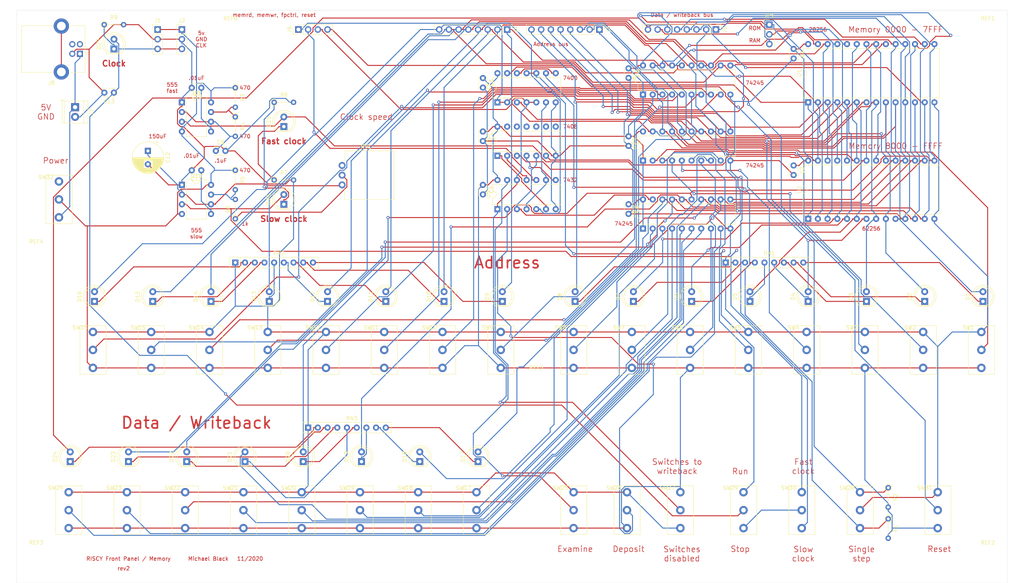
<source format=kicad_pcb>
(kicad_pcb (version 20171130) (host pcbnew 5.1.6-c6e7f7d~87~ubuntu16.04.1)
  (layers (0 F.Cu signal) (31 B.Cu signal) (34 B.Paste user) (35 F.Paste user) (36 B.SilkS user) (37 F.SilkS user) (38 B.Mask user) (39 F.Mask user) (44 Edge.Cuts user))
  (net 0 "")
  (net 1 GND)
  (net 2 +5V)
  (net 3 "Net-(C9-Pad1)")
  (net 4 "Net-(C10-Pad1)")
  (net 5 "Net-(C11-Pad1)")
  (net 6 "Net-(C12-Pad1)")
  (net 7 addr0)
  (net 8 "Net-(D1-Pad1)")
  (net 9 addr1)
  (net 10 "Net-(D2-Pad1)")
  (net 11 addr2)
  (net 12 "Net-(D3-Pad1)")
  (net 13 addr3)
  (net 14 "Net-(D4-Pad1)")
  (net 15 addr4)
  (net 16 "Net-(D5-Pad1)")
  (net 17 addr5)
  (net 18 "Net-(D6-Pad1)")
  (net 19 addr6)
  (net 20 "Net-(D7-Pad1)")
  (net 21 addr7)
  (net 22 "Net-(D8-Pad1)")
  (net 23 addr8)
  (net 24 "Net-(D9-Pad1)")
  (net 25 addr9)
  (net 26 "Net-(D10-Pad1)")
  (net 27 addr10)
  (net 28 "Net-(D11-Pad1)")
  (net 29 addr11)
  (net 30 "Net-(D12-Pad1)")
  (net 31 addr12)
  (net 32 "Net-(D13-Pad1)")
  (net 33 addr13)
  (net 34 "Net-(D14-Pad1)")
  (net 35 addr14)
  (net 36 "Net-(D15-Pad1)")
  (net 37 addr15)
  (net 38 "Net-(D16-Pad1)")
  (net 39 wb0)
  (net 40 "Net-(D17-Pad1)")
  (net 41 wb1)
  (net 42 "Net-(D18-Pad1)")
  (net 43 wb2)
  (net 44 "Net-(D19-Pad1)")
  (net 45 wb3)
  (net 46 "Net-(D20-Pad1)")
  (net 47 wb4)
  (net 48 "Net-(D21-Pad1)")
  (net 49 wb5)
  (net 50 "Net-(D22-Pad1)")
  (net 51 wb6)
  (net 52 "Net-(D23-Pad1)")
  (net 53 wb7)
  (net 54 "Net-(D24-Pad1)")
  (net 55 CLK)
  (net 56 reset)
  (net 57 fpcontrol)
  (net 58 memwr)
  (net 59 memrd)
  (net 60 "Net-(J7-Pad1)")
  (net 61 "Net-(J8-Pad5)")
  (net 62 "Net-(J8-Pad3)")
  (net 63 "Net-(J8-Pad2)")
  (net 64 wr)
  (net 65 "Net-(JP1-Pad2)")
  (net 66 "Net-(R1-Pad1)")
  (net 67 "Net-(R2-Pad1)")
  (net 68 "Net-(R3-Pad2)")
  (net 69 "Net-(R5-Pad2)")
  (net 70 "Net-(R6-Pad1)")
  (net 71 "Net-(RV1-Pad3)")
  (net 72 "Net-(SW1-Pad2)")
  (net 73 "Net-(SW2-Pad2)")
  (net 74 "Net-(SW3-Pad2)")
  (net 75 "Net-(SW4-Pad2)")
  (net 76 "Net-(SW5-Pad2)")
  (net 77 "Net-(SW6-Pad2)")
  (net 78 "Net-(SW7-Pad2)")
  (net 79 "Net-(SW8-Pad2)")
  (net 80 "Net-(SW9-Pad2)")
  (net 81 "Net-(SW10-Pad2)")
  (net 82 "Net-(SW11-Pad2)")
  (net 83 "Net-(SW12-Pad2)")
  (net 84 "Net-(SW13-Pad2)")
  (net 85 "Net-(SW14-Pad2)")
  (net 86 "Net-(SW15-Pad2)")
  (net 87 "Net-(SW16-Pad2)")
  (net 88 "Net-(SW17-Pad2)")
  (net 89 "Net-(SW18-Pad2)")
  (net 90 "Net-(SW19-Pad2)")
  (net 91 "Net-(SW20-Pad2)")
  (net 92 "Net-(SW21-Pad2)")
  (net 93 "Net-(SW22-Pad2)")
  (net 94 "Net-(SW23-Pad2)")
  (net 95 "Net-(SW24-Pad2)")
  (net 96 examine)
  (net 97 deposit)
  (net 98 "Net-(SW29-Pad3)")
  (net 99 "Net-(SW29-Pad1)")
  (net 100 "Net-(SW32-Pad1)")
  (net 101 rd)
  (net 102 "Net-(U2-Pad20)")
  (net 103 "Net-(U3-Pad6)")
  (net 104 "Net-(U3-Pad12)")
  (net 105 switchtowb)
  (net 106 "Net-(U4-Pad4)")
  (net 107 "Net-(U4-Pad2)")
  (net 108 "Net-(U4-Pad1)")
  (net 109 "Net-(D25-Pad2)")
  (net 110 "Net-(D25-Pad1)")
  (net 111 "Net-(D26-Pad2)")
  (net 112 "Net-(D26-Pad1)")
  (net 113 "Net-(D27-Pad1)")
  (module MountingHole:MountingHole_3.2mm_M3 (layer F.Cu) (at 55.88 6.35)
    (fp_text reference REF6 (at 0 -4.2) (layer F.SilkS))
    (fp_text value MountingHole_3.2mm_M3)
    (pad 1 np_thru_hole circle (at 0 0) (size 3.2 3.2) (drill 3.2) (layers *.Cu *.Mask))
  )
  (module Capacitor_THT:C_Disc_D3.0mm_W2.0mm_P2.50mm (layer F.Cu) (at 25.4 21.59 180)
    (fp_text reference C13 (at 1.25 -2.25) (layer F.SilkS))
    (fp_text value clocksmoothing)
    (pad 2 thru_hole circle (at 2.5 0 180) (size 1.6 1.6) (drill 0.8) (layers *.Cu *.Mask) (net 1 GND))
    (pad 1 thru_hole circle (at 0 0 180) (size 1.6 1.6) (drill 0.8) (layers *.Cu *.Mask) (net 55 CLK))
  )
  (module MountingHole:MountingHole_3.2mm_M3 (layer F.Cu) (at 135.89 97.79)
    (fp_text reference REF5 (at 0 -4.2) (layer F.SilkS))
    (fp_text value MountingHole_3.2mm_M3)
    (pad 1 np_thru_hole circle (at 0 0) (size 3.2 3.2) (drill 3.2) (layers *.Cu *.Mask))
  )
  (module MountingHole:MountingHole_3.2mm_M3 (layer F.Cu) (at 5.08 64.77)
    (fp_text reference REF4 (at 0 -4.2) (layer F.SilkS))
    (fp_text value MountingHole_3.2mm_M3)
    (pad 1 np_thru_hole circle (at 0 0) (size 3.2 3.2) (drill 3.2) (layers *.Cu *.Mask))
  )
  (module MountingHole:MountingHole_3.2mm_M3 (layer F.Cu) (at 5.08 143.51)
    (fp_text reference REF3 (at 0 -4.2) (layer F.SilkS))
    (fp_text value MountingHole_3.2mm_M3)
    (pad 1 np_thru_hole circle (at 0 0) (size 3.2 3.2) (drill 3.2) (layers *.Cu *.Mask))
  )
  (module MountingHole:MountingHole_3.2mm_M3 (layer F.Cu) (at 254 143.51)
    (fp_text reference REF2 (at 0 -4.2) (layer F.SilkS))
    (fp_text value MountingHole_3.2mm_M3)
    (pad 1 np_thru_hole circle (at 0 0) (size 3.2 3.2) (drill 3.2) (layers *.Cu *.Mask))
  )
  (module MountingHole:MountingHole_3.2mm_M3 (layer F.Cu) (at 254 6.35)
    (fp_text reference REF1 (at 0 -4.2) (layer F.SilkS))
    (fp_text value MountingHole_3.2mm_M3)
    (pad 1 np_thru_hole circle (at 0 0) (size 3.2 3.2) (drill 3.2) (layers *.Cu *.Mask))
  )
  (module Resistor_THT:R_Axial_DIN0204_L3.6mm_D1.6mm_P5.08mm_Vertical (layer F.Cu) (at 22.86 3.81)
    (fp_text reference R9 (at 2.54 -1.92) (layer F.SilkS))
    (fp_text value 1k)
    (pad 2 thru_hole oval (at 5.08 0) (size 1.4 1.4) (drill 0.7) (layers *.Cu *.Mask) (net 1 GND))
    (pad 1 thru_hole circle (at 0 0) (size 1.4 1.4) (drill 0.7) (layers *.Cu *.Mask) (net 113 "Net-(D27-Pad1)"))
  )
  (module Resistor_THT:R_Axial_DIN0204_L3.6mm_D1.6mm_P5.08mm_Vertical (layer F.Cu) (at 67.31 24.13)
    (fp_text reference R8 (at 2.54 -1.92) (layer F.SilkS))
    (fp_text value 1k)
    (pad 2 thru_hole oval (at 5.08 0) (size 1.4 1.4) (drill 0.7) (layers *.Cu *.Mask) (net 1 GND))
    (pad 1 thru_hole circle (at 0 0) (size 1.4 1.4) (drill 0.7) (layers *.Cu *.Mask) (net 112 "Net-(D26-Pad1)"))
  )
  (module Resistor_THT:R_Axial_DIN0204_L3.6mm_D1.6mm_P5.08mm_Vertical (layer F.Cu) (at 67.31 44.45)
    (fp_text reference R7 (at 2.54 -1.92) (layer F.SilkS))
    (fp_text value 1k)
    (pad 2 thru_hole oval (at 5.08 0) (size 1.4 1.4) (drill 0.7) (layers *.Cu *.Mask) (net 1 GND))
    (pad 1 thru_hole circle (at 0 0) (size 1.4 1.4) (drill 0.7) (layers *.Cu *.Mask) (net 110 "Net-(D25-Pad1)"))
  )
  (module LED_THT:LED_D5.0mm (layer F.Cu) (at 25.4 10.16 90)
    (fp_text reference D27 (at 1.27 -3.96 90) (layer F.SilkS))
    (fp_text value Clock)
    (pad 2 thru_hole circle (at 2.54 0 90) (size 1.8 1.8) (drill 0.9) (layers *.Cu *.Mask) (net 55 CLK))
    (pad 1 thru_hole rect (at 0 0 90) (size 1.8 1.8) (drill 0.9) (layers *.Cu *.Mask) (net 113 "Net-(D27-Pad1)"))
  )
  (module LED_THT:LED_D5.0mm (layer F.Cu) (at 69.85 50.8 90)
    (fp_text reference D26 (at 1.27 -3.96 90) (layer F.SilkS))
    (fp_text value Slowclock)
    (pad 2 thru_hole circle (at 2.54 0 90) (size 1.8 1.8) (drill 0.9) (layers *.Cu *.Mask) (net 111 "Net-(D26-Pad2)"))
    (pad 1 thru_hole rect (at 0 0 90) (size 1.8 1.8) (drill 0.9) (layers *.Cu *.Mask) (net 112 "Net-(D26-Pad1)"))
  )
  (module LED_THT:LED_D5.0mm (layer F.Cu) (at 69.85 30.48 90)
    (fp_text reference D25 (at 1.27 -3.96 90) (layer F.SilkS))
    (fp_text value Fastclock)
    (pad 2 thru_hole circle (at 2.54 0 90) (size 1.8 1.8) (drill 0.9) (layers *.Cu *.Mask) (net 109 "Net-(D25-Pad2)"))
    (pad 1 thru_hole rect (at 0 0 90) (size 1.8 1.8) (drill 0.9) (layers *.Cu *.Mask) (net 110 "Net-(D25-Pad1)"))
  )
  (module Package_DIP:DIP-8_W7.62mm (layer F.Cu) (at 43.18 45.72)
    (fp_text reference U10 (at 3.81 -2.33) (layer F.SilkS))
    (fp_text value NE555P)
    (pad 8 thru_hole oval (at 7.62 0) (size 1.6 1.6) (drill 0.8) (layers *.Cu *.Mask) (net 2 +5V))
    (pad 4 thru_hole oval (at 0 7.62) (size 1.6 1.6) (drill 0.8) (layers *.Cu *.Mask) (net 2 +5V))
    (pad 7 thru_hole oval (at 7.62 2.54) (size 1.6 1.6) (drill 0.8) (layers *.Cu *.Mask) (net 69 "Net-(R5-Pad2)"))
    (pad 3 thru_hole oval (at 0 5.08) (size 1.6 1.6) (drill 0.8) (layers *.Cu *.Mask) (net 111 "Net-(D26-Pad2)"))
    (pad 6 thru_hole oval (at 7.62 5.08) (size 1.6 1.6) (drill 0.8) (layers *.Cu *.Mask) (net 6 "Net-(C12-Pad1)"))
    (pad 2 thru_hole oval (at 0 2.54) (size 1.6 1.6) (drill 0.8) (layers *.Cu *.Mask) (net 6 "Net-(C12-Pad1)"))
    (pad 5 thru_hole oval (at 7.62 7.62) (size 1.6 1.6) (drill 0.8) (layers *.Cu *.Mask) (net 5 "Net-(C11-Pad1)"))
    (pad 1 thru_hole rect (at 0 0) (size 1.6 1.6) (drill 0.8) (layers *.Cu *.Mask) (net 1 GND))
  )
  (module Package_DIP:DIP-8_W7.62mm (layer F.Cu) (at 43.18 24.13)
    (fp_text reference U9 (at 3.81 -2.33) (layer F.SilkS))
    (fp_text value NE555P)
    (pad 8 thru_hole oval (at 7.62 0) (size 1.6 1.6) (drill 0.8) (layers *.Cu *.Mask) (net 2 +5V))
    (pad 4 thru_hole oval (at 0 7.62) (size 1.6 1.6) (drill 0.8) (layers *.Cu *.Mask) (net 2 +5V))
    (pad 7 thru_hole oval (at 7.62 2.54) (size 1.6 1.6) (drill 0.8) (layers *.Cu *.Mask) (net 68 "Net-(R3-Pad2)"))
    (pad 3 thru_hole oval (at 0 5.08) (size 1.6 1.6) (drill 0.8) (layers *.Cu *.Mask) (net 109 "Net-(D25-Pad2)"))
    (pad 6 thru_hole oval (at 7.62 5.08) (size 1.6 1.6) (drill 0.8) (layers *.Cu *.Mask) (net 3 "Net-(C9-Pad1)"))
    (pad 2 thru_hole oval (at 0 2.54) (size 1.6 1.6) (drill 0.8) (layers *.Cu *.Mask) (net 3 "Net-(C9-Pad1)"))
    (pad 5 thru_hole oval (at 7.62 7.62) (size 1.6 1.6) (drill 0.8) (layers *.Cu *.Mask) (net 4 "Net-(C10-Pad1)"))
    (pad 1 thru_hole rect (at 0 0) (size 1.6 1.6) (drill 0.8) (layers *.Cu *.Mask) (net 1 GND))
  )
  (module Package_DIP:DIP-20_W7.62mm (layer F.Cu) (at 163.8 57.15 90)
    (fp_text reference U8 (at 3.81 -2.33 90) (layer F.SilkS))
    (fp_text value 74LS245)
    (pad 20 thru_hole oval (at 7.62 0 90) (size 1.6 1.6) (drill 0.8) (layers *.Cu *.Mask) (net 2 +5V))
    (pad 10 thru_hole oval (at 0 22.86 90) (size 1.6 1.6) (drill 0.8) (layers *.Cu *.Mask) (net 1 GND))
    (pad 19 thru_hole oval (at 7.62 2.54 90) (size 1.6 1.6) (drill 0.8) (layers *.Cu *.Mask) (net 105 switchtowb))
    (pad 9 thru_hole oval (at 0 20.32 90) (size 1.6 1.6) (drill 0.8) (layers *.Cu *.Mask) (net 95 "Net-(SW24-Pad2)"))
    (pad 18 thru_hole oval (at 7.62 5.08 90) (size 1.6 1.6) (drill 0.8) (layers *.Cu *.Mask) (net 39 wb0))
    (pad 8 thru_hole oval (at 0 17.78 90) (size 1.6 1.6) (drill 0.8) (layers *.Cu *.Mask) (net 94 "Net-(SW23-Pad2)"))
    (pad 17 thru_hole oval (at 7.62 7.62 90) (size 1.6 1.6) (drill 0.8) (layers *.Cu *.Mask) (net 41 wb1))
    (pad 7 thru_hole oval (at 0 15.24 90) (size 1.6 1.6) (drill 0.8) (layers *.Cu *.Mask) (net 93 "Net-(SW22-Pad2)"))
    (pad 16 thru_hole oval (at 7.62 10.16 90) (size 1.6 1.6) (drill 0.8) (layers *.Cu *.Mask) (net 43 wb2))
    (pad 6 thru_hole oval (at 0 12.7 90) (size 1.6 1.6) (drill 0.8) (layers *.Cu *.Mask) (net 92 "Net-(SW21-Pad2)"))
    (pad 15 thru_hole oval (at 7.62 12.7 90) (size 1.6 1.6) (drill 0.8) (layers *.Cu *.Mask) (net 45 wb3))
    (pad 5 thru_hole oval (at 0 10.16 90) (size 1.6 1.6) (drill 0.8) (layers *.Cu *.Mask) (net 91 "Net-(SW20-Pad2)"))
    (pad 14 thru_hole oval (at 7.62 15.24 90) (size 1.6 1.6) (drill 0.8) (layers *.Cu *.Mask) (net 47 wb4))
    (pad 4 thru_hole oval (at 0 7.62 90) (size 1.6 1.6) (drill 0.8) (layers *.Cu *.Mask) (net 90 "Net-(SW19-Pad2)"))
    (pad 13 thru_hole oval (at 7.62 17.78 90) (size 1.6 1.6) (drill 0.8) (layers *.Cu *.Mask) (net 49 wb5))
    (pad 3 thru_hole oval (at 0 5.08 90) (size 1.6 1.6) (drill 0.8) (layers *.Cu *.Mask) (net 89 "Net-(SW18-Pad2)"))
    (pad 12 thru_hole oval (at 7.62 20.32 90) (size 1.6 1.6) (drill 0.8) (layers *.Cu *.Mask) (net 51 wb6))
    (pad 2 thru_hole oval (at 0 2.54 90) (size 1.6 1.6) (drill 0.8) (layers *.Cu *.Mask) (net 88 "Net-(SW17-Pad2)"))
    (pad 11 thru_hole oval (at 7.62 22.86 90) (size 1.6 1.6) (drill 0.8) (layers *.Cu *.Mask) (net 53 wb7))
    (pad 1 thru_hole rect (at 0 0 90) (size 1.6 1.6) (drill 0.8) (layers *.Cu *.Mask) (net 2 +5V))
  )
  (module Package_DIP:DIP-20_W7.62mm (layer F.Cu) (at 163.8 39.37 90)
    (fp_text reference U7 (at 3.81 -2.33 90) (layer F.SilkS))
    (fp_text value 74LS245)
    (pad 20 thru_hole oval (at 7.62 0 90) (size 1.6 1.6) (drill 0.8) (layers *.Cu *.Mask) (net 2 +5V))
    (pad 10 thru_hole oval (at 0 22.86 90) (size 1.6 1.6) (drill 0.8) (layers *.Cu *.Mask) (net 1 GND))
    (pad 19 thru_hole oval (at 7.62 2.54 90) (size 1.6 1.6) (drill 0.8) (layers *.Cu *.Mask) (net 57 fpcontrol))
    (pad 9 thru_hole oval (at 0 20.32 90) (size 1.6 1.6) (drill 0.8) (layers *.Cu *.Mask) (net 79 "Net-(SW8-Pad2)"))
    (pad 18 thru_hole oval (at 7.62 5.08 90) (size 1.6 1.6) (drill 0.8) (layers *.Cu *.Mask) (net 7 addr0))
    (pad 8 thru_hole oval (at 0 17.78 90) (size 1.6 1.6) (drill 0.8) (layers *.Cu *.Mask) (net 78 "Net-(SW7-Pad2)"))
    (pad 17 thru_hole oval (at 7.62 7.62 90) (size 1.6 1.6) (drill 0.8) (layers *.Cu *.Mask) (net 9 addr1))
    (pad 7 thru_hole oval (at 0 15.24 90) (size 1.6 1.6) (drill 0.8) (layers *.Cu *.Mask) (net 77 "Net-(SW6-Pad2)"))
    (pad 16 thru_hole oval (at 7.62 10.16 90) (size 1.6 1.6) (drill 0.8) (layers *.Cu *.Mask) (net 11 addr2))
    (pad 6 thru_hole oval (at 0 12.7 90) (size 1.6 1.6) (drill 0.8) (layers *.Cu *.Mask) (net 76 "Net-(SW5-Pad2)"))
    (pad 15 thru_hole oval (at 7.62 12.7 90) (size 1.6 1.6) (drill 0.8) (layers *.Cu *.Mask) (net 13 addr3))
    (pad 5 thru_hole oval (at 0 10.16 90) (size 1.6 1.6) (drill 0.8) (layers *.Cu *.Mask) (net 75 "Net-(SW4-Pad2)"))
    (pad 14 thru_hole oval (at 7.62 15.24 90) (size 1.6 1.6) (drill 0.8) (layers *.Cu *.Mask) (net 15 addr4))
    (pad 4 thru_hole oval (at 0 7.62 90) (size 1.6 1.6) (drill 0.8) (layers *.Cu *.Mask) (net 74 "Net-(SW3-Pad2)"))
    (pad 13 thru_hole oval (at 7.62 17.78 90) (size 1.6 1.6) (drill 0.8) (layers *.Cu *.Mask) (net 17 addr5))
    (pad 3 thru_hole oval (at 0 5.08 90) (size 1.6 1.6) (drill 0.8) (layers *.Cu *.Mask) (net 73 "Net-(SW2-Pad2)"))
    (pad 12 thru_hole oval (at 7.62 20.32 90) (size 1.6 1.6) (drill 0.8) (layers *.Cu *.Mask) (net 19 addr6))
    (pad 2 thru_hole oval (at 0 2.54 90) (size 1.6 1.6) (drill 0.8) (layers *.Cu *.Mask) (net 72 "Net-(SW1-Pad2)"))
    (pad 11 thru_hole oval (at 7.62 22.86 90) (size 1.6 1.6) (drill 0.8) (layers *.Cu *.Mask) (net 21 addr7))
    (pad 1 thru_hole rect (at 0 0 90) (size 1.6 1.6) (drill 0.8) (layers *.Cu *.Mask) (net 2 +5V))
  )
  (module Package_DIP:DIP-20_W7.62mm (layer F.Cu) (at 163.8 22.1 90)
    (fp_text reference U6 (at 3.81 -2.33 90) (layer F.SilkS))
    (fp_text value 74LS245)
    (pad 20 thru_hole oval (at 7.62 0 90) (size 1.6 1.6) (drill 0.8) (layers *.Cu *.Mask) (net 2 +5V))
    (pad 10 thru_hole oval (at 0 22.86 90) (size 1.6 1.6) (drill 0.8) (layers *.Cu *.Mask) (net 1 GND))
    (pad 19 thru_hole oval (at 7.62 2.54 90) (size 1.6 1.6) (drill 0.8) (layers *.Cu *.Mask) (net 57 fpcontrol))
    (pad 9 thru_hole oval (at 0 20.32 90) (size 1.6 1.6) (drill 0.8) (layers *.Cu *.Mask) (net 87 "Net-(SW16-Pad2)"))
    (pad 18 thru_hole oval (at 7.62 5.08 90) (size 1.6 1.6) (drill 0.8) (layers *.Cu *.Mask) (net 23 addr8))
    (pad 8 thru_hole oval (at 0 17.78 90) (size 1.6 1.6) (drill 0.8) (layers *.Cu *.Mask) (net 86 "Net-(SW15-Pad2)"))
    (pad 17 thru_hole oval (at 7.62 7.62 90) (size 1.6 1.6) (drill 0.8) (layers *.Cu *.Mask) (net 25 addr9))
    (pad 7 thru_hole oval (at 0 15.24 90) (size 1.6 1.6) (drill 0.8) (layers *.Cu *.Mask) (net 85 "Net-(SW14-Pad2)"))
    (pad 16 thru_hole oval (at 7.62 10.16 90) (size 1.6 1.6) (drill 0.8) (layers *.Cu *.Mask) (net 27 addr10))
    (pad 6 thru_hole oval (at 0 12.7 90) (size 1.6 1.6) (drill 0.8) (layers *.Cu *.Mask) (net 84 "Net-(SW13-Pad2)"))
    (pad 15 thru_hole oval (at 7.62 12.7 90) (size 1.6 1.6) (drill 0.8) (layers *.Cu *.Mask) (net 29 addr11))
    (pad 5 thru_hole oval (at 0 10.16 90) (size 1.6 1.6) (drill 0.8) (layers *.Cu *.Mask) (net 83 "Net-(SW12-Pad2)"))
    (pad 14 thru_hole oval (at 7.62 15.24 90) (size 1.6 1.6) (drill 0.8) (layers *.Cu *.Mask) (net 31 addr12))
    (pad 4 thru_hole oval (at 0 7.62 90) (size 1.6 1.6) (drill 0.8) (layers *.Cu *.Mask) (net 82 "Net-(SW11-Pad2)"))
    (pad 13 thru_hole oval (at 7.62 17.78 90) (size 1.6 1.6) (drill 0.8) (layers *.Cu *.Mask) (net 33 addr13))
    (pad 3 thru_hole oval (at 0 5.08 90) (size 1.6 1.6) (drill 0.8) (layers *.Cu *.Mask) (net 81 "Net-(SW10-Pad2)"))
    (pad 12 thru_hole oval (at 7.62 20.32 90) (size 1.6 1.6) (drill 0.8) (layers *.Cu *.Mask) (net 35 addr14))
    (pad 2 thru_hole oval (at 0 2.54 90) (size 1.6 1.6) (drill 0.8) (layers *.Cu *.Mask) (net 80 "Net-(SW9-Pad2)"))
    (pad 11 thru_hole oval (at 7.62 22.86 90) (size 1.6 1.6) (drill 0.8) (layers *.Cu *.Mask) (net 37 addr15))
    (pad 1 thru_hole rect (at 0 0 90) (size 1.6 1.6) (drill 0.8) (layers *.Cu *.Mask) (net 2 +5V))
  )
  (module Package_DIP:DIP-14_W7.62mm (layer F.Cu) (at 125.73 52.07 90)
    (fp_text reference U5 (at 3.81 -2.33 90) (layer F.SilkS))
    (fp_text value 74LS32)
    (pad 14 thru_hole oval (at 7.62 0 90) (size 1.6 1.6) (drill 0.8) (layers *.Cu *.Mask) (net 2 +5V))
    (pad 7 thru_hole oval (at 0 15.24 90) (size 1.6 1.6) (drill 0.8) (layers *.Cu *.Mask) (net 1 GND))
    (pad 13 thru_hole oval (at 7.62 2.54 90) (size 1.6 1.6) (drill 0.8) (layers *.Cu *.Mask) (net 96 examine))
    (pad 6 thru_hole oval (at 0 12.7 90) (size 1.6 1.6) (drill 0.8) (layers *.Cu *.Mask) (net 108 "Net-(U4-Pad1)"))
    (pad 12 thru_hole oval (at 7.62 5.08 90) (size 1.6 1.6) (drill 0.8) (layers *.Cu *.Mask) (net 57 fpcontrol))
    (pad 5 thru_hole oval (at 0 10.16 90) (size 1.6 1.6) (drill 0.8) (layers *.Cu *.Mask) (net 59 memrd))
    (pad 11 thru_hole oval (at 7.62 7.62 90) (size 1.6 1.6) (drill 0.8) (layers *.Cu *.Mask) (net 107 "Net-(U4-Pad2)"))
    (pad 4 thru_hole oval (at 0 7.62 90) (size 1.6 1.6) (drill 0.8) (layers *.Cu *.Mask) (net 103 "Net-(U3-Pad6)"))
    (pad 10 thru_hole oval (at 7.62 10.16 90) (size 1.6 1.6) (drill 0.8) (layers *.Cu *.Mask) (net 58 memwr))
    (pad 3 thru_hole oval (at 0 5.08 90) (size 1.6 1.6) (drill 0.8) (layers *.Cu *.Mask) (net 105 switchtowb))
    (pad 9 thru_hole oval (at 7.62 12.7 90) (size 1.6 1.6) (drill 0.8) (layers *.Cu *.Mask) (net 103 "Net-(U3-Pad6)"))
    (pad 2 thru_hole oval (at 0 2.54 90) (size 1.6 1.6) (drill 0.8) (layers *.Cu *.Mask) (net 97 deposit))
    (pad 8 thru_hole oval (at 7.62 15.24 90) (size 1.6 1.6) (drill 0.8) (layers *.Cu *.Mask) (net 106 "Net-(U4-Pad4)"))
    (pad 1 thru_hole rect (at 0 0 90) (size 1.6 1.6) (drill 0.8) (layers *.Cu *.Mask) (net 57 fpcontrol))
  )
  (module Package_DIP:DIP-14_W7.62mm (layer F.Cu) (at 125.73 38.1 90)
    (fp_text reference U4 (at 3.81 -2.33 90) (layer F.SilkS))
    (fp_text value 74LS08)
    (pad 14 thru_hole oval (at 7.62 0 90) (size 1.6 1.6) (drill 0.8) (layers *.Cu *.Mask) (net 2 +5V))
    (pad 7 thru_hole oval (at 0 15.24 90) (size 1.6 1.6) (drill 0.8) (layers *.Cu *.Mask) (net 1 GND))
    (pad 13 thru_hole oval (at 7.62 2.54 90) (size 1.6 1.6) (drill 0.8) (layers *.Cu *.Mask))
    (pad 6 thru_hole oval (at 0 12.7 90) (size 1.6 1.6) (drill 0.8) (layers *.Cu *.Mask) (net 64 wr))
    (pad 12 thru_hole oval (at 7.62 5.08 90) (size 1.6 1.6) (drill 0.8) (layers *.Cu *.Mask))
    (pad 5 thru_hole oval (at 0 10.16 90) (size 1.6 1.6) (drill 0.8) (layers *.Cu *.Mask) (net 105 switchtowb))
    (pad 11 thru_hole oval (at 7.62 7.62 90) (size 1.6 1.6) (drill 0.8) (layers *.Cu *.Mask))
    (pad 4 thru_hole oval (at 0 7.62 90) (size 1.6 1.6) (drill 0.8) (layers *.Cu *.Mask) (net 106 "Net-(U4-Pad4)"))
    (pad 10 thru_hole oval (at 7.62 10.16 90) (size 1.6 1.6) (drill 0.8) (layers *.Cu *.Mask))
    (pad 3 thru_hole oval (at 0 5.08 90) (size 1.6 1.6) (drill 0.8) (layers *.Cu *.Mask) (net 101 rd))
    (pad 9 thru_hole oval (at 7.62 12.7 90) (size 1.6 1.6) (drill 0.8) (layers *.Cu *.Mask))
    (pad 2 thru_hole oval (at 0 2.54 90) (size 1.6 1.6) (drill 0.8) (layers *.Cu *.Mask) (net 107 "Net-(U4-Pad2)"))
    (pad 8 thru_hole oval (at 7.62 15.24 90) (size 1.6 1.6) (drill 0.8) (layers *.Cu *.Mask))
    (pad 1 thru_hole rect (at 0 0 90) (size 1.6 1.6) (drill 0.8) (layers *.Cu *.Mask) (net 108 "Net-(U4-Pad1)"))
  )
  (module Package_DIP:DIP-14_W7.62mm (layer F.Cu) (at 125.73 24.13 90)
    (fp_text reference U3 (at 3.81 -2.33 90) (layer F.SilkS))
    (fp_text value 74LS00)
    (pad 14 thru_hole oval (at 7.62 0 90) (size 1.6 1.6) (drill 0.8) (layers *.Cu *.Mask) (net 2 +5V))
    (pad 7 thru_hole oval (at 0 15.24 90) (size 1.6 1.6) (drill 0.8) (layers *.Cu *.Mask) (net 1 GND))
    (pad 13 thru_hole oval (at 7.62 2.54 90) (size 1.6 1.6) (drill 0.8) (layers *.Cu *.Mask) (net 67 "Net-(R2-Pad1)"))
    (pad 6 thru_hole oval (at 0 12.7 90) (size 1.6 1.6) (drill 0.8) (layers *.Cu *.Mask) (net 103 "Net-(U3-Pad6)"))
    (pad 12 thru_hole oval (at 7.62 5.08 90) (size 1.6 1.6) (drill 0.8) (layers *.Cu *.Mask) (net 104 "Net-(U3-Pad12)"))
    (pad 5 thru_hole oval (at 0 10.16 90) (size 1.6 1.6) (drill 0.8) (layers *.Cu *.Mask) (net 57 fpcontrol))
    (pad 11 thru_hole oval (at 7.62 7.62 90) (size 1.6 1.6) (drill 0.8) (layers *.Cu *.Mask) (net 99 "Net-(SW29-Pad1)"))
    (pad 4 thru_hole oval (at 0 7.62 90) (size 1.6 1.6) (drill 0.8) (layers *.Cu *.Mask) (net 57 fpcontrol))
    (pad 10 thru_hole oval (at 7.62 10.16 90) (size 1.6 1.6) (drill 0.8) (layers *.Cu *.Mask) (net 99 "Net-(SW29-Pad1)"))
    (pad 3 thru_hole oval (at 0 5.08 90) (size 1.6 1.6) (drill 0.8) (layers *.Cu *.Mask) (net 102 "Net-(U2-Pad20)"))
    (pad 9 thru_hole oval (at 7.62 12.7 90) (size 1.6 1.6) (drill 0.8) (layers *.Cu *.Mask) (net 66 "Net-(R1-Pad1)"))
    (pad 2 thru_hole oval (at 0 2.54 90) (size 1.6 1.6) (drill 0.8) (layers *.Cu *.Mask) (net 37 addr15))
    (pad 8 thru_hole oval (at 7.62 15.24 90) (size 1.6 1.6) (drill 0.8) (layers *.Cu *.Mask) (net 104 "Net-(U3-Pad12)"))
    (pad 1 thru_hole rect (at 0 0 90) (size 1.6 1.6) (drill 0.8) (layers *.Cu *.Mask) (net 37 addr15))
  )
  (module Package_DIP:DIP-28_W15.24mm (layer F.Cu) (at 207.01 54.61 90)
    (fp_text reference U2 (at 7.62 -2.33 90) (layer F.SilkS))
    (fp_text value CY62256-70PC)
    (pad 28 thru_hole oval (at 15.24 0 90) (size 1.6 1.6) (drill 0.8) (layers *.Cu *.Mask) (net 2 +5V))
    (pad 14 thru_hole oval (at 0 33.02 90) (size 1.6 1.6) (drill 0.8) (layers *.Cu *.Mask) (net 1 GND))
    (pad 27 thru_hole oval (at 15.24 2.54 90) (size 1.6 1.6) (drill 0.8) (layers *.Cu *.Mask) (net 64 wr))
    (pad 13 thru_hole oval (at 0 30.48 90) (size 1.6 1.6) (drill 0.8) (layers *.Cu *.Mask) (net 43 wb2))
    (pad 26 thru_hole oval (at 15.24 5.08 90) (size 1.6 1.6) (drill 0.8) (layers *.Cu *.Mask) (net 33 addr13))
    (pad 12 thru_hole oval (at 0 27.94 90) (size 1.6 1.6) (drill 0.8) (layers *.Cu *.Mask) (net 41 wb1))
    (pad 25 thru_hole oval (at 15.24 7.62 90) (size 1.6 1.6) (drill 0.8) (layers *.Cu *.Mask) (net 23 addr8))
    (pad 11 thru_hole oval (at 0 25.4 90) (size 1.6 1.6) (drill 0.8) (layers *.Cu *.Mask) (net 39 wb0))
    (pad 24 thru_hole oval (at 15.24 10.16 90) (size 1.6 1.6) (drill 0.8) (layers *.Cu *.Mask) (net 25 addr9))
    (pad 10 thru_hole oval (at 0 22.86 90) (size 1.6 1.6) (drill 0.8) (layers *.Cu *.Mask) (net 7 addr0))
    (pad 23 thru_hole oval (at 15.24 12.7 90) (size 1.6 1.6) (drill 0.8) (layers *.Cu *.Mask) (net 29 addr11))
    (pad 9 thru_hole oval (at 0 20.32 90) (size 1.6 1.6) (drill 0.8) (layers *.Cu *.Mask) (net 9 addr1))
    (pad 22 thru_hole oval (at 15.24 15.24 90) (size 1.6 1.6) (drill 0.8) (layers *.Cu *.Mask) (net 101 rd))
    (pad 8 thru_hole oval (at 0 17.78 90) (size 1.6 1.6) (drill 0.8) (layers *.Cu *.Mask) (net 11 addr2))
    (pad 21 thru_hole oval (at 15.24 17.78 90) (size 1.6 1.6) (drill 0.8) (layers *.Cu *.Mask) (net 27 addr10))
    (pad 7 thru_hole oval (at 0 15.24 90) (size 1.6 1.6) (drill 0.8) (layers *.Cu *.Mask) (net 13 addr3))
    (pad 20 thru_hole oval (at 15.24 20.32 90) (size 1.6 1.6) (drill 0.8) (layers *.Cu *.Mask) (net 102 "Net-(U2-Pad20)"))
    (pad 6 thru_hole oval (at 0 12.7 90) (size 1.6 1.6) (drill 0.8) (layers *.Cu *.Mask) (net 15 addr4))
    (pad 19 thru_hole oval (at 15.24 22.86 90) (size 1.6 1.6) (drill 0.8) (layers *.Cu *.Mask) (net 53 wb7))
    (pad 5 thru_hole oval (at 0 10.16 90) (size 1.6 1.6) (drill 0.8) (layers *.Cu *.Mask) (net 17 addr5))
    (pad 18 thru_hole oval (at 15.24 25.4 90) (size 1.6 1.6) (drill 0.8) (layers *.Cu *.Mask) (net 51 wb6))
    (pad 4 thru_hole oval (at 0 7.62 90) (size 1.6 1.6) (drill 0.8) (layers *.Cu *.Mask) (net 19 addr6))
    (pad 17 thru_hole oval (at 15.24 27.94 90) (size 1.6 1.6) (drill 0.8) (layers *.Cu *.Mask) (net 49 wb5))
    (pad 3 thru_hole oval (at 0 5.08 90) (size 1.6 1.6) (drill 0.8) (layers *.Cu *.Mask) (net 21 addr7))
    (pad 16 thru_hole oval (at 15.24 30.48 90) (size 1.6 1.6) (drill 0.8) (layers *.Cu *.Mask) (net 47 wb4))
    (pad 2 thru_hole oval (at 0 2.54 90) (size 1.6 1.6) (drill 0.8) (layers *.Cu *.Mask) (net 31 addr12))
    (pad 15 thru_hole oval (at 15.24 33.02 90) (size 1.6 1.6) (drill 0.8) (layers *.Cu *.Mask) (net 45 wb3))
    (pad 1 thru_hole rect (at 0 0 90) (size 1.6 1.6) (drill 0.8) (layers *.Cu *.Mask) (net 35 addr14))
  )
  (module Package_DIP:DIP-28_W15.24mm (layer F.Cu) (at 207.01 24.13 90)
    (fp_text reference U1 (at 7.62 -2.33 90) (layer F.SilkS))
    (fp_text value 28C256)
    (pad 28 thru_hole oval (at 15.24 0 90) (size 1.6 1.6) (drill 0.8) (layers *.Cu *.Mask) (net 2 +5V))
    (pad 14 thru_hole oval (at 0 33.02 90) (size 1.6 1.6) (drill 0.8) (layers *.Cu *.Mask) (net 1 GND))
    (pad 27 thru_hole oval (at 15.24 2.54 90) (size 1.6 1.6) (drill 0.8) (layers *.Cu *.Mask) (net 65 "Net-(JP1-Pad2)"))
    (pad 13 thru_hole oval (at 0 30.48 90) (size 1.6 1.6) (drill 0.8) (layers *.Cu *.Mask) (net 43 wb2))
    (pad 26 thru_hole oval (at 15.24 5.08 90) (size 1.6 1.6) (drill 0.8) (layers *.Cu *.Mask) (net 33 addr13))
    (pad 12 thru_hole oval (at 0 27.94 90) (size 1.6 1.6) (drill 0.8) (layers *.Cu *.Mask) (net 41 wb1))
    (pad 25 thru_hole oval (at 15.24 7.62 90) (size 1.6 1.6) (drill 0.8) (layers *.Cu *.Mask) (net 23 addr8))
    (pad 11 thru_hole oval (at 0 25.4 90) (size 1.6 1.6) (drill 0.8) (layers *.Cu *.Mask) (net 39 wb0))
    (pad 24 thru_hole oval (at 15.24 10.16 90) (size 1.6 1.6) (drill 0.8) (layers *.Cu *.Mask) (net 25 addr9))
    (pad 10 thru_hole oval (at 0 22.86 90) (size 1.6 1.6) (drill 0.8) (layers *.Cu *.Mask) (net 7 addr0))
    (pad 23 thru_hole oval (at 15.24 12.7 90) (size 1.6 1.6) (drill 0.8) (layers *.Cu *.Mask) (net 29 addr11))
    (pad 9 thru_hole oval (at 0 20.32 90) (size 1.6 1.6) (drill 0.8) (layers *.Cu *.Mask) (net 9 addr1))
    (pad 22 thru_hole oval (at 15.24 15.24 90) (size 1.6 1.6) (drill 0.8) (layers *.Cu *.Mask) (net 101 rd))
    (pad 8 thru_hole oval (at 0 17.78 90) (size 1.6 1.6) (drill 0.8) (layers *.Cu *.Mask) (net 11 addr2))
    (pad 21 thru_hole oval (at 15.24 17.78 90) (size 1.6 1.6) (drill 0.8) (layers *.Cu *.Mask) (net 27 addr10))
    (pad 7 thru_hole oval (at 0 15.24 90) (size 1.6 1.6) (drill 0.8) (layers *.Cu *.Mask) (net 13 addr3))
    (pad 20 thru_hole oval (at 15.24 20.32 90) (size 1.6 1.6) (drill 0.8) (layers *.Cu *.Mask) (net 37 addr15))
    (pad 6 thru_hole oval (at 0 12.7 90) (size 1.6 1.6) (drill 0.8) (layers *.Cu *.Mask) (net 15 addr4))
    (pad 19 thru_hole oval (at 15.24 22.86 90) (size 1.6 1.6) (drill 0.8) (layers *.Cu *.Mask) (net 53 wb7))
    (pad 5 thru_hole oval (at 0 10.16 90) (size 1.6 1.6) (drill 0.8) (layers *.Cu *.Mask) (net 17 addr5))
    (pad 18 thru_hole oval (at 15.24 25.4 90) (size 1.6 1.6) (drill 0.8) (layers *.Cu *.Mask) (net 51 wb6))
    (pad 4 thru_hole oval (at 0 7.62 90) (size 1.6 1.6) (drill 0.8) (layers *.Cu *.Mask) (net 19 addr6))
    (pad 17 thru_hole oval (at 15.24 27.94 90) (size 1.6 1.6) (drill 0.8) (layers *.Cu *.Mask) (net 49 wb5))
    (pad 3 thru_hole oval (at 0 5.08 90) (size 1.6 1.6) (drill 0.8) (layers *.Cu *.Mask) (net 21 addr7))
    (pad 16 thru_hole oval (at 15.24 30.48 90) (size 1.6 1.6) (drill 0.8) (layers *.Cu *.Mask) (net 47 wb4))
    (pad 2 thru_hole oval (at 0 2.54 90) (size 1.6 1.6) (drill 0.8) (layers *.Cu *.Mask) (net 31 addr12))
    (pad 15 thru_hole oval (at 15.24 33.02 90) (size 1.6 1.6) (drill 0.8) (layers *.Cu *.Mask) (net 45 wb3))
    (pad 1 thru_hole rect (at 0 0 90) (size 1.6 1.6) (drill 0.8) (layers *.Cu *.Mask) (net 35 addr14))
  )
  (module riscy:SPDT_toggle_switch_jameco_pcb_mounting (layer F.Cu) (at 7.62 43.18)
    (fp_text reference SW32 (at 0 0.5) (layer F.SilkS))
    (fp_text value SW_SPDT)
    (pad 3 thru_hole circle (at 3.4 11.05) (size 2.2 2.2) (drill 1.2) (layers *.Cu *.Mask) (net 60 "Net-(J7-Pad1)"))
    (pad 2 thru_hole circle (at 3.4 6.35) (size 2.2 2.2) (drill 1.2) (layers *.Cu *.Mask) (net 2 +5V))
    (pad 1 thru_hole circle (at 3.4 1.65) (size 2.2 2.2) (drill 1.2) (layers *.Cu *.Mask) (net 100 "Net-(SW32-Pad1)"))
  )
  (module riscy:SPDT_toggle_switch_jameco_pcb_mounting (layer F.Cu) (at 237.49 124.46)
    (fp_text reference SW31 (at 0 0.5) (layer F.SilkS))
    (fp_text value SW_SPDT)
    (pad 3 thru_hole circle (at 3.4 11.05) (size 2.2 2.2) (drill 1.2) (layers *.Cu *.Mask) (net 2 +5V))
    (pad 2 thru_hole circle (at 3.4 6.35) (size 2.2 2.2) (drill 1.2) (layers *.Cu *.Mask) (net 56 reset))
    (pad 1 thru_hole circle (at 3.4 1.65) (size 2.2 2.2) (drill 1.2) (layers *.Cu *.Mask) (net 1 GND))
  )
  (module riscy:SPDT_toggle_switch_jameco_pcb_mounting (layer F.Cu) (at 201.93 124.46)
    (fp_text reference SW30 (at 0 0.5) (layer F.SilkS))
    (fp_text value SW_SPDT)
    (pad 3 thru_hole circle (at 3.4 11.05) (size 2.2 2.2) (drill 1.2) (layers *.Cu *.Mask) (net 109 "Net-(D25-Pad2)"))
    (pad 2 thru_hole circle (at 3.4 6.35) (size 2.2 2.2) (drill 1.2) (layers *.Cu *.Mask) (net 98 "Net-(SW29-Pad3)"))
    (pad 1 thru_hole circle (at 3.4 1.65) (size 2.2 2.2) (drill 1.2) (layers *.Cu *.Mask) (net 111 "Net-(D26-Pad2)"))
  )
  (module riscy:SPDT_toggle_switch_jameco_pcb_mounting (layer F.Cu) (at 186.69 124.46)
    (fp_text reference SW29 (at 0 0.5) (layer F.SilkS))
    (fp_text value SW_SPDT)
    (pad 3 thru_hole circle (at 3.4 11.05) (size 2.2 2.2) (drill 1.2) (layers *.Cu *.Mask) (net 98 "Net-(SW29-Pad3)"))
    (pad 2 thru_hole circle (at 3.4 6.35) (size 2.2 2.2) (drill 1.2) (layers *.Cu *.Mask) (net 55 CLK))
    (pad 1 thru_hole circle (at 3.4 1.65) (size 2.2 2.2) (drill 1.2) (layers *.Cu *.Mask) (net 99 "Net-(SW29-Pad1)"))
  )
  (module riscy:SPDT_toggle_switch_jameco_pcb_mounting (layer F.Cu) (at 217.17 124.46)
    (fp_text reference SW28 (at 0 0.5) (layer F.SilkS))
    (fp_text value SW_SPDT)
    (pad 3 thru_hole circle (at 3.4 11.05) (size 2.2 2.2) (drill 1.2) (layers *.Cu *.Mask) (net 66 "Net-(R1-Pad1)"))
    (pad 2 thru_hole circle (at 3.4 6.35) (size 2.2 2.2) (drill 1.2) (layers *.Cu *.Mask) (net 1 GND))
    (pad 1 thru_hole circle (at 3.4 1.65) (size 2.2 2.2) (drill 1.2) (layers *.Cu *.Mask) (net 67 "Net-(R2-Pad1)"))
  )
  (module riscy:SPDT_toggle_switch_jameco_pcb_mounting (layer F.Cu) (at 170.18 124.46)
    (fp_text reference SW27 (at 0 0.5) (layer F.SilkS))
    (fp_text value SW_SPDT)
    (pad 3 thru_hole circle (at 3.4 11.05) (size 2.2 2.2) (drill 1.2) (layers *.Cu *.Mask) (net 1 GND))
    (pad 2 thru_hole circle (at 3.4 6.35) (size 2.2 2.2) (drill 1.2) (layers *.Cu *.Mask) (net 57 fpcontrol))
    (pad 1 thru_hole circle (at 3.4 1.65) (size 2.2 2.2) (drill 1.2) (layers *.Cu *.Mask) (net 2 +5V))
  )
  (module riscy:SPDT_toggle_switch_jameco_pcb_mounting (layer F.Cu) (at 156.21 124.46)
    (fp_text reference SW26 (at 0 0.5) (layer F.SilkS))
    (fp_text value SW_SPDT)
    (pad 3 thru_hole circle (at 3.4 11.05) (size 2.2 2.2) (drill 1.2) (layers *.Cu *.Mask) (net 2 +5V))
    (pad 2 thru_hole circle (at 3.4 6.35) (size 2.2 2.2) (drill 1.2) (layers *.Cu *.Mask) (net 97 deposit))
    (pad 1 thru_hole circle (at 3.4 1.65) (size 2.2 2.2) (drill 1.2) (layers *.Cu *.Mask) (net 1 GND))
  )
  (module riscy:SPDT_toggle_switch_jameco_pcb_mounting (layer F.Cu) (at 142.24 124.46)
    (fp_text reference SW25 (at 0 0.5) (layer F.SilkS))
    (fp_text value SW_SPDT)
    (pad 3 thru_hole circle (at 3.4 11.05) (size 2.2 2.2) (drill 1.2) (layers *.Cu *.Mask) (net 2 +5V))
    (pad 2 thru_hole circle (at 3.4 6.35) (size 2.2 2.2) (drill 1.2) (layers *.Cu *.Mask) (net 96 examine))
    (pad 1 thru_hole circle (at 3.4 1.65) (size 2.2 2.2) (drill 1.2) (layers *.Cu *.Mask) (net 1 GND))
  )
  (module riscy:SPDT_toggle_switch_jameco_pcb_mounting (layer F.Cu) (at 10.16 124.46)
    (fp_text reference SW24 (at 0 0.5) (layer F.SilkS))
    (fp_text value SW_SPDT)
    (pad 3 thru_hole circle (at 3.4 11.05) (size 2.2 2.2) (drill 1.2) (layers *.Cu *.Mask) (net 2 +5V))
    (pad 2 thru_hole circle (at 3.4 6.35) (size 2.2 2.2) (drill 1.2) (layers *.Cu *.Mask) (net 95 "Net-(SW24-Pad2)"))
    (pad 1 thru_hole circle (at 3.4 1.65) (size 2.2 2.2) (drill 1.2) (layers *.Cu *.Mask) (net 1 GND))
  )
  (module riscy:SPDT_toggle_switch_jameco_pcb_mounting (layer F.Cu) (at 25.4 124.46)
    (fp_text reference SW23 (at 0 0.5) (layer F.SilkS))
    (fp_text value SW_SPDT)
    (pad 3 thru_hole circle (at 3.4 11.05) (size 2.2 2.2) (drill 1.2) (layers *.Cu *.Mask) (net 2 +5V))
    (pad 2 thru_hole circle (at 3.4 6.35) (size 2.2 2.2) (drill 1.2) (layers *.Cu *.Mask) (net 94 "Net-(SW23-Pad2)"))
    (pad 1 thru_hole circle (at 3.4 1.65) (size 2.2 2.2) (drill 1.2) (layers *.Cu *.Mask) (net 1 GND))
  )
  (module riscy:SPDT_toggle_switch_jameco_pcb_mounting (layer F.Cu) (at 40.64 124.46)
    (fp_text reference SW22 (at 0 0.5) (layer F.SilkS))
    (fp_text value SW_SPDT)
    (pad 3 thru_hole circle (at 3.4 11.05) (size 2.2 2.2) (drill 1.2) (layers *.Cu *.Mask) (net 2 +5V))
    (pad 2 thru_hole circle (at 3.4 6.35) (size 2.2 2.2) (drill 1.2) (layers *.Cu *.Mask) (net 93 "Net-(SW22-Pad2)"))
    (pad 1 thru_hole circle (at 3.4 1.65) (size 2.2 2.2) (drill 1.2) (layers *.Cu *.Mask) (net 1 GND))
  )
  (module riscy:SPDT_toggle_switch_jameco_pcb_mounting (layer F.Cu) (at 55.88 124.46)
    (fp_text reference SW21 (at 0 0.5) (layer F.SilkS))
    (fp_text value SW_SPDT)
    (pad 3 thru_hole circle (at 3.4 11.05) (size 2.2 2.2) (drill 1.2) (layers *.Cu *.Mask) (net 2 +5V))
    (pad 2 thru_hole circle (at 3.4 6.35) (size 2.2 2.2) (drill 1.2) (layers *.Cu *.Mask) (net 92 "Net-(SW21-Pad2)"))
    (pad 1 thru_hole circle (at 3.4 1.65) (size 2.2 2.2) (drill 1.2) (layers *.Cu *.Mask) (net 1 GND))
  )
  (module riscy:SPDT_toggle_switch_jameco_pcb_mounting (layer F.Cu) (at 71.12 124.46)
    (fp_text reference SW20 (at 0 0.5) (layer F.SilkS))
    (fp_text value SW_SPDT)
    (pad 3 thru_hole circle (at 3.4 11.05) (size 2.2 2.2) (drill 1.2) (layers *.Cu *.Mask) (net 2 +5V))
    (pad 2 thru_hole circle (at 3.4 6.35) (size 2.2 2.2) (drill 1.2) (layers *.Cu *.Mask) (net 91 "Net-(SW20-Pad2)"))
    (pad 1 thru_hole circle (at 3.4 1.65) (size 2.2 2.2) (drill 1.2) (layers *.Cu *.Mask) (net 1 GND))
  )
  (module riscy:SPDT_toggle_switch_jameco_pcb_mounting (layer F.Cu) (at 86.36 124.46)
    (fp_text reference SW19 (at 0 0.5) (layer F.SilkS))
    (fp_text value SW_SPDT)
    (pad 3 thru_hole circle (at 3.4 11.05) (size 2.2 2.2) (drill 1.2) (layers *.Cu *.Mask) (net 2 +5V))
    (pad 2 thru_hole circle (at 3.4 6.35) (size 2.2 2.2) (drill 1.2) (layers *.Cu *.Mask) (net 90 "Net-(SW19-Pad2)"))
    (pad 1 thru_hole circle (at 3.4 1.65) (size 2.2 2.2) (drill 1.2) (layers *.Cu *.Mask) (net 1 GND))
  )
  (module riscy:SPDT_toggle_switch_jameco_pcb_mounting (layer F.Cu) (at 101.6 124.46)
    (fp_text reference SW18 (at 0 0.5) (layer F.SilkS))
    (fp_text value SW_SPDT)
    (pad 3 thru_hole circle (at 3.4 11.05) (size 2.2 2.2) (drill 1.2) (layers *.Cu *.Mask) (net 2 +5V))
    (pad 2 thru_hole circle (at 3.4 6.35) (size 2.2 2.2) (drill 1.2) (layers *.Cu *.Mask) (net 89 "Net-(SW18-Pad2)"))
    (pad 1 thru_hole circle (at 3.4 1.65) (size 2.2 2.2) (drill 1.2) (layers *.Cu *.Mask) (net 1 GND))
  )
  (module riscy:SPDT_toggle_switch_jameco_pcb_mounting (layer F.Cu) (at 116.84 124.46)
    (fp_text reference SW17 (at 0 0.5) (layer F.SilkS))
    (fp_text value SW_SPDT)
    (pad 3 thru_hole circle (at 3.4 11.05) (size 2.2 2.2) (drill 1.2) (layers *.Cu *.Mask) (net 2 +5V))
    (pad 2 thru_hole circle (at 3.4 6.35) (size 2.2 2.2) (drill 1.2) (layers *.Cu *.Mask) (net 88 "Net-(SW17-Pad2)"))
    (pad 1 thru_hole circle (at 3.4 1.65) (size 2.2 2.2) (drill 1.2) (layers *.Cu *.Mask) (net 1 GND))
  )
  (module riscy:SPDT_toggle_switch_jameco_pcb_mounting (layer F.Cu) (at 16.51 82.55)
    (fp_text reference SW16 (at 0 0.5) (layer F.SilkS))
    (fp_text value SW_SPDT)
    (pad 3 thru_hole circle (at 3.4 11.05) (size 2.2 2.2) (drill 1.2) (layers *.Cu *.Mask) (net 2 +5V))
    (pad 2 thru_hole circle (at 3.4 6.35) (size 2.2 2.2) (drill 1.2) (layers *.Cu *.Mask) (net 87 "Net-(SW16-Pad2)"))
    (pad 1 thru_hole circle (at 3.4 1.65) (size 2.2 2.2) (drill 1.2) (layers *.Cu *.Mask) (net 1 GND))
  )
  (module riscy:SPDT_toggle_switch_jameco_pcb_mounting (layer F.Cu) (at 31.75 82.55)
    (fp_text reference SW15 (at 0 0.5) (layer F.SilkS))
    (fp_text value SW_SPDT)
    (pad 3 thru_hole circle (at 3.4 11.05) (size 2.2 2.2) (drill 1.2) (layers *.Cu *.Mask) (net 2 +5V))
    (pad 2 thru_hole circle (at 3.4 6.35) (size 2.2 2.2) (drill 1.2) (layers *.Cu *.Mask) (net 86 "Net-(SW15-Pad2)"))
    (pad 1 thru_hole circle (at 3.4 1.65) (size 2.2 2.2) (drill 1.2) (layers *.Cu *.Mask) (net 1 GND))
  )
  (module riscy:SPDT_toggle_switch_jameco_pcb_mounting (layer F.Cu) (at 46.99 82.55)
    (fp_text reference SW14 (at 0 0.5) (layer F.SilkS))
    (fp_text value SW_SPDT)
    (pad 3 thru_hole circle (at 3.4 11.05) (size 2.2 2.2) (drill 1.2) (layers *.Cu *.Mask) (net 2 +5V))
    (pad 2 thru_hole circle (at 3.4 6.35) (size 2.2 2.2) (drill 1.2) (layers *.Cu *.Mask) (net 85 "Net-(SW14-Pad2)"))
    (pad 1 thru_hole circle (at 3.4 1.65) (size 2.2 2.2) (drill 1.2) (layers *.Cu *.Mask) (net 1 GND))
  )
  (module riscy:SPDT_toggle_switch_jameco_pcb_mounting (layer F.Cu) (at 62.23 82.55)
    (fp_text reference SW13 (at 0 0.5) (layer F.SilkS))
    (fp_text value SW_SPDT)
    (pad 3 thru_hole circle (at 3.4 11.05) (size 2.2 2.2) (drill 1.2) (layers *.Cu *.Mask) (net 2 +5V))
    (pad 2 thru_hole circle (at 3.4 6.35) (size 2.2 2.2) (drill 1.2) (layers *.Cu *.Mask) (net 84 "Net-(SW13-Pad2)"))
    (pad 1 thru_hole circle (at 3.4 1.65) (size 2.2 2.2) (drill 1.2) (layers *.Cu *.Mask) (net 1 GND))
  )
  (module riscy:SPDT_toggle_switch_jameco_pcb_mounting (layer F.Cu) (at 77.47 82.55)
    (fp_text reference SW12 (at 0 0.5) (layer F.SilkS))
    (fp_text value SW_SPDT)
    (pad 3 thru_hole circle (at 3.4 11.05) (size 2.2 2.2) (drill 1.2) (layers *.Cu *.Mask) (net 2 +5V))
    (pad 2 thru_hole circle (at 3.4 6.35) (size 2.2 2.2) (drill 1.2) (layers *.Cu *.Mask) (net 83 "Net-(SW12-Pad2)"))
    (pad 1 thru_hole circle (at 3.4 1.65) (size 2.2 2.2) (drill 1.2) (layers *.Cu *.Mask) (net 1 GND))
  )
  (module riscy:SPDT_toggle_switch_jameco_pcb_mounting (layer F.Cu) (at 92.71 82.55)
    (fp_text reference SW11 (at 0 0.5) (layer F.SilkS))
    (fp_text value SW_SPDT)
    (pad 3 thru_hole circle (at 3.4 11.05) (size 2.2 2.2) (drill 1.2) (layers *.Cu *.Mask) (net 2 +5V))
    (pad 2 thru_hole circle (at 3.4 6.35) (size 2.2 2.2) (drill 1.2) (layers *.Cu *.Mask) (net 82 "Net-(SW11-Pad2)"))
    (pad 1 thru_hole circle (at 3.4 1.65) (size 2.2 2.2) (drill 1.2) (layers *.Cu *.Mask) (net 1 GND))
  )
  (module riscy:SPDT_toggle_switch_jameco_pcb_mounting (layer F.Cu) (at 107.95 82.55)
    (fp_text reference SW10 (at 0 0.5) (layer F.SilkS))
    (fp_text value SW_SPDT)
    (pad 3 thru_hole circle (at 3.4 11.05) (size 2.2 2.2) (drill 1.2) (layers *.Cu *.Mask) (net 2 +5V))
    (pad 2 thru_hole circle (at 3.4 6.35) (size 2.2 2.2) (drill 1.2) (layers *.Cu *.Mask) (net 81 "Net-(SW10-Pad2)"))
    (pad 1 thru_hole circle (at 3.4 1.65) (size 2.2 2.2) (drill 1.2) (layers *.Cu *.Mask) (net 1 GND))
  )
  (module riscy:SPDT_toggle_switch_jameco_pcb_mounting (layer F.Cu) (at 123.19 82.55)
    (fp_text reference SW9 (at 0 0.5) (layer F.SilkS))
    (fp_text value SW_SPDT)
    (pad 3 thru_hole circle (at 3.4 11.05) (size 2.2 2.2) (drill 1.2) (layers *.Cu *.Mask) (net 2 +5V))
    (pad 2 thru_hole circle (at 3.4 6.35) (size 2.2 2.2) (drill 1.2) (layers *.Cu *.Mask) (net 80 "Net-(SW9-Pad2)"))
    (pad 1 thru_hole circle (at 3.4 1.65) (size 2.2 2.2) (drill 1.2) (layers *.Cu *.Mask) (net 1 GND))
  )
  (module riscy:SPDT_toggle_switch_jameco_pcb_mounting (layer F.Cu) (at 142.24 82.55)
    (fp_text reference SW8 (at 0 0.5) (layer F.SilkS))
    (fp_text value SW_SPDT)
    (pad 3 thru_hole circle (at 3.4 11.05) (size 2.2 2.2) (drill 1.2) (layers *.Cu *.Mask) (net 2 +5V))
    (pad 2 thru_hole circle (at 3.4 6.35) (size 2.2 2.2) (drill 1.2) (layers *.Cu *.Mask) (net 79 "Net-(SW8-Pad2)"))
    (pad 1 thru_hole circle (at 3.4 1.65) (size 2.2 2.2) (drill 1.2) (layers *.Cu *.Mask) (net 1 GND))
  )
  (module riscy:SPDT_toggle_switch_jameco_pcb_mounting (layer F.Cu) (at 157.48 82.55)
    (fp_text reference SW7 (at 0 0.5) (layer F.SilkS))
    (fp_text value SW_SPDT)
    (pad 3 thru_hole circle (at 3.4 11.05) (size 2.2 2.2) (drill 1.2) (layers *.Cu *.Mask) (net 2 +5V))
    (pad 2 thru_hole circle (at 3.4 6.35) (size 2.2 2.2) (drill 1.2) (layers *.Cu *.Mask) (net 78 "Net-(SW7-Pad2)"))
    (pad 1 thru_hole circle (at 3.4 1.65) (size 2.2 2.2) (drill 1.2) (layers *.Cu *.Mask) (net 1 GND))
  )
  (module riscy:SPDT_toggle_switch_jameco_pcb_mounting (layer F.Cu) (at 172.72 82.55)
    (fp_text reference SW6 (at 0 0.5) (layer F.SilkS))
    (fp_text value SW_SPDT)
    (pad 3 thru_hole circle (at 3.4 11.05) (size 2.2 2.2) (drill 1.2) (layers *.Cu *.Mask) (net 2 +5V))
    (pad 2 thru_hole circle (at 3.4 6.35) (size 2.2 2.2) (drill 1.2) (layers *.Cu *.Mask) (net 77 "Net-(SW6-Pad2)"))
    (pad 1 thru_hole circle (at 3.4 1.65) (size 2.2 2.2) (drill 1.2) (layers *.Cu *.Mask) (net 1 GND))
  )
  (module riscy:SPDT_toggle_switch_jameco_pcb_mounting (layer F.Cu) (at 187.96 82.55)
    (fp_text reference SW5 (at 0 0.5) (layer F.SilkS))
    (fp_text value SW_SPDT)
    (pad 3 thru_hole circle (at 3.4 11.05) (size 2.2 2.2) (drill 1.2) (layers *.Cu *.Mask) (net 2 +5V))
    (pad 2 thru_hole circle (at 3.4 6.35) (size 2.2 2.2) (drill 1.2) (layers *.Cu *.Mask) (net 76 "Net-(SW5-Pad2)"))
    (pad 1 thru_hole circle (at 3.4 1.65) (size 2.2 2.2) (drill 1.2) (layers *.Cu *.Mask) (net 1 GND))
  )
  (module riscy:SPDT_toggle_switch_jameco_pcb_mounting (layer F.Cu) (at 203.2 82.55)
    (fp_text reference SW4 (at 0 0.5) (layer F.SilkS))
    (fp_text value SW_SPDT)
    (pad 3 thru_hole circle (at 3.4 11.05) (size 2.2 2.2) (drill 1.2) (layers *.Cu *.Mask) (net 2 +5V))
    (pad 2 thru_hole circle (at 3.4 6.35) (size 2.2 2.2) (drill 1.2) (layers *.Cu *.Mask) (net 75 "Net-(SW4-Pad2)"))
    (pad 1 thru_hole circle (at 3.4 1.65) (size 2.2 2.2) (drill 1.2) (layers *.Cu *.Mask) (net 1 GND))
  )
  (module riscy:SPDT_toggle_switch_jameco_pcb_mounting (layer F.Cu) (at 218.44 82.55)
    (fp_text reference SW3 (at 0 0.5) (layer F.SilkS))
    (fp_text value SW_SPDT)
    (pad 3 thru_hole circle (at 3.4 11.05) (size 2.2 2.2) (drill 1.2) (layers *.Cu *.Mask) (net 2 +5V))
    (pad 2 thru_hole circle (at 3.4 6.35) (size 2.2 2.2) (drill 1.2) (layers *.Cu *.Mask) (net 74 "Net-(SW3-Pad2)"))
    (pad 1 thru_hole circle (at 3.4 1.65) (size 2.2 2.2) (drill 1.2) (layers *.Cu *.Mask) (net 1 GND))
  )
  (module riscy:SPDT_toggle_switch_jameco_pcb_mounting (layer F.Cu) (at 233.68 82.55)
    (fp_text reference SW2 (at 0 0.5) (layer F.SilkS))
    (fp_text value SW_SPDT)
    (pad 3 thru_hole circle (at 3.4 11.05) (size 2.2 2.2) (drill 1.2) (layers *.Cu *.Mask) (net 2 +5V))
    (pad 2 thru_hole circle (at 3.4 6.35) (size 2.2 2.2) (drill 1.2) (layers *.Cu *.Mask) (net 73 "Net-(SW2-Pad2)"))
    (pad 1 thru_hole circle (at 3.4 1.65) (size 2.2 2.2) (drill 1.2) (layers *.Cu *.Mask) (net 1 GND))
  )
  (module riscy:SPDT_toggle_switch_jameco_pcb_mounting (layer F.Cu) (at 248.92 82.55)
    (fp_text reference SW1 (at 0 0.5) (layer F.SilkS))
    (fp_text value SW_SPDT)
    (pad 3 thru_hole circle (at 3.4 11.05) (size 2.2 2.2) (drill 1.2) (layers *.Cu *.Mask) (net 2 +5V))
    (pad 2 thru_hole circle (at 3.4 6.35) (size 2.2 2.2) (drill 1.2) (layers *.Cu *.Mask) (net 72 "Net-(SW1-Pad2)"))
    (pad 1 thru_hole circle (at 3.4 1.65) (size 2.2 2.2) (drill 1.2) (layers *.Cu *.Mask) (net 1 GND))
  )
  (module Potentiometer_THT:Potentiometer_Vishay_248GJ-249GJ_Single_Vertical (layer F.Cu) (at 85.09 45.72)
    (fp_text reference RV1 (at 6.275 -10.04) (layer F.SilkS))
    (fp_text value 4.7k)
    (pad 1 thru_hole circle (at 0 0) (size 1.8 1.8) (drill 1) (layers *.Cu *.Mask) (net 6 "Net-(C12-Pad1)"))
    (pad 2 thru_hole circle (at 0 -2.54) (size 1.8 1.8) (drill 1) (layers *.Cu *.Mask) (net 70 "Net-(R6-Pad1)"))
    (pad 3 thru_hole circle (at 0 -5.08) (size 1.8 1.8) (drill 1) (layers *.Cu *.Mask) (net 71 "Net-(RV1-Pad3)"))
  )
  (module Resistor_THT:R_Array_SIP9 (layer F.Cu) (at 76.2 109.22)
    (fp_text reference RN3 (at 11.43 -2.4) (layer F.SilkS))
    (fp_text value R_Network08)
    (pad 9 thru_hole oval (at 20.32 0) (size 1.6 1.6) (drill 0.8) (layers *.Cu *.Mask) (net 40 "Net-(D17-Pad1)"))
    (pad 8 thru_hole oval (at 17.78 0) (size 1.6 1.6) (drill 0.8) (layers *.Cu *.Mask) (net 42 "Net-(D18-Pad1)"))
    (pad 7 thru_hole oval (at 15.24 0) (size 1.6 1.6) (drill 0.8) (layers *.Cu *.Mask) (net 44 "Net-(D19-Pad1)"))
    (pad 6 thru_hole oval (at 12.7 0) (size 1.6 1.6) (drill 0.8) (layers *.Cu *.Mask) (net 46 "Net-(D20-Pad1)"))
    (pad 5 thru_hole oval (at 10.16 0) (size 1.6 1.6) (drill 0.8) (layers *.Cu *.Mask) (net 48 "Net-(D21-Pad1)"))
    (pad 4 thru_hole oval (at 7.62 0) (size 1.6 1.6) (drill 0.8) (layers *.Cu *.Mask) (net 50 "Net-(D22-Pad1)"))
    (pad 3 thru_hole oval (at 5.08 0) (size 1.6 1.6) (drill 0.8) (layers *.Cu *.Mask) (net 52 "Net-(D23-Pad1)"))
    (pad 2 thru_hole oval (at 2.54 0) (size 1.6 1.6) (drill 0.8) (layers *.Cu *.Mask) (net 54 "Net-(D24-Pad1)"))
    (pad 1 thru_hole rect (at 0 0) (size 1.6 1.6) (drill 0.8) (layers *.Cu *.Mask) (net 1 GND))
  )
  (module Resistor_THT:R_Array_SIP9 (layer F.Cu) (at 57.15 66.04)
    (fp_text reference RN2 (at 11.43 -2.4) (layer F.SilkS))
    (fp_text value R_Network08)
    (pad 9 thru_hole oval (at 20.32 0) (size 1.6 1.6) (drill 0.8) (layers *.Cu *.Mask) (net 24 "Net-(D9-Pad1)"))
    (pad 8 thru_hole oval (at 17.78 0) (size 1.6 1.6) (drill 0.8) (layers *.Cu *.Mask) (net 26 "Net-(D10-Pad1)"))
    (pad 7 thru_hole oval (at 15.24 0) (size 1.6 1.6) (drill 0.8) (layers *.Cu *.Mask) (net 28 "Net-(D11-Pad1)"))
    (pad 6 thru_hole oval (at 12.7 0) (size 1.6 1.6) (drill 0.8) (layers *.Cu *.Mask) (net 30 "Net-(D12-Pad1)"))
    (pad 5 thru_hole oval (at 10.16 0) (size 1.6 1.6) (drill 0.8) (layers *.Cu *.Mask) (net 32 "Net-(D13-Pad1)"))
    (pad 4 thru_hole oval (at 7.62 0) (size 1.6 1.6) (drill 0.8) (layers *.Cu *.Mask) (net 34 "Net-(D14-Pad1)"))
    (pad 3 thru_hole oval (at 5.08 0) (size 1.6 1.6) (drill 0.8) (layers *.Cu *.Mask) (net 36 "Net-(D15-Pad1)"))
    (pad 2 thru_hole oval (at 2.54 0) (size 1.6 1.6) (drill 0.8) (layers *.Cu *.Mask) (net 38 "Net-(D16-Pad1)"))
    (pad 1 thru_hole rect (at 0 0) (size 1.6 1.6) (drill 0.8) (layers *.Cu *.Mask) (net 1 GND))
  )
  (module Resistor_THT:R_Array_SIP9 (layer F.Cu) (at 185.42 66.04)
    (fp_text reference RN1 (at 11.43 -2.4) (layer F.SilkS))
    (fp_text value R_Network08)
    (pad 9 thru_hole oval (at 20.32 0) (size 1.6 1.6) (drill 0.8) (layers *.Cu *.Mask) (net 8 "Net-(D1-Pad1)"))
    (pad 8 thru_hole oval (at 17.78 0) (size 1.6 1.6) (drill 0.8) (layers *.Cu *.Mask) (net 10 "Net-(D2-Pad1)"))
    (pad 7 thru_hole oval (at 15.24 0) (size 1.6 1.6) (drill 0.8) (layers *.Cu *.Mask) (net 12 "Net-(D3-Pad1)"))
    (pad 6 thru_hole oval (at 12.7 0) (size 1.6 1.6) (drill 0.8) (layers *.Cu *.Mask) (net 14 "Net-(D4-Pad1)"))
    (pad 5 thru_hole oval (at 10.16 0) (size 1.6 1.6) (drill 0.8) (layers *.Cu *.Mask) (net 16 "Net-(D5-Pad1)"))
    (pad 4 thru_hole oval (at 7.62 0) (size 1.6 1.6) (drill 0.8) (layers *.Cu *.Mask) (net 18 "Net-(D6-Pad1)"))
    (pad 3 thru_hole oval (at 5.08 0) (size 1.6 1.6) (drill 0.8) (layers *.Cu *.Mask) (net 20 "Net-(D7-Pad1)"))
    (pad 2 thru_hole oval (at 2.54 0) (size 1.6 1.6) (drill 0.8) (layers *.Cu *.Mask) (net 22 "Net-(D8-Pad1)"))
    (pad 1 thru_hole rect (at 0 0) (size 1.6 1.6) (drill 0.8) (layers *.Cu *.Mask) (net 1 GND))
  )
  (module Resistor_THT:R_Axial_DIN0204_L3.6mm_D1.6mm_P5.08mm_Vertical (layer F.Cu) (at 57.15 54.61 90)
    (fp_text reference R6 (at 2.54 -1.92 90) (layer F.SilkS))
    (fp_text value 1k)
    (pad 2 thru_hole oval (at 5.08 0 90) (size 1.4 1.4) (drill 0.7) (layers *.Cu *.Mask) (net 69 "Net-(R5-Pad2)"))
    (pad 1 thru_hole circle (at 0 0 90) (size 1.4 1.4) (drill 0.7) (layers *.Cu *.Mask) (net 70 "Net-(R6-Pad1)"))
  )
  (module Resistor_THT:R_Axial_DIN0204_L3.6mm_D1.6mm_P5.08mm_Vertical (layer F.Cu) (at 57.15 41.91 270)
    (fp_text reference R5 (at 2.54 -1.92 90) (layer F.SilkS))
    (fp_text value 470)
    (pad 2 thru_hole oval (at 5.08 0 270) (size 1.4 1.4) (drill 0.7) (layers *.Cu *.Mask) (net 69 "Net-(R5-Pad2)"))
    (pad 1 thru_hole circle (at 0 0 270) (size 1.4 1.4) (drill 0.7) (layers *.Cu *.Mask) (net 2 +5V))
  )
  (module Resistor_THT:R_Axial_DIN0204_L3.6mm_D1.6mm_P5.08mm_Vertical (layer F.Cu) (at 57.15 27.94 270)
    (fp_text reference R4 (at 2.54 -1.92 90) (layer F.SilkS))
    (fp_text value 470)
    (pad 2 thru_hole oval (at 5.08 0 270) (size 1.4 1.4) (drill 0.7) (layers *.Cu *.Mask) (net 3 "Net-(C9-Pad1)"))
    (pad 1 thru_hole circle (at 0 0 270) (size 1.4 1.4) (drill 0.7) (layers *.Cu *.Mask) (net 68 "Net-(R3-Pad2)"))
  )
  (module Resistor_THT:R_Axial_DIN0204_L3.6mm_D1.6mm_P5.08mm_Vertical (layer F.Cu) (at 57.15 20.32 270)
    (fp_text reference R3 (at 2.54 -1.92 90) (layer F.SilkS))
    (fp_text value 470)
    (pad 2 thru_hole oval (at 5.08 0 270) (size 1.4 1.4) (drill 0.7) (layers *.Cu *.Mask) (net 68 "Net-(R3-Pad2)"))
    (pad 1 thru_hole circle (at 0 0 270) (size 1.4 1.4) (drill 0.7) (layers *.Cu *.Mask) (net 2 +5V))
  )
  (module Resistor_THT:R_Axial_DIN0204_L3.6mm_D1.6mm_P5.08mm_Vertical (layer F.Cu) (at 227.95 124.95 270)
    (fp_text reference R2 (at 2.54 -1.92 90) (layer F.SilkS))
    (fp_text value 10k)
    (pad 2 thru_hole oval (at 5.08 0 270) (size 1.4 1.4) (drill 0.7) (layers *.Cu *.Mask) (net 2 +5V))
    (pad 1 thru_hole circle (at 0 0 270) (size 1.4 1.4) (drill 0.7) (layers *.Cu *.Mask) (net 67 "Net-(R2-Pad1)"))
  )
  (module Resistor_THT:R_Axial_DIN0204_L3.6mm_D1.6mm_P5.08mm_Vertical (layer F.Cu) (at 227.95 133.08 270)
    (fp_text reference R1 (at 2.54 -1.92 90) (layer F.SilkS))
    (fp_text value 10k)
    (pad 2 thru_hole oval (at 5.08 0 270) (size 1.4 1.4) (drill 0.7) (layers *.Cu *.Mask) (net 2 +5V))
    (pad 1 thru_hole circle (at 0 0 270) (size 1.4 1.4) (drill 0.7) (layers *.Cu *.Mask) (net 66 "Net-(R1-Pad1)"))
  )
  (module Connector_PinHeader_2.54mm:PinHeader_1x03_P2.54mm_Vertical (layer F.Cu) (at 196.85 3.81)
    (fp_text reference JP1 (at 0 -2.33) (layer F.SilkS))
    (fp_text value Jumper_NC_Dual)
    (pad 3 thru_hole oval (at 0 5.08) (size 1.7 1.7) (drill 1) (layers *.Cu *.Mask) (net 64 wr))
    (pad 2 thru_hole oval (at 0 2.54) (size 1.7 1.7) (drill 1) (layers *.Cu *.Mask) (net 65 "Net-(JP1-Pad2)"))
    (pad 1 thru_hole rect (at 0 0) (size 1.7 1.7) (drill 1) (layers *.Cu *.Mask) (net 2 +5V))
  )
  (module Connector_USB:USB_B_Lumberg_2411_02_Horizontal (layer F.Cu) (at 16.51 11.43 180)
    (fp_text reference J8 (at 7.5 -7.65) (layer F.SilkS))
    (fp_text value USB_B)
    (pad 5 thru_hole circle (at 4.86 -4.75 270) (size 4 4) (drill 2.3) (layers *.Cu *.Mask) (net 61 "Net-(J8-Pad5)"))
    (pad 5 thru_hole circle (at 4.86 7.25 270) (size 4 4) (drill 2.3) (layers *.Cu *.Mask) (net 61 "Net-(J8-Pad5)"))
    (pad 4 thru_hole circle (at 2 0 270) (size 1.6 1.6) (drill 0.95) (layers *.Cu *.Mask) (net 1 GND))
    (pad 3 thru_hole circle (at 2 2.5 270) (size 1.6 1.6) (drill 0.95) (layers *.Cu *.Mask) (net 62 "Net-(J8-Pad3)"))
    (pad 2 thru_hole circle (at 0 2.5 270) (size 1.6 1.6) (drill 0.95) (layers *.Cu *.Mask) (net 63 "Net-(J8-Pad2)"))
    (pad 1 thru_hole rect (at 0 0 270) (size 1.6 1.6) (drill 0.95) (layers *.Cu *.Mask) (net 60 "Net-(J7-Pad1)"))
  )
  (module TerminalBlock_TE-Connectivity:TerminalBlock_TE_282834-2_1x02_P2.54mm_Horizontal (layer F.Cu) (at 15.24 25.4 270)
    (fp_text reference J7 (at 1.27 -4.37 90) (layer F.SilkS))
    (fp_text value Screw_Terminal_01x02)
    (pad 2 thru_hole circle (at 2.54 0 270) (size 2.1 2.1) (drill 1.1) (layers *.Cu *.Mask) (net 1 GND))
    (pad 1 thru_hole rect (at 0 0 270) (size 2.1 2.1) (drill 1.1) (layers *.Cu *.Mask) (net 60 "Net-(J7-Pad1)"))
  )
  (module Connector_PinHeader_2.54mm:PinHeader_1x04_P2.54mm_Vertical (layer F.Cu) (at 73.66 5.08 90)
    (fp_text reference J6 (at 0 -2.33 90) (layer F.SilkS))
    (fp_text value Conn_01x04_Female)
    (pad 4 thru_hole oval (at 0 7.62 90) (size 1.7 1.7) (drill 1) (layers *.Cu *.Mask) (net 56 reset))
    (pad 3 thru_hole oval (at 0 5.08 90) (size 1.7 1.7) (drill 1) (layers *.Cu *.Mask) (net 57 fpcontrol))
    (pad 2 thru_hole oval (at 0 2.54 90) (size 1.7 1.7) (drill 1) (layers *.Cu *.Mask) (net 58 memwr))
    (pad 1 thru_hole rect (at 0 0 90) (size 1.7 1.7) (drill 1) (layers *.Cu *.Mask) (net 59 memrd))
  )
  (module Connector_PinHeader_2.54mm:PinHeader_1x08_P2.54mm_Vertical (layer F.Cu) (at 182.88 5.08 270)
    (fp_text reference J5 (at 0 -2.33 90) (layer F.SilkS))
    (fp_text value Conn_01x08_Female)
    (pad 8 thru_hole oval (at 0 17.78 270) (size 1.7 1.7) (drill 1) (layers *.Cu *.Mask) (net 53 wb7))
    (pad 7 thru_hole oval (at 0 15.24 270) (size 1.7 1.7) (drill 1) (layers *.Cu *.Mask) (net 51 wb6))
    (pad 6 thru_hole oval (at 0 12.7 270) (size 1.7 1.7) (drill 1) (layers *.Cu *.Mask) (net 49 wb5))
    (pad 5 thru_hole oval (at 0 10.16 270) (size 1.7 1.7) (drill 1) (layers *.Cu *.Mask) (net 47 wb4))
    (pad 4 thru_hole oval (at 0 7.62 270) (size 1.7 1.7) (drill 1) (layers *.Cu *.Mask) (net 45 wb3))
    (pad 3 thru_hole oval (at 0 5.08 270) (size 1.7 1.7) (drill 1) (layers *.Cu *.Mask) (net 43 wb2))
    (pad 2 thru_hole oval (at 0 2.54 270) (size 1.7 1.7) (drill 1) (layers *.Cu *.Mask) (net 41 wb1))
    (pad 1 thru_hole rect (at 0 0 270) (size 1.7 1.7) (drill 1) (layers *.Cu *.Mask) (net 39 wb0))
  )
  (module Connector_PinHeader_2.54mm:PinHeader_1x08_P2.54mm_Vertical (layer F.Cu) (at 128.27 5.08 270)
    (fp_text reference J4 (at 0 -2.33 90) (layer F.SilkS))
    (fp_text value Conn_01x08_Female)
    (pad 8 thru_hole oval (at 0 17.78 270) (size 1.7 1.7) (drill 1) (layers *.Cu *.Mask) (net 37 addr15))
    (pad 7 thru_hole oval (at 0 15.24 270) (size 1.7 1.7) (drill 1) (layers *.Cu *.Mask) (net 35 addr14))
    (pad 6 thru_hole oval (at 0 12.7 270) (size 1.7 1.7) (drill 1) (layers *.Cu *.Mask) (net 33 addr13))
    (pad 5 thru_hole oval (at 0 10.16 270) (size 1.7 1.7) (drill 1) (layers *.Cu *.Mask) (net 31 addr12))
    (pad 4 thru_hole oval (at 0 7.62 270) (size 1.7 1.7) (drill 1) (layers *.Cu *.Mask) (net 29 addr11))
    (pad 3 thru_hole oval (at 0 5.08 270) (size 1.7 1.7) (drill 1) (layers *.Cu *.Mask) (net 27 addr10))
    (pad 2 thru_hole oval (at 0 2.54 270) (size 1.7 1.7) (drill 1) (layers *.Cu *.Mask) (net 25 addr9))
    (pad 1 thru_hole rect (at 0 0 270) (size 1.7 1.7) (drill 1) (layers *.Cu *.Mask) (net 23 addr8))
  )
  (module Connector_PinHeader_2.54mm:PinHeader_1x08_P2.54mm_Vertical (layer F.Cu) (at 152.4 5.08 270)
    (fp_text reference J3 (at 0 -2.33 90) (layer F.SilkS))
    (fp_text value Conn_01x08_Female)
    (pad 8 thru_hole oval (at 0 17.78 270) (size 1.7 1.7) (drill 1) (layers *.Cu *.Mask) (net 21 addr7))
    (pad 7 thru_hole oval (at 0 15.24 270) (size 1.7 1.7) (drill 1) (layers *.Cu *.Mask) (net 19 addr6))
    (pad 6 thru_hole oval (at 0 12.7 270) (size 1.7 1.7) (drill 1) (layers *.Cu *.Mask) (net 17 addr5))
    (pad 5 thru_hole oval (at 0 10.16 270) (size 1.7 1.7) (drill 1) (layers *.Cu *.Mask) (net 15 addr4))
    (pad 4 thru_hole oval (at 0 7.62 270) (size 1.7 1.7) (drill 1) (layers *.Cu *.Mask) (net 13 addr3))
    (pad 3 thru_hole oval (at 0 5.08 270) (size 1.7 1.7) (drill 1) (layers *.Cu *.Mask) (net 11 addr2))
    (pad 2 thru_hole oval (at 0 2.54 270) (size 1.7 1.7) (drill 1) (layers *.Cu *.Mask) (net 9 addr1))
    (pad 1 thru_hole rect (at 0 0 270) (size 1.7 1.7) (drill 1) (layers *.Cu *.Mask) (net 7 addr0))
  )
  (module Connector_PinHeader_2.54mm:PinHeader_1x03_P2.54mm_Vertical (layer F.Cu) (at 43.18 5.08)
    (fp_text reference J2 (at 0 -2.33) (layer F.SilkS))
    (fp_text value Conn_01x03_Female)
    (pad 3 thru_hole oval (at 0 5.08) (size 1.7 1.7) (drill 1) (layers *.Cu *.Mask) (net 55 CLK))
    (pad 2 thru_hole oval (at 0 2.54) (size 1.7 1.7) (drill 1) (layers *.Cu *.Mask) (net 1 GND))
    (pad 1 thru_hole rect (at 0 0) (size 1.7 1.7) (drill 1) (layers *.Cu *.Mask) (net 2 +5V))
  )
  (module Connector_PinHeader_2.54mm:PinHeader_1x03_P2.54mm_Vertical (layer F.Cu) (at 36.83 5.08)
    (fp_text reference J1 (at 0 -2.33) (layer F.SilkS))
    (fp_text value Conn_01x03_Female)
    (pad 3 thru_hole oval (at 0 5.08) (size 1.7 1.7) (drill 1) (layers *.Cu *.Mask) (net 55 CLK))
    (pad 2 thru_hole oval (at 0 2.54) (size 1.7 1.7) (drill 1) (layers *.Cu *.Mask) (net 1 GND))
    (pad 1 thru_hole rect (at 0 0) (size 1.7 1.7) (drill 1) (layers *.Cu *.Mask) (net 2 +5V))
  )
  (module LED_THT:LED_D5.0mm (layer F.Cu) (at 13.97 118.11 90)
    (fp_text reference D24 (at 1.27 -3.96 90) (layer F.SilkS))
    (fp_text value LED)
    (pad 2 thru_hole circle (at 2.54 0 90) (size 1.8 1.8) (drill 0.9) (layers *.Cu *.Mask) (net 53 wb7))
    (pad 1 thru_hole rect (at 0 0 90) (size 1.8 1.8) (drill 0.9) (layers *.Cu *.Mask) (net 54 "Net-(D24-Pad1)"))
  )
  (module LED_THT:LED_D5.0mm (layer F.Cu) (at 29.21 118.11 90)
    (fp_text reference D23 (at 1.27 -3.96 90) (layer F.SilkS))
    (fp_text value LED)
    (pad 2 thru_hole circle (at 2.54 0 90) (size 1.8 1.8) (drill 0.9) (layers *.Cu *.Mask) (net 51 wb6))
    (pad 1 thru_hole rect (at 0 0 90) (size 1.8 1.8) (drill 0.9) (layers *.Cu *.Mask) (net 52 "Net-(D23-Pad1)"))
  )
  (module LED_THT:LED_D5.0mm (layer F.Cu) (at 44.45 118.11 90)
    (fp_text reference D22 (at 1.27 -3.96 90) (layer F.SilkS))
    (fp_text value LED)
    (pad 2 thru_hole circle (at 2.54 0 90) (size 1.8 1.8) (drill 0.9) (layers *.Cu *.Mask) (net 49 wb5))
    (pad 1 thru_hole rect (at 0 0 90) (size 1.8 1.8) (drill 0.9) (layers *.Cu *.Mask) (net 50 "Net-(D22-Pad1)"))
  )
  (module LED_THT:LED_D5.0mm (layer F.Cu) (at 59.69 118.11 90)
    (fp_text reference D21 (at 1.27 -3.96 90) (layer F.SilkS))
    (fp_text value LED)
    (pad 2 thru_hole circle (at 2.54 0 90) (size 1.8 1.8) (drill 0.9) (layers *.Cu *.Mask) (net 47 wb4))
    (pad 1 thru_hole rect (at 0 0 90) (size 1.8 1.8) (drill 0.9) (layers *.Cu *.Mask) (net 48 "Net-(D21-Pad1)"))
  )
  (module LED_THT:LED_D5.0mm (layer F.Cu) (at 74.93 118.11 90)
    (fp_text reference D20 (at 1.27 -3.96 90) (layer F.SilkS))
    (fp_text value LED)
    (pad 2 thru_hole circle (at 2.54 0 90) (size 1.8 1.8) (drill 0.9) (layers *.Cu *.Mask) (net 45 wb3))
    (pad 1 thru_hole rect (at 0 0 90) (size 1.8 1.8) (drill 0.9) (layers *.Cu *.Mask) (net 46 "Net-(D20-Pad1)"))
  )
  (module LED_THT:LED_D5.0mm (layer F.Cu) (at 90.17 118.11 90)
    (fp_text reference D19 (at 1.27 -3.96 90) (layer F.SilkS))
    (fp_text value LED)
    (pad 2 thru_hole circle (at 2.54 0 90) (size 1.8 1.8) (drill 0.9) (layers *.Cu *.Mask) (net 43 wb2))
    (pad 1 thru_hole rect (at 0 0 90) (size 1.8 1.8) (drill 0.9) (layers *.Cu *.Mask) (net 44 "Net-(D19-Pad1)"))
  )
  (module LED_THT:LED_D5.0mm (layer F.Cu) (at 105.41 118.11 90)
    (fp_text reference D18 (at 1.27 -3.96 90) (layer F.SilkS))
    (fp_text value LED)
    (pad 2 thru_hole circle (at 2.54 0 90) (size 1.8 1.8) (drill 0.9) (layers *.Cu *.Mask) (net 41 wb1))
    (pad 1 thru_hole rect (at 0 0 90) (size 1.8 1.8) (drill 0.9) (layers *.Cu *.Mask) (net 42 "Net-(D18-Pad1)"))
  )
  (module LED_THT:LED_D5.0mm (layer F.Cu) (at 120.65 118.11 90)
    (fp_text reference D17 (at 1.27 -3.96 90) (layer F.SilkS))
    (fp_text value LED)
    (pad 2 thru_hole circle (at 2.54 0 90) (size 1.8 1.8) (drill 0.9) (layers *.Cu *.Mask) (net 39 wb0))
    (pad 1 thru_hole rect (at 0 0 90) (size 1.8 1.8) (drill 0.9) (layers *.Cu *.Mask) (net 40 "Net-(D17-Pad1)"))
  )
  (module LED_THT:LED_D5.0mm (layer F.Cu) (at 20.32 76.2 90)
    (fp_text reference D16 (at 1.27 -3.96 90) (layer F.SilkS))
    (fp_text value LED)
    (pad 2 thru_hole circle (at 2.54 0 90) (size 1.8 1.8) (drill 0.9) (layers *.Cu *.Mask) (net 37 addr15))
    (pad 1 thru_hole rect (at 0 0 90) (size 1.8 1.8) (drill 0.9) (layers *.Cu *.Mask) (net 38 "Net-(D16-Pad1)"))
  )
  (module LED_THT:LED_D5.0mm (layer F.Cu) (at 35.56 76.2 90)
    (fp_text reference D15 (at 1.27 -3.96 90) (layer F.SilkS))
    (fp_text value LED)
    (pad 2 thru_hole circle (at 2.54 0 90) (size 1.8 1.8) (drill 0.9) (layers *.Cu *.Mask) (net 35 addr14))
    (pad 1 thru_hole rect (at 0 0 90) (size 1.8 1.8) (drill 0.9) (layers *.Cu *.Mask) (net 36 "Net-(D15-Pad1)"))
  )
  (module LED_THT:LED_D5.0mm (layer F.Cu) (at 50.8 76.2 90)
    (fp_text reference D14 (at 1.27 -3.96 90) (layer F.SilkS))
    (fp_text value LED)
    (pad 2 thru_hole circle (at 2.54 0 90) (size 1.8 1.8) (drill 0.9) (layers *.Cu *.Mask) (net 33 addr13))
    (pad 1 thru_hole rect (at 0 0 90) (size 1.8 1.8) (drill 0.9) (layers *.Cu *.Mask) (net 34 "Net-(D14-Pad1)"))
  )
  (module LED_THT:LED_D5.0mm (layer F.Cu) (at 66.04 76.2 90)
    (fp_text reference D13 (at 1.27 -3.96 90) (layer F.SilkS))
    (fp_text value LED)
    (pad 2 thru_hole circle (at 2.54 0 90) (size 1.8 1.8) (drill 0.9) (layers *.Cu *.Mask) (net 31 addr12))
    (pad 1 thru_hole rect (at 0 0 90) (size 1.8 1.8) (drill 0.9) (layers *.Cu *.Mask) (net 32 "Net-(D13-Pad1)"))
  )
  (module LED_THT:LED_D5.0mm (layer F.Cu) (at 81.28 76.2 90)
    (fp_text reference D12 (at 1.27 -3.96 90) (layer F.SilkS))
    (fp_text value LED)
    (pad 2 thru_hole circle (at 2.54 0 90) (size 1.8 1.8) (drill 0.9) (layers *.Cu *.Mask) (net 29 addr11))
    (pad 1 thru_hole rect (at 0 0 90) (size 1.8 1.8) (drill 0.9) (layers *.Cu *.Mask) (net 30 "Net-(D12-Pad1)"))
  )
  (module LED_THT:LED_D5.0mm (layer F.Cu) (at 96.52 76.2 90)
    (fp_text reference D11 (at 1.27 -3.96 90) (layer F.SilkS))
    (fp_text value LED)
    (pad 2 thru_hole circle (at 2.54 0 90) (size 1.8 1.8) (drill 0.9) (layers *.Cu *.Mask) (net 27 addr10))
    (pad 1 thru_hole rect (at 0 0 90) (size 1.8 1.8) (drill 0.9) (layers *.Cu *.Mask) (net 28 "Net-(D11-Pad1)"))
  )
  (module LED_THT:LED_D5.0mm (layer F.Cu) (at 111.76 76.2 90)
    (fp_text reference D10 (at 1.27 -3.96 90) (layer F.SilkS))
    (fp_text value LED)
    (pad 2 thru_hole circle (at 2.54 0 90) (size 1.8 1.8) (drill 0.9) (layers *.Cu *.Mask) (net 25 addr9))
    (pad 1 thru_hole rect (at 0 0 90) (size 1.8 1.8) (drill 0.9) (layers *.Cu *.Mask) (net 26 "Net-(D10-Pad1)"))
  )
  (module LED_THT:LED_D5.0mm (layer F.Cu) (at 127 76.2 90)
    (fp_text reference D9 (at 1.27 -3.96 90) (layer F.SilkS))
    (fp_text value LED)
    (pad 2 thru_hole circle (at 2.54 0 90) (size 1.8 1.8) (drill 0.9) (layers *.Cu *.Mask) (net 23 addr8))
    (pad 1 thru_hole rect (at 0 0 90) (size 1.8 1.8) (drill 0.9) (layers *.Cu *.Mask) (net 24 "Net-(D9-Pad1)"))
  )
  (module LED_THT:LED_D5.0mm (layer F.Cu) (at 146.05 76.2 90)
    (fp_text reference D8 (at 1.27 -3.96 90) (layer F.SilkS))
    (fp_text value LED)
    (pad 2 thru_hole circle (at 2.54 0 90) (size 1.8 1.8) (drill 0.9) (layers *.Cu *.Mask) (net 21 addr7))
    (pad 1 thru_hole rect (at 0 0 90) (size 1.8 1.8) (drill 0.9) (layers *.Cu *.Mask) (net 22 "Net-(D8-Pad1)"))
  )
  (module LED_THT:LED_D5.0mm (layer F.Cu) (at 161.29 76.2 90)
    (fp_text reference D7 (at 1.27 -3.96 90) (layer F.SilkS))
    (fp_text value LED)
    (pad 2 thru_hole circle (at 2.54 0 90) (size 1.8 1.8) (drill 0.9) (layers *.Cu *.Mask) (net 19 addr6))
    (pad 1 thru_hole rect (at 0 0 90) (size 1.8 1.8) (drill 0.9) (layers *.Cu *.Mask) (net 20 "Net-(D7-Pad1)"))
  )
  (module LED_THT:LED_D5.0mm (layer F.Cu) (at 176.53 76.2 90)
    (fp_text reference D6 (at 1.27 -3.96 90) (layer F.SilkS))
    (fp_text value LED)
    (pad 2 thru_hole circle (at 2.54 0 90) (size 1.8 1.8) (drill 0.9) (layers *.Cu *.Mask) (net 17 addr5))
    (pad 1 thru_hole rect (at 0 0 90) (size 1.8 1.8) (drill 0.9) (layers *.Cu *.Mask) (net 18 "Net-(D6-Pad1)"))
  )
  (module LED_THT:LED_D5.0mm (layer F.Cu) (at 191.77 76.2 90)
    (fp_text reference D5 (at 1.27 -3.96 90) (layer F.SilkS))
    (fp_text value LED)
    (pad 2 thru_hole circle (at 2.54 0 90) (size 1.8 1.8) (drill 0.9) (layers *.Cu *.Mask) (net 15 addr4))
    (pad 1 thru_hole rect (at 0 0 90) (size 1.8 1.8) (drill 0.9) (layers *.Cu *.Mask) (net 16 "Net-(D5-Pad1)"))
  )
  (module LED_THT:LED_D5.0mm (layer F.Cu) (at 207.01 76.2 90)
    (fp_text reference D4 (at 1.27 -3.96 90) (layer F.SilkS))
    (fp_text value LED)
    (pad 2 thru_hole circle (at 2.54 0 90) (size 1.8 1.8) (drill 0.9) (layers *.Cu *.Mask) (net 13 addr3))
    (pad 1 thru_hole rect (at 0 0 90) (size 1.8 1.8) (drill 0.9) (layers *.Cu *.Mask) (net 14 "Net-(D4-Pad1)"))
  )
  (module LED_THT:LED_D5.0mm (layer F.Cu) (at 222.25 76.2 90)
    (fp_text reference D3 (at 1.27 -3.96 90) (layer F.SilkS))
    (fp_text value LED)
    (pad 2 thru_hole circle (at 2.54 0 90) (size 1.8 1.8) (drill 0.9) (layers *.Cu *.Mask) (net 11 addr2))
    (pad 1 thru_hole rect (at 0 0 90) (size 1.8 1.8) (drill 0.9) (layers *.Cu *.Mask) (net 12 "Net-(D3-Pad1)"))
  )
  (module LED_THT:LED_D5.0mm (layer F.Cu) (at 237.49 76.2 90)
    (fp_text reference D2 (at 1.27 -3.96 90) (layer F.SilkS))
    (fp_text value LED)
    (pad 2 thru_hole circle (at 2.54 0 90) (size 1.8 1.8) (drill 0.9) (layers *.Cu *.Mask) (net 9 addr1))
    (pad 1 thru_hole rect (at 0 0 90) (size 1.8 1.8) (drill 0.9) (layers *.Cu *.Mask) (net 10 "Net-(D2-Pad1)"))
  )
  (module LED_THT:LED_D5.0mm (layer F.Cu) (at 252.73 76.2 90)
    (fp_text reference D1 (at 1.27 -3.96 90) (layer F.SilkS))
    (fp_text value LED)
    (pad 2 thru_hole circle (at 2.54 0 90) (size 1.8 1.8) (drill 0.9) (layers *.Cu *.Mask) (net 7 addr0))
    (pad 1 thru_hole rect (at 0 0 90) (size 1.8 1.8) (drill 0.9) (layers *.Cu *.Mask) (net 8 "Net-(D1-Pad1)"))
  )
  (module Capacitor_THT:CP_Radial_D8.0mm_P3.50mm (layer F.Cu) (at 34.29 36.83 270)
    (fp_text reference C12 (at 1.75 -5.25 90) (layer F.SilkS))
    (fp_text value 150uF)
    (pad 2 thru_hole circle (at 3.5 0 270) (size 1.6 1.6) (drill 0.8) (layers *.Cu *.Mask) (net 1 GND))
    (pad 1 thru_hole rect (at 0 0 270) (size 1.6 1.6) (drill 0.8) (layers *.Cu *.Mask) (net 6 "Net-(C12-Pad1)"))
  )
  (module Capacitor_THT:C_Disc_D3.0mm_W2.0mm_P2.50mm (layer F.Cu) (at 48.26 41.91 180)
    (fp_text reference C11 (at 1.25 -2.25) (layer F.SilkS))
    (fp_text value .01uF)
    (pad 2 thru_hole circle (at 2.5 0 180) (size 1.6 1.6) (drill 0.8) (layers *.Cu *.Mask) (net 1 GND))
    (pad 1 thru_hole circle (at 0 0 180) (size 1.6 1.6) (drill 0.8) (layers *.Cu *.Mask) (net 5 "Net-(C11-Pad1)"))
  )
  (module Capacitor_THT:C_Disc_D3.0mm_W2.0mm_P2.50mm (layer F.Cu) (at 48.26 20.32 180)
    (fp_text reference C10 (at 1.25 -2.25) (layer F.SilkS))
    (fp_text value .01uF)
    (pad 2 thru_hole circle (at 2.5 0 180) (size 1.6 1.6) (drill 0.8) (layers *.Cu *.Mask) (net 1 GND))
    (pad 1 thru_hole circle (at 0 0 180) (size 1.6 1.6) (drill 0.8) (layers *.Cu *.Mask) (net 4 "Net-(C10-Pad1)"))
  )
  (module Capacitor_THT:C_Disc_D3.0mm_W2.0mm_P2.50mm (layer F.Cu) (at 52.07 36.83)
    (fp_text reference C9 (at 1.25 -2.25) (layer F.SilkS))
    (fp_text value .1uF)
    (pad 2 thru_hole circle (at 2.5 0) (size 1.6 1.6) (drill 0.8) (layers *.Cu *.Mask) (net 1 GND))
    (pad 1 thru_hole circle (at 0 0) (size 1.6 1.6) (drill 0.8) (layers *.Cu *.Mask) (net 3 "Net-(C9-Pad1)"))
  )
  (module Capacitor_THT:C_Disc_D3.0mm_W2.0mm_P2.50mm (layer F.Cu) (at 160.02 50.8 270)
    (fp_text reference C8 (at 1.25 -2.25 90) (layer F.SilkS))
    (fp_text value C)
    (pad 2 thru_hole circle (at 2.5 0 270) (size 1.6 1.6) (drill 0.8) (layers *.Cu *.Mask) (net 1 GND))
    (pad 1 thru_hole circle (at 0 0 270) (size 1.6 1.6) (drill 0.8) (layers *.Cu *.Mask) (net 2 +5V))
  )
  (module Capacitor_THT:C_Disc_D3.0mm_W2.0mm_P2.50mm (layer F.Cu) (at 160.02 33.02 270)
    (fp_text reference C7 (at 1.25 -2.25 90) (layer F.SilkS))
    (fp_text value C)
    (pad 2 thru_hole circle (at 2.5 0 270) (size 1.6 1.6) (drill 0.8) (layers *.Cu *.Mask) (net 1 GND))
    (pad 1 thru_hole circle (at 0 0 270) (size 1.6 1.6) (drill 0.8) (layers *.Cu *.Mask) (net 2 +5V))
  )
  (module Capacitor_THT:C_Disc_D3.0mm_W2.0mm_P2.50mm (layer F.Cu) (at 160.02 15.24 270)
    (fp_text reference C6 (at 1.25 -2.25 90) (layer F.SilkS))
    (fp_text value C)
    (pad 2 thru_hole circle (at 2.5 0 270) (size 1.6 1.6) (drill 0.8) (layers *.Cu *.Mask) (net 1 GND))
    (pad 1 thru_hole circle (at 0 0 270) (size 1.6 1.6) (drill 0.8) (layers *.Cu *.Mask) (net 2 +5V))
  )
  (module Capacitor_THT:C_Disc_D3.0mm_W2.0mm_P2.50mm (layer F.Cu) (at 121.92 45.72 270)
    (fp_text reference C5 (at 1.25 -2.25 90) (layer F.SilkS))
    (fp_text value C)
    (pad 2 thru_hole circle (at 2.5 0 270) (size 1.6 1.6) (drill 0.8) (layers *.Cu *.Mask) (net 1 GND))
    (pad 1 thru_hole circle (at 0 0 270) (size 1.6 1.6) (drill 0.8) (layers *.Cu *.Mask) (net 2 +5V))
  )
  (module Capacitor_THT:C_Disc_D3.0mm_W2.0mm_P2.50mm (layer F.Cu) (at 121.92 31.75 270)
    (fp_text reference C4 (at 1.25 -2.25 90) (layer F.SilkS))
    (fp_text value C)
    (pad 2 thru_hole circle (at 2.5 0 270) (size 1.6 1.6) (drill 0.8) (layers *.Cu *.Mask) (net 1 GND))
    (pad 1 thru_hole circle (at 0 0 270) (size 1.6 1.6) (drill 0.8) (layers *.Cu *.Mask) (net 2 +5V))
  )
  (module Capacitor_THT:C_Disc_D3.0mm_W2.0mm_P2.50mm (layer F.Cu) (at 121.92 17.78 270)
    (fp_text reference C3 (at 1.25 -2.25 90) (layer F.SilkS))
    (fp_text value C)
    (pad 2 thru_hole circle (at 2.5 0 270) (size 1.6 1.6) (drill 0.8) (layers *.Cu *.Mask) (net 1 GND))
    (pad 1 thru_hole circle (at 0 0 270) (size 1.6 1.6) (drill 0.8) (layers *.Cu *.Mask) (net 2 +5V))
  )
  (module Capacitor_THT:C_Disc_D3.0mm_W2.0mm_P2.50mm (layer F.Cu) (at 203.2 40.64 270)
    (fp_text reference C2 (at 1.25 -2.25 90) (layer F.SilkS))
    (fp_text value C)
    (pad 2 thru_hole circle (at 2.5 0 270) (size 1.6 1.6) (drill 0.8) (layers *.Cu *.Mask) (net 1 GND))
    (pad 1 thru_hole circle (at 0 0 270) (size 1.6 1.6) (drill 0.8) (layers *.Cu *.Mask) (net 2 +5V))
  )
  (module Capacitor_THT:C_Disc_D3.0mm_W2.0mm_P2.50mm (layer F.Cu) (at 203.2 10.16 270)
    (fp_text reference C1 (at 1.25 -2.25 90) (layer F.SilkS))
    (fp_text value C)
    (pad 2 thru_hole circle (at 2.5 0 270) (size 1.6 1.6) (drill 0.8) (layers *.Cu *.Mask) (net 1 GND))
    (pad 1 thru_hole circle (at 0 0 270) (size 1.6 1.6) (drill 0.8) (layers *.Cu *.Mask) (net 2 +5V))
  )
  (gr_text Address (at 128.27 66.04) (layer F.Cu) (effects (font (size 3 3) (thickness 0.4))))
  (gr_line (start 0 149.86) (end 0 0) (layer Edge.Cuts) (width 0.05))
  (gr_line (start 259.08 149.86) (end 0 149.86) (layer Edge.Cuts) (width 0.05))
  (gr_line (start 259.08 0) (end 259.08 149.86) (layer Edge.Cuts) (width 0.05))
  (gr_line (start 0 0) (end 259.08 0) (layer Edge.Cuts) (width 0.05))
  (gr_text rev2 (at 27.94 146.05) (layer F.Cu) (effects (font (size 1 1))))
  (gr_text "Slow clock" (at 69.85 54.61) (layer F.Cu) (effects (font (size 1.5 1.5) (thickness 0.3))))
  (gr_text "Fast clock" (at 69.85 34.29) (layer F.Cu) (effects (font (size 1.5 1.5) (thickness 0.3))))
  (gr_text Clock (at 25.4 13.97) (layer F.Cu) (effects (font (size 1.5 1.5) (thickness 0.3))))
  (gr_text "Michael Black   11/2020" (at 54.61 143.51) (layer F.Cu) (effects (font (size 1 1))))
  (gr_text "RISCY Front Panel / Memory" (at 29.21 143.51) (layer F.Cu) (effects (font (size 1 1))))
  (gr_text 7432 (at 144.78 44.45) (layer F.Cu) (effects (font (size 1 1))))
  (gr_text 7408 (at 144.78 30.48) (layer F.Cu) (effects (font (size 1 1))))
  (gr_text 7400 (at 144.78 17.78) (layer F.Cu) (effects (font (size 1 1))))
  (gr_text 74245 (at 158.75 55.88) (layer F.Cu) (effects (font (size 1 1))))
  (gr_text 74245 (at 193.04 40.64) (layer F.Cu) (effects (font (size 1 1))))
  (gr_text 74245 (at 193.04 19.05) (layer F.Cu) (effects (font (size 1 1))))
  (gr_text 1k (at 59.69 55.88) (layer F.Cu) (effects (font (size 1 1))))
  (gr_text 470 (at 59.69 41.91) (layer F.Cu) (effects (font (size 1 1))))
  (gr_text .01uF (at 46.99 17.78) (layer F.Cu) (effects (font (size 1 1))))
  (gr_text .01uF (at 45.72 38.1) (layer F.Cu) (effects (font (size 1 1))))
  (gr_text 150uF (at 36.83 33.02) (layer F.Cu) (effects (font (size 1 1))))
  (gr_text .1uF (at 53.34 39.37) (layer F.Cu) (effects (font (size 1 1))))
  (gr_text 470 (at 59.69 33.02) (layer F.Cu) (effects (font (size 1 1))))
  (gr_text 470 (at 59.69 20.32) (layer F.Cu) (effects (font (size 1 1))))
  (gr_text "555\nslow" (at 46.99 58.42) (layer F.Cu) (effects (font (size 1 1))))
  (gr_text "555\nfast" (at 40.64 20.32) (layer F.Cu) (effects (font (size 1 1))))
  (gr_text "memrd, memwr, fpctrl, reset" (at 67.31 1.27) (layer F.Cu) (effects (font (size 1 1))))
  (gr_text "Data / writeback bus" (at 173.99 1.27) (layer F.Cu) (effects (font (size 1 1))))
  (gr_text "Address bus" (at 139.7 8.89) (layer F.Cu) (effects (font (size 1 1))))
  (gr_text "5v\nGND\nCLK" (at 48.26 7.62) (layer F.Cu) (effects (font (size 1 1))))
  (gr_text 62256 (at 223.52 57.15) (layer F.Cu) (effects (font (size 1 1))))
  (gr_text 28256 (at 209.55 5.08) (layer F.Cu) (effects (font (size 1 1))))
  (gr_text "Memory 8000 - FFFF" (at 229.87 35.56) (layer F.Cu) (effects (font (size 1.5 1.5))))
  (gr_text "Memory 0000 - 7FFF" (at 229.87 5.08) (layer F.Cu) (effects (font (size 1.5 1.5))))
  (gr_text "ROM\n\nRAM" (at 193.04 6.35) (layer F.Cu) (effects (font (size 1 1))))
  (gr_text "5V\nGND" (at 7.62 26.67) (layer F.Cu) (effects (font (size 1.5 1.5))))
  (gr_text Power (at 10.16 39.37) (layer F.Cu) (effects (font (size 1.5 1.5))))
  (gr_text "Clock speed" (at 91.44 27.94) (layer F.Cu) (effects (font (size 1.5 1.5))))
  (gr_text Reset (at 241.3 140.97) (layer F.Cu) (effects (font (size 1.5 1.5))))
  (gr_text "Fast\nclock" (at 205.74 119.38) (layer F.Cu) (effects (font (size 1.5 1.5))))
  (gr_text "Slow\nclock" (at 205.74 142.24) (layer F.Cu) (effects (font (size 1.5 1.5))))
  (gr_text Stop (at 189.23 140.97) (layer F.Cu) (effects (font (size 1.5 1.5))))
  (gr_text Run (at 189.23 120.65) (layer F.Cu) (effects (font (size 1.5 1.5))))
  (gr_text "Single\nstep" (at 220.98 142.24) (layer F.Cu) (effects (font (size 1.5 1.5))))
  (gr_text "Switches\ndisabled" (at 173.99 142.24) (layer F.Cu) (effects (font (size 1.5 1.5))))
  (gr_text "Switches to\nwriteback" (at 172.72 119.38) (layer F.Cu) (effects (font (size 1.5 1.5))))
  (gr_text Deposit (at 160.02 140.97) (layer F.Cu) (effects (font (size 1.5 1.5))))
  (gr_text Examine (at 146.05 140.97) (layer F.Cu) (effects (font (size 1.5 1.5))))
  (gr_text "Data / Writeback" (at 46.99 107.95) (layer F.Cu) (effects (font (size 3 3) (thickness 0.4))))
  (segment (start 191.36 84.2) (end 185.42 78.26) (width 0.25) (layer B.Cu) (net 1))
  (segment (start 185.42 78.26) (end 185.42 67.1653) (width 0.25) (layer B.Cu) (net 1))
  (segment (start 185.5347 57.15) (end 185.5347 56.8812) (width 0.25) (layer F.Cu) (net 1))
  (segment (start 185.5347 56.8812) (end 181.9535 53.3) (width 0.25) (layer F.Cu) (net 1))
  (segment (start 181.9535 53.3) (end 160.02 53.3) (width 0.25) (layer F.Cu) (net 1))
  (segment (start 187.7853 23.8917) (end 187.7853 37.1194) (width 0.25) (layer B.Cu) (net 1))
  (segment (start 187.7853 37.1194) (end 186.66 38.2447) (width 0.25) (layer B.Cu) (net 1))
  (segment (start 186.66 23.2253) (end 187.3264 23.8917) (width 0.25) (layer B.Cu) (net 1))
  (segment (start 187.3264 23.8917) (end 187.7853 23.8917) (width 0.25) (layer B.Cu) (net 1))
  (segment (start 187.7853 23.8917) (end 191.9683 23.8917) (width 0.25) (layer B.Cu) (net 1))
  (segment (start 191.9683 23.8917) (end 203.2 12.66) (width 0.25) (layer B.Cu) (net 1))
  (segment (start 160.02 35.52) (end 158.8924 34.3924) (width 0.25) (layer B.Cu) (net 1))
  (segment (start 158.8924 34.3924) (end 158.8924 29.155) (width 0.25) (layer B.Cu) (net 1))
  (segment (start 158.8924 29.155) (end 160.4569 27.5905) (width 0.25) (layer B.Cu) (net 1))
  (segment (start 160.4569 27.5905) (end 160.4569 18.1769) (width 0.25) (layer B.Cu) (net 1))
  (segment (start 160.4569 18.1769) (end 160.02 17.74) (width 0.25) (layer B.Cu) (net 1))
  (segment (start 120.24 126.11) (end 125.272 121.078) (width 0.25) (layer F.Cu) (net 1))
  (segment (start 125.272 121.078) (end 140.608 121.078) (width 0.25) (layer F.Cu) (net 1))
  (segment (start 140.608 121.078) (end 145.64 126.11) (width 0.25) (layer F.Cu) (net 1))
  (segment (start 105 126.11) (end 120.24 126.11) (width 0.25) (layer F.Cu) (net 1))
  (segment (start 121.92 34.25) (end 123.0919 35.4219) (width 0.25) (layer B.Cu) (net 1))
  (segment (start 123.0919 35.4219) (end 123.0919 47.0481) (width 0.25) (layer B.Cu) (net 1))
  (segment (start 123.0919 47.0481) (end 121.92 48.22) (width 0.25) (layer B.Cu) (net 1))
  (segment (start 121.92 20.28) (end 123.0476 21.4076) (width 0.25) (layer B.Cu) (net 1))
  (segment (start 123.0476 21.4076) (end 123.0476 33.1224) (width 0.25) (layer B.Cu) (net 1))
  (segment (start 123.0476 33.1224) (end 121.92 34.25) (width 0.25) (layer B.Cu) (net 1))
  (segment (start 186.66 40.4953) (end 186.66 41.9904) (width 0.25) (layer B.Cu) (net 1))
  (segment (start 186.66 41.9904) (end 188.6454 43.9758) (width 0.25) (layer B.Cu) (net 1))
  (segment (start 188.6454 43.9758) (end 188.6454 46.4185) (width 0.25) (layer B.Cu) (net 1))
  (segment (start 188.6454 46.4185) (end 189.2622 47.0353) (width 0.25) (layer B.Cu) (net 1))
  (segment (start 189.2622 47.0353) (end 189.2622 53.4225) (width 0.25) (layer B.Cu) (net 1))
  (segment (start 189.2622 53.4225) (end 186.66 56.0247) (width 0.25) (layer B.Cu) (net 1))
  (segment (start 71.3647 44.45) (end 70.3234 45.4913) (width 0.25) (layer F.Cu) (net 1))
  (segment (start 70.3234 45.4913) (end 65.6634 45.4913) (width 0.25) (layer F.Cu) (net 1))
  (segment (start 65.6634 45.4913) (end 57.0021 36.83) (width 0.25) (layer F.Cu) (net 1))
  (segment (start 57.0021 36.83) (end 54.57 36.83) (width 0.25) (layer F.Cu) (net 1))
  (segment (start 57.15 77.44) (end 50.39 84.2) (width 0.25) (layer B.Cu) (net 1))
  (segment (start 57.15 66.04) (end 57.15 77.44) (width 0.25) (layer B.Cu) (net 1))
  (segment (start 65.63 77.4542) (end 57.1642 77.4542) (width 0.25) (layer B.Cu) (net 1))
  (segment (start 57.1642 77.4542) (end 57.15 77.44) (width 0.25) (layer B.Cu) (net 1))
  (segment (start 72.39 44.45) (end 72.39 59.8598) (width 0.25) (layer B.Cu) (net 1))
  (segment (start 72.39 59.8598) (end 68.7109 63.5389) (width 0.25) (layer B.Cu) (net 1))
  (segment (start 68.7109 63.5389) (end 68.7109 75.8175) (width 0.25) (layer B.Cu) (net 1))
  (segment (start 68.7109 75.8175) (end 67.0742 77.4542) (width 0.25) (layer B.Cu) (net 1))
  (segment (start 67.0742 77.4542) (end 65.63 77.4542) (width 0.25) (layer B.Cu) (net 1))
  (segment (start 65.63 77.4542) (end 65.63 84.2) (width 0.25) (layer B.Cu) (net 1))
  (segment (start 22.9 21.59) (end 16.55 27.94) (width 0.25) (layer B.Cu) (net 1))
  (segment (start 16.55 27.94) (end 15.24 27.94) (width 0.25) (layer B.Cu) (net 1))
  (segment (start 252.32 84.2) (end 244.7 84.2) (width 0.25) (layer B.Cu) (net 1))
  (segment (start 244.7 84.2) (end 240.89 88.01) (width 0.25) (layer B.Cu) (net 1))
  (segment (start 240.03 55.7353) (end 253.9722 69.6775) (width 0.25) (layer B.Cu) (net 1))
  (segment (start 253.9722 69.6775) (end 253.9722 82.5478) (width 0.25) (layer B.Cu) (net 1))
  (segment (start 253.9722 82.5478) (end 252.32 84.2) (width 0.25) (layer B.Cu) (net 1))
  (segment (start 240.89 88.01) (end 237.08 84.2) (width 0.25) (layer B.Cu) (net 1))
  (segment (start 240.89 126.11) (end 240.89 88.01) (width 0.25) (layer B.Cu) (net 1))
  (segment (start 186.66 57.15) (end 186.66 63.6747) (width 0.25) (layer B.Cu) (net 1))
  (segment (start 186.66 63.6747) (end 185.42 64.9147) (width 0.25) (layer B.Cu) (net 1))
  (segment (start 186.66 39.37) (end 186.66 38.2447) (width 0.25) (layer B.Cu) (net 1))
  (segment (start 186.66 57.15) (end 186.66 56.0247) (width 0.25) (layer B.Cu) (net 1))
  (segment (start 186.66 39.37) (end 186.66 40.4953) (width 0.25) (layer B.Cu) (net 1))
  (segment (start 160.88 84.2) (end 145.64 84.2) (width 0.25) (layer F.Cu) (net 1))
  (segment (start 176.12 84.2) (end 160.88 84.2) (width 0.25) (layer F.Cu) (net 1))
  (segment (start 160.02 53.3) (end 161.1453 52.1747) (width 0.25) (layer B.Cu) (net 1))
  (segment (start 161.1453 52.1747) (end 161.1453 36.6453) (width 0.25) (layer B.Cu) (net 1))
  (segment (start 161.1453 36.6453) (end 160.02 35.52) (width 0.25) (layer B.Cu) (net 1))
  (segment (start 140.97 38.1) (end 142.0953 38.1) (width 0.25) (layer F.Cu) (net 1))
  (segment (start 160.02 35.52) (end 144.6753 35.52) (width 0.25) (layer F.Cu) (net 1))
  (segment (start 144.6753 35.52) (end 142.0953 38.1) (width 0.25) (layer F.Cu) (net 1))
  (segment (start 76.2 109.22) (end 76.2 88.87) (width 0.25) (layer B.Cu) (net 1))
  (segment (start 76.2 88.87) (end 80.87 84.2) (width 0.25) (layer B.Cu) (net 1))
  (segment (start 72.39 24.13) (end 71.3647 24.13) (width 0.25) (layer B.Cu) (net 1))
  (segment (start 54.57 36.83) (end 54.857 36.83) (width 0.25) (layer B.Cu) (net 1))
  (segment (start 54.857 36.83) (end 66.1147 25.5723) (width 0.25) (layer B.Cu) (net 1))
  (segment (start 66.1147 25.5723) (end 66.1147 23.7933) (width 0.25) (layer B.Cu) (net 1))
  (segment (start 66.1147 23.7933) (end 66.8033 23.1047) (width 0.25) (layer B.Cu) (net 1))
  (segment (start 66.8033 23.1047) (end 70.3394 23.1047) (width 0.25) (layer B.Cu) (net 1))
  (segment (start 70.3394 23.1047) (end 71.3647 24.13) (width 0.25) (layer B.Cu) (net 1))
  (segment (start 43.18 7.62) (end 43.18 8.7953) (width 0.25) (layer B.Cu) (net 1))
  (segment (start 45.76 20.32) (end 45.76 11.008) (width 0.25) (layer B.Cu) (net 1))
  (segment (start 45.76 11.008) (end 43.5473 8.7953) (width 0.25) (layer B.Cu) (net 1))
  (segment (start 43.5473 8.7953) (end 43.18 8.7953) (width 0.25) (layer B.Cu) (net 1))
  (segment (start 43.18 23.0047) (end 45.76 20.4247) (width 0.25) (layer B.Cu) (net 1))
  (segment (start 45.76 20.4247) (end 45.76 20.32) (width 0.25) (layer B.Cu) (net 1))
  (segment (start 43.18 24.13) (end 43.18 23.0047) (width 0.25) (layer B.Cu) (net 1))
  (segment (start 43.18 45.72) (end 39.68 45.72) (width 0.25) (layer F.Cu) (net 1))
  (segment (start 39.68 45.72) (end 34.29 40.33) (width 0.25) (layer F.Cu) (net 1))
  (segment (start 43.18 24.13) (end 43.18 25.2553) (width 0.25) (layer F.Cu) (net 1))
  (segment (start 49.0297 35.9299) (end 49.2988 35.6608) (width 0.25) (layer F.Cu) (net 1))
  (segment (start 49.2988 35.6608) (end 53.4008 35.6608) (width 0.25) (layer F.Cu) (net 1))
  (segment (start 53.4008 35.6608) (end 54.57 36.83) (width 0.25) (layer F.Cu) (net 1))
  (segment (start 43.18 25.2553) (end 42.8987 25.2553) (width 0.25) (layer F.Cu) (net 1))
  (segment (start 42.8987 25.2553) (end 42.0291 26.1249) (width 0.25) (layer F.Cu) (net 1))
  (segment (start 42.0291 26.1249) (end 42.0291 29.7158) (width 0.25) (layer F.Cu) (net 1))
  (segment (start 42.0291 29.7158) (end 42.7933 30.48) (width 0.25) (layer F.Cu) (net 1))
  (segment (start 42.7933 30.48) (end 43.5798 30.48) (width 0.25) (layer F.Cu) (net 1))
  (segment (start 43.5798 30.48) (end 49.0297 35.9299) (width 0.25) (layer F.Cu) (net 1))
  (segment (start 49.0297 35.9299) (end 49.0297 38.6403) (width 0.25) (layer F.Cu) (net 1))
  (segment (start 49.0297 38.6403) (end 45.76 41.91) (width 0.25) (layer F.Cu) (net 1))
  (segment (start 18.9174 10.2437) (end 25.3511 3.81) (width 0.25) (layer F.Cu) (net 1))
  (segment (start 25.3511 3.81) (end 27.94 3.81) (width 0.25) (layer F.Cu) (net 1))
  (segment (start 22.9 21.59) (end 18.9174 17.6074) (width 0.25) (layer F.Cu) (net 1))
  (segment (start 18.9174 17.6074) (end 18.9174 10.2437) (width 0.25) (layer F.Cu) (net 1))
  (segment (start 18.9174 10.2437) (end 15.5679 10.2437) (width 0.25) (layer F.Cu) (net 1))
  (segment (start 15.5679 10.2437) (end 14.51 11.3016) (width 0.25) (layer F.Cu) (net 1))
  (segment (start 14.51 11.3016) (end 14.51 11.43) (width 0.25) (layer F.Cu) (net 1))
  (segment (start 28.4527 3.81) (end 27.94 3.81) (width 0.25) (layer F.Cu) (net 1))
  (segment (start 28.4527 3.81) (end 28.9653 3.81) (width 0.25) (layer F.Cu) (net 1))
  (segment (start 240.03 54.61) (end 240.03 55.7353) (width 0.25) (layer B.Cu) (net 1))
  (segment (start 240.03 54.61) (end 240.03 53.4847) (width 0.25) (layer B.Cu) (net 1))
  (segment (start 240.03 24.13) (end 240.03 25.2553) (width 0.25) (layer B.Cu) (net 1))
  (segment (start 240.03 25.2553) (end 241.1553 26.3806) (width 0.25) (layer B.Cu) (net 1))
  (segment (start 241.1553 26.3806) (end 241.1553 52.3594) (width 0.25) (layer B.Cu) (net 1))
  (segment (start 241.1553 52.3594) (end 240.03 53.4847) (width 0.25) (layer B.Cu) (net 1))
  (segment (start 240.89 126.11) (end 239.5099 127.4901) (width 0.25) (layer F.Cu) (net 1))
  (segment (start 239.5099 127.4901) (end 223.8899 127.4901) (width 0.25) (layer F.Cu) (net 1))
  (segment (start 223.8899 127.4901) (end 220.57 130.81) (width 0.25) (layer F.Cu) (net 1))
  (segment (start 186.66 57.15) (end 185.5347 57.15) (width 0.25) (layer F.Cu) (net 1))
  (segment (start 140.97 24.13) (end 140.97 25.2553) (width 0.25) (layer B.Cu) (net 1))
  (segment (start 140.97 38.1) (end 140.97 36.9747) (width 0.25) (layer B.Cu) (net 1))
  (segment (start 140.97 36.9747) (end 139.8447 35.8494) (width 0.25) (layer B.Cu) (net 1))
  (segment (start 139.8447 35.8494) (end 139.8447 26.3806) (width 0.25) (layer B.Cu) (net 1))
  (segment (start 139.8447 26.3806) (end 140.97 25.2553) (width 0.25) (layer B.Cu) (net 1))
  (segment (start 140.97 38.6626) (end 140.97 38.1) (width 0.25) (layer B.Cu) (net 1))
  (segment (start 140.97 38.6626) (end 140.97 39.2253) (width 0.25) (layer B.Cu) (net 1))
  (segment (start 140.97 52.07) (end 140.97 50.9447) (width 0.25) (layer B.Cu) (net 1))
  (segment (start 140.97 39.2253) (end 139.8447 40.3506) (width 0.25) (layer B.Cu) (net 1))
  (segment (start 139.8447 40.3506) (end 139.8447 49.8194) (width 0.25) (layer B.Cu) (net 1))
  (segment (start 139.8447 49.8194) (end 140.97 50.9447) (width 0.25) (layer B.Cu) (net 1))
  (segment (start 45.76 41.91) (end 43.18 44.49) (width 0.25) (layer B.Cu) (net 1))
  (segment (start 43.18 44.49) (end 43.18 45.72) (width 0.25) (layer B.Cu) (net 1))
  (segment (start 36.83 7.62) (end 35.6547 7.62) (width 0.25) (layer F.Cu) (net 1))
  (segment (start 35.6547 7.62) (end 31.8447 3.81) (width 0.25) (layer F.Cu) (net 1))
  (segment (start 31.8447 3.81) (end 28.9653 3.81) (width 0.25) (layer F.Cu) (net 1))
  (segment (start 43.18 7.62) (end 36.83 7.62) (width 0.25) (layer F.Cu) (net 1))
  (segment (start 185.42 66.04) (end 185.42 64.9147) (width 0.25) (layer B.Cu) (net 1))
  (segment (start 203.2 43.14) (end 199.43 39.37) (width 0.25) (layer F.Cu) (net 1))
  (segment (start 199.43 39.37) (end 187.7853 39.37) (width 0.25) (layer F.Cu) (net 1))
  (segment (start 145.64 84.2) (end 126.59 84.2) (width 0.25) (layer F.Cu) (net 1))
  (segment (start 72.39 44.45) (end 71.3647 44.45) (width 0.25) (layer F.Cu) (net 1))
  (segment (start 186.66 22.1) (end 186.66 23.2253) (width 0.25) (layer B.Cu) (net 1))
  (segment (start 185.42 66.04) (end 185.42 67.1653) (width 0.25) (layer B.Cu) (net 1))
  (segment (start 96.11 84.2) (end 80.87 84.2) (width 0.25) (layer F.Cu) (net 1))
  (segment (start 159.61 126.11) (end 169.01 135.51) (width 0.25) (layer B.Cu) (net 1))
  (segment (start 169.01 135.51) (end 173.58 135.51) (width 0.25) (layer B.Cu) (net 1))
  (segment (start 145.64 126.11) (end 159.61 126.11) (width 0.25) (layer F.Cu) (net 1))
  (segment (start 28.8 126.11) (end 13.56 126.11) (width 0.25) (layer F.Cu) (net 1))
  (segment (start 44.04 126.11) (end 28.8 126.11) (width 0.25) (layer F.Cu) (net 1))
  (segment (start 59.28 126.11) (end 44.04 126.11) (width 0.25) (layer F.Cu) (net 1))
  (segment (start 74.52 126.11) (end 59.28 126.11) (width 0.25) (layer F.Cu) (net 1))
  (segment (start 89.76 126.11) (end 74.52 126.11) (width 0.25) (layer F.Cu) (net 1))
  (segment (start 105 126.11) (end 89.76 126.11) (width 0.25) (layer F.Cu) (net 1))
  (segment (start 35.15 84.2) (end 19.91 84.2) (width 0.25) (layer F.Cu) (net 1))
  (segment (start 50.39 84.2) (end 35.15 84.2) (width 0.25) (layer F.Cu) (net 1))
  (segment (start 80.87 84.2) (end 65.63 84.2) (width 0.25) (layer F.Cu) (net 1))
  (segment (start 111.35 84.2) (end 96.11 84.2) (width 0.25) (layer F.Cu) (net 1))
  (segment (start 126.59 84.2) (end 111.35 84.2) (width 0.25) (layer F.Cu) (net 1))
  (segment (start 191.36 84.2) (end 176.12 84.2) (width 0.25) (layer F.Cu) (net 1))
  (segment (start 206.6 84.2) (end 191.36 84.2) (width 0.25) (layer F.Cu) (net 1))
  (segment (start 221.84 84.2) (end 206.6 84.2) (width 0.25) (layer F.Cu) (net 1))
  (segment (start 237.08 84.2) (end 221.84 84.2) (width 0.25) (layer F.Cu) (net 1))
  (segment (start 76.2 109.22) (end 76.2 124.43) (width 0.25) (layer B.Cu) (net 1))
  (segment (start 76.2 124.43) (end 74.52 126.11) (width 0.25) (layer B.Cu) (net 1))
  (segment (start 140.97 38.1) (end 139.8447 38.1) (width 0.25) (layer F.Cu) (net 1))
  (segment (start 121.92 34.25) (end 136.276 34.25) (width 0.25) (layer F.Cu) (net 1))
  (segment (start 136.276 34.25) (end 139.8447 37.8187) (width 0.25) (layer F.Cu) (net 1))
  (segment (start 139.8447 37.8187) (end 139.8447 38.1) (width 0.25) (layer F.Cu) (net 1))
  (segment (start 186.66 39.37) (end 187.7853 39.37) (width 0.25) (layer F.Cu) (net 1))
  (segment (start 195.6747 3.81) (end 194.8531 2.9884) (width 0.25) (layer F.Cu) (net 2))
  (segment (start 194.8531 2.9884) (end 185.5657 2.9884) (width 0.25) (layer F.Cu) (net 2))
  (segment (start 185.5657 2.9884) (end 185.4281 3.126) (width 0.25) (layer F.Cu) (net 2))
  (segment (start 185.4281 3.126) (end 164.8692 3.126) (width 0.25) (layer F.Cu) (net 2))
  (segment (start 164.8692 3.126) (end 163.1814 1.4382) (width 0.25) (layer F.Cu) (net 2))
  (segment (start 163.8 13.3547) (end 171.379 5.7757) (width 0.25) (layer B.Cu) (net 2))
  (segment (start 171.379 5.7757) (end 171.379 4.4607) (width 0.25) (layer B.Cu) (net 2))
  (segment (start 171.379 4.4607) (end 168.3565 1.4382) (width 0.25) (layer B.Cu) (net 2))
  (segment (start 168.3565 1.4382) (end 163.1814 1.4382) (width 0.25) (layer B.Cu) (net 2))
  (segment (start 120.7656 87.7756) (end 126.59 93.6) (width 0.25) (layer B.Cu) (net 2))
  (segment (start 111.35 93.6) (end 117.1744 87.7756) (width 0.25) (layer B.Cu) (net 2))
  (segment (start 117.1744 87.7756) (end 120.7656 87.7756) (width 0.25) (layer B.Cu) (net 2))
  (segment (start 121.92 45.72) (end 120.7656 46.8744) (width 0.25) (layer B.Cu) (net 2))
  (segment (start 120.7656 46.8744) (end 120.7656 87.7756) (width 0.25) (layer B.Cu) (net 2))
  (segment (start 123.7527 19.6126) (end 121.92 17.78) (width 0.25) (layer B.Cu) (net 2))
  (segment (start 125.73 29.3547) (end 124.6047 28.2294) (width 0.25) (layer B.Cu) (net 2))
  (segment (start 124.6047 28.2294) (end 124.6047 20.4647) (width 0.25) (layer B.Cu) (net 2))
  (segment (start 124.6047 20.4647) (end 123.7527 19.6126) (width 0.25) (layer B.Cu) (net 2))
  (segment (start 123.7527 19.6126) (end 125.73 17.6353) (width 0.25) (layer B.Cu) (net 2))
  (segment (start 125.73 16.51) (end 125.73 17.6353) (width 0.25) (layer B.Cu) (net 2))
  (segment (start 65.63 93.6) (end 50.39 93.6) (width 0.25) (layer F.Cu) (net 2))
  (segment (start 80.87 93.6) (end 65.63 93.6) (width 0.25) (layer F.Cu) (net 2))
  (segment (start 228.9753 135.51) (end 228.9753 132.0806) (width 0.25) (layer B.Cu) (net 2))
  (segment (start 228.9753 132.0806) (end 227.95 131.0553) (width 0.25) (layer B.Cu) (net 2))
  (segment (start 227.95 137.1347) (end 228.9753 136.1094) (width 0.25) (layer B.Cu) (net 2))
  (segment (start 228.9753 136.1094) (end 228.9753 135.51) (width 0.25) (layer B.Cu) (net 2))
  (segment (start 228.9753 135.51) (end 240.89 135.51) (width 0.25) (layer B.Cu) (net 2))
  (segment (start 207.01 39.37) (end 207.01 38.2447) (width 0.25) (layer B.Cu) (net 2))
  (segment (start 207.01 38.2447) (end 205.8847 37.1194) (width 0.25) (layer B.Cu) (net 2))
  (segment (start 205.8847 37.1194) (end 205.8847 12.8447) (width 0.25) (layer B.Cu) (net 2))
  (segment (start 205.8847 12.8447) (end 203.2 10.16) (width 0.25) (layer B.Cu) (net 2))
  (segment (start 203.2 10.16) (end 198.0253 4.9853) (width 0.25) (layer B.Cu) (net 2))
  (segment (start 198.0253 4.9853) (end 198.0253 3.81) (width 0.25) (layer B.Cu) (net 2))
  (segment (start 196.85 3.81) (end 198.0253 3.81) (width 0.25) (layer B.Cu) (net 2))
  (segment (start 18.4338 56.4518) (end 38.9429 56.4518) (width 0.25) (layer F.Cu) (net 2))
  (segment (start 38.9429 56.4518) (end 42.0547 53.34) (width 0.25) (layer F.Cu) (net 2))
  (segment (start 11.02 49.53) (end 17.9418 56.4518) (width 0.25) (layer F.Cu) (net 2))
  (segment (start 17.9418 56.4518) (end 18.4338 56.4518) (width 0.25) (layer F.Cu) (net 2))
  (segment (start 19.91 93.6) (end 18.4338 92.1238) (width 0.25) (layer F.Cu) (net 2))
  (segment (start 18.4338 92.1238) (end 18.4338 56.4518) (width 0.25) (layer F.Cu) (net 2))
  (segment (start 163.8 14.48) (end 163.8 13.3547) (width 0.25) (layer B.Cu) (net 2))
  (segment (start 196.85 3.81) (end 195.6747 3.81) (width 0.25) (layer F.Cu) (net 2))
  (segment (start 161.4047 33.02) (end 160.02 33.02) (width 0.25) (layer F.Cu) (net 2))
  (segment (start 162.6747 31.75) (end 161.4047 33.02) (width 0.25) (layer F.Cu) (net 2))
  (segment (start 161.4047 33.02) (end 163.8 35.4153) (width 0.25) (layer F.Cu) (net 2))
  (segment (start 163.8 35.4153) (end 163.8 39.37) (width 0.25) (layer F.Cu) (net 2))
  (segment (start 160.02 33.02) (end 160.02 30.3239) (width 0.25) (layer B.Cu) (net 2))
  (segment (start 160.02 30.3239) (end 163.8 26.5439) (width 0.25) (layer B.Cu) (net 2))
  (segment (start 163.8 26.5439) (end 163.8 23.2253) (width 0.25) (layer B.Cu) (net 2))
  (segment (start 125.73 30.48) (end 126.8553 30.48) (width 0.25) (layer F.Cu) (net 2))
  (segment (start 160.02 33.02) (end 129.114 33.02) (width 0.25) (layer F.Cu) (net 2))
  (segment (start 129.114 33.02) (end 126.8553 30.7613) (width 0.25) (layer F.Cu) (net 2))
  (segment (start 126.8553 30.7613) (end 126.8553 30.48) (width 0.25) (layer F.Cu) (net 2))
  (segment (start 145.64 135.51) (end 120.24 135.51) (width 0.25) (layer F.Cu) (net 2))
  (segment (start 159.61 135.51) (end 145.64 135.51) (width 0.25) (layer F.Cu) (net 2))
  (segment (start 125.73 30.48) (end 125.73 29.3547) (width 0.25) (layer B.Cu) (net 2))
  (segment (start 125.73 31.0426) (end 125.73 30.48) (width 0.25) (layer B.Cu) (net 2))
  (segment (start 111.35 93.6) (end 96.11 93.6) (width 0.25) (layer F.Cu) (net 2))
  (segment (start 163.8 57.15) (end 163.8 56.0247) (width 0.25) (layer B.Cu) (net 2))
  (segment (start 163.8 49.53) (end 163.8 50.6553) (width 0.25) (layer B.Cu) (net 2))
  (segment (start 163.8 50.6553) (end 163.8 56.0247) (width 0.25) (layer B.Cu) (net 2))
  (segment (start 74.52 135.51) (end 59.28 135.51) (width 0.25) (layer F.Cu) (net 2))
  (segment (start 89.76 135.51) (end 74.52 135.51) (width 0.25) (layer F.Cu) (net 2))
  (segment (start 50.8 21.1901) (end 50.8 24.13) (width 0.25) (layer B.Cu) (net 2))
  (segment (start 47.01 19.1493) (end 48.7592 19.1493) (width 0.25) (layer B.Cu) (net 2))
  (segment (start 48.7592 19.1493) (end 50.8 21.1901) (width 0.25) (layer B.Cu) (net 2))
  (segment (start 57.15 20.32) (end 51.6701 20.32) (width 0.25) (layer B.Cu) (net 2))
  (segment (start 51.6701 20.32) (end 50.8 21.1901) (width 0.25) (layer B.Cu) (net 2))
  (segment (start 47.01 19.1493) (end 47.01 27.076) (width 0.25) (layer B.Cu) (net 2))
  (segment (start 47.01 27.076) (end 43.4613 30.6247) (width 0.25) (layer B.Cu) (net 2))
  (segment (start 43.4613 30.6247) (end 43.18 30.6247) (width 0.25) (layer B.Cu) (net 2))
  (segment (start 43.18 6.2553) (end 43.5473 6.2553) (width 0.25) (layer B.Cu) (net 2))
  (segment (start 43.5473 6.2553) (end 47.01 9.718) (width 0.25) (layer B.Cu) (net 2))
  (segment (start 47.01 9.718) (end 47.01 19.1493) (width 0.25) (layer B.Cu) (net 2))
  (segment (start 50.8 45.72) (end 49.6747 45.72) (width 0.25) (layer F.Cu) (net 2))
  (segment (start 49.6747 45.72) (end 48.5494 46.8453) (width 0.25) (layer F.Cu) (net 2))
  (segment (start 48.5494 46.8453) (end 42.968 46.8453) (width 0.25) (layer F.Cu) (net 2))
  (segment (start 42.968 46.8453) (end 42.0547 47.7586) (width 0.25) (layer F.Cu) (net 2))
  (segment (start 42.0547 47.7586) (end 42.0547 53.34) (width 0.25) (layer F.Cu) (net 2))
  (segment (start 43.18 53.34) (end 42.0547 53.34) (width 0.25) (layer F.Cu) (net 2))
  (segment (start 43.18 31.75) (end 43.18 32.8753) (width 0.25) (layer B.Cu) (net 2))
  (segment (start 51.6799 41.91) (end 50.8 42.7899) (width 0.25) (layer B.Cu) (net 2))
  (segment (start 50.8 42.7899) (end 50.8 45.72) (width 0.25) (layer B.Cu) (net 2))
  (segment (start 57.15 41.91) (end 51.6799 41.91) (width 0.25) (layer B.Cu) (net 2))
  (segment (start 43.18 32.8753) (end 51.6799 41.3752) (width 0.25) (layer B.Cu) (net 2))
  (segment (start 51.6799 41.3752) (end 51.6799 41.91) (width 0.25) (layer B.Cu) (net 2))
  (segment (start 43.18 31.1873) (end 43.18 30.6247) (width 0.25) (layer B.Cu) (net 2))
  (segment (start 43.18 31.1873) (end 43.18 31.75) (width 0.25) (layer B.Cu) (net 2))
  (segment (start 35.15 93.6) (end 19.91 93.6) (width 0.25) (layer F.Cu) (net 2))
  (segment (start 163.8 22.1) (end 163.8 23.2253) (width 0.25) (layer B.Cu) (net 2))
  (segment (start 160.02 15.24) (end 163.8 19.02) (width 0.25) (layer B.Cu) (net 2))
  (segment (start 163.8 19.02) (end 163.8 22.1) (width 0.25) (layer B.Cu) (net 2))
  (segment (start 125.73 30.48) (end 124.6047 30.48) (width 0.25) (layer F.Cu) (net 2))
  (segment (start 121.92 31.75) (end 123.3347 31.75) (width 0.25) (layer F.Cu) (net 2))
  (segment (start 123.3347 31.75) (end 124.6047 30.48) (width 0.25) (layer F.Cu) (net 2))
  (segment (start 125.73 31.0426) (end 125.73 31.6053) (width 0.25) (layer B.Cu) (net 2))
  (segment (start 125.73 44.45) (end 125.73 43.3247) (width 0.25) (layer B.Cu) (net 2))
  (segment (start 125.73 31.6053) (end 124.6047 32.7306) (width 0.25) (layer B.Cu) (net 2))
  (segment (start 124.6047 32.7306) (end 124.6047 42.1994) (width 0.25) (layer B.Cu) (net 2))
  (segment (start 124.6047 42.1994) (end 125.73 43.3247) (width 0.25) (layer B.Cu) (net 2))
  (segment (start 206.6 93.6) (end 191.36 93.6) (width 0.25) (layer F.Cu) (net 2))
  (segment (start 173.58 124.6373) (end 173.58 96.14) (width 0.25) (layer B.Cu) (net 2))
  (segment (start 173.58 96.14) (end 176.12 93.6) (width 0.25) (layer B.Cu) (net 2))
  (segment (start 173.58 126.11) (end 173.58 124.6373) (width 0.25) (layer B.Cu) (net 2))
  (segment (start 173.58 124.6373) (end 159.043 124.6373) (width 0.25) (layer B.Cu) (net 2))
  (segment (start 159.043 124.6373) (end 158.1794 125.5009) (width 0.25) (layer B.Cu) (net 2))
  (segment (start 158.1794 125.5009) (end 158.1794 134.0794) (width 0.25) (layer B.Cu) (net 2))
  (segment (start 158.1794 134.0794) (end 159.61 135.51) (width 0.25) (layer B.Cu) (net 2))
  (segment (start 227.95 130.03) (end 227.95 131.0553) (width 0.25) (layer B.Cu) (net 2))
  (segment (start 227.95 138.16) (end 227.95 137.1347) (width 0.25) (layer B.Cu) (net 2))
  (segment (start 163.8 39.37) (end 163.8 49.53) (width 0.25) (layer B.Cu) (net 2))
  (segment (start 227.95 130.03) (end 227.95 129.0047) (width 0.25) (layer B.Cu) (net 2))
  (segment (start 221.84 93.6) (end 221.84 122.8947) (width 0.25) (layer B.Cu) (net 2))
  (segment (start 221.84 122.8947) (end 227.95 129.0047) (width 0.25) (layer B.Cu) (net 2))
  (segment (start 105 135.51) (end 120.24 135.51) (width 0.25) (layer F.Cu) (net 2))
  (segment (start 28.8 135.51) (end 13.56 135.51) (width 0.25) (layer F.Cu) (net 2))
  (segment (start 44.04 135.51) (end 28.8 135.51) (width 0.25) (layer F.Cu) (net 2))
  (segment (start 59.28 135.51) (end 44.04 135.51) (width 0.25) (layer F.Cu) (net 2))
  (segment (start 105 135.51) (end 89.76 135.51) (width 0.25) (layer F.Cu) (net 2))
  (segment (start 50.39 93.6) (end 35.15 93.6) (width 0.25) (layer F.Cu) (net 2))
  (segment (start 96.11 93.6) (end 80.87 93.6) (width 0.25) (layer F.Cu) (net 2))
  (segment (start 145.64 93.6) (end 126.59 93.6) (width 0.25) (layer F.Cu) (net 2))
  (segment (start 160.88 93.6) (end 145.64 93.6) (width 0.25) (layer F.Cu) (net 2))
  (segment (start 176.12 93.6) (end 160.88 93.6) (width 0.25) (layer F.Cu) (net 2))
  (segment (start 191.36 93.6) (end 176.12 93.6) (width 0.25) (layer F.Cu) (net 2))
  (segment (start 221.84 93.6) (end 206.6 93.6) (width 0.25) (layer F.Cu) (net 2))
  (segment (start 237.08 93.6) (end 221.84 93.6) (width 0.25) (layer F.Cu) (net 2))
  (segment (start 252.32 93.6) (end 237.08 93.6) (width 0.25) (layer F.Cu) (net 2))
  (segment (start 43.18 5.08) (end 43.18 6.2553) (width 0.25) (layer B.Cu) (net 2))
  (segment (start 36.83 5.08) (end 43.18 5.08) (width 0.25) (layer F.Cu) (net 2))
  (segment (start 163.8 49.53) (end 162.6747 49.53) (width 0.25) (layer F.Cu) (net 2))
  (segment (start 160.02 50.8) (end 161.4047 50.8) (width 0.25) (layer F.Cu) (net 2))
  (segment (start 161.4047 50.8) (end 162.6747 49.53) (width 0.25) (layer F.Cu) (net 2))
  (segment (start 163.8 31.75) (end 162.6747 31.75) (width 0.25) (layer F.Cu) (net 2))
  (segment (start 163.8 14.48) (end 162.6747 14.48) (width 0.25) (layer F.Cu) (net 2))
  (segment (start 160.02 15.24) (end 161.9147 15.24) (width 0.25) (layer F.Cu) (net 2))
  (segment (start 161.9147 15.24) (end 162.6747 14.48) (width 0.25) (layer F.Cu) (net 2))
  (segment (start 125.73 44.45) (end 124.6047 44.45) (width 0.25) (layer F.Cu) (net 2))
  (segment (start 121.92 45.72) (end 123.3347 45.72) (width 0.25) (layer F.Cu) (net 2))
  (segment (start 123.3347 45.72) (end 124.6047 44.45) (width 0.25) (layer F.Cu) (net 2))
  (segment (start 207.01 39.37) (end 205.8847 39.37) (width 0.25) (layer F.Cu) (net 2))
  (segment (start 203.2 40.64) (end 204.6147 40.64) (width 0.25) (layer F.Cu) (net 2))
  (segment (start 204.6147 40.64) (end 205.8847 39.37) (width 0.25) (layer F.Cu) (net 2))
  (segment (start 207.01 8.89) (end 205.8847 8.89) (width 0.25) (layer F.Cu) (net 2))
  (segment (start 203.2 10.16) (end 204.6147 10.16) (width 0.25) (layer F.Cu) (net 2))
  (segment (start 204.6147 10.16) (end 205.8847 8.89) (width 0.25) (layer F.Cu) (net 2))
  (via (at 163.1814 1.4382) (size 0.8) (layers F.Cu B.Cu) (net 2))
  (segment (start 55.8077 33.0923) (end 55.88 33.02) (width 0.25) (layer B.Cu) (net 3))
  (segment (start 55.88 33.02) (end 57.15 33.02) (width 0.25) (layer B.Cu) (net 3))
  (segment (start 52.07 36.83) (end 55.8077 33.0923) (width 0.25) (layer B.Cu) (net 3))
  (segment (start 51.9253 29.21) (end 55.8077 33.0923) (width 0.25) (layer B.Cu) (net 3))
  (segment (start 50.8 29.21) (end 51.9253 29.21) (width 0.25) (layer B.Cu) (net 3))
  (segment (start 43.18 26.67) (end 44.3053 26.67) (width 0.25) (layer F.Cu) (net 3))
  (segment (start 44.3053 26.67) (end 46.8453 29.21) (width 0.25) (layer F.Cu) (net 3))
  (segment (start 46.8453 29.21) (end 50.8 29.21) (width 0.25) (layer F.Cu) (net 3))
  (segment (start 50.8 31.75) (end 50.8 30.6247) (width 0.25) (layer B.Cu) (net 4))
  (segment (start 48.26 20.32) (end 48.26 28.366) (width 0.25) (layer B.Cu) (net 4))
  (segment (start 48.26 28.366) (end 50.5187 30.6247) (width 0.25) (layer B.Cu) (net 4))
  (segment (start 50.5187 30.6247) (end 50.8 30.6247) (width 0.25) (layer B.Cu) (net 4))
  (segment (start 50.8 53.34) (end 50.8 52.2147) (width 0.25) (layer B.Cu) (net 5))
  (segment (start 48.26 41.91) (end 48.26 49.956) (width 0.25) (layer B.Cu) (net 5))
  (segment (start 48.26 49.956) (end 50.5187 52.2147) (width 0.25) (layer B.Cu) (net 5))
  (segment (start 50.5187 52.2147) (end 50.8 52.2147) (width 0.25) (layer B.Cu) (net 5))
  (segment (start 85.09 45.72) (end 84.868 45.942) (width 0.25) (layer F.Cu) (net 6))
  (segment (start 84.868 45.942) (end 65.4772 45.942) (width 0.25) (layer F.Cu) (net 6))
  (segment (start 65.4772 45.942) (end 65.0158 45.4806) (width 0.25) (layer F.Cu) (net 6))
  (segment (start 65.0158 45.4806) (end 57.104 45.4806) (width 0.25) (layer F.Cu) (net 6))
  (segment (start 57.104 45.4806) (end 51.9253 50.6593) (width 0.25) (layer F.Cu) (net 6))
  (segment (start 51.9253 50.6593) (end 51.9253 50.8) (width 0.25) (layer F.Cu) (net 6))
  (segment (start 50.8 50.8) (end 51.9253 50.8) (width 0.25) (layer F.Cu) (net 6))
  (segment (start 44.3053 48.26) (end 46.8453 50.8) (width 0.25) (layer F.Cu) (net 6))
  (segment (start 46.8453 50.8) (end 50.8 50.8) (width 0.25) (layer F.Cu) (net 6))
  (segment (start 43.18 48.26) (end 44.3053 48.26) (width 0.25) (layer F.Cu) (net 6))
  (segment (start 43.18 48.26) (end 43.18 47.1347) (width 0.25) (layer B.Cu) (net 6))
  (segment (start 34.29 36.83) (end 34.29 37.9553) (width 0.25) (layer B.Cu) (net 6))
  (segment (start 34.29 37.9553) (end 42.0547 45.72) (width 0.25) (layer B.Cu) (net 6))
  (segment (start 42.0547 45.72) (end 42.0547 46.7128) (width 0.25) (layer B.Cu) (net 6))
  (segment (start 42.0547 46.7128) (end 42.4766 47.1347) (width 0.25) (layer B.Cu) (net 6))
  (segment (start 42.4766 47.1347) (end 43.18 47.1347) (width 0.25) (layer B.Cu) (net 6))
  (segment (start 229.87 24.13) (end 229.87 30.3864) (width 0.25) (layer F.Cu) (net 7))
  (segment (start 229.87 30.3864) (end 226.7421 33.5143) (width 0.25) (layer F.Cu) (net 7))
  (segment (start 226.7421 33.5143) (end 216.3231 33.5143) (width 0.25) (layer F.Cu) (net 7))
  (segment (start 216.3231 33.5143) (end 213.7387 36.0987) (width 0.25) (layer F.Cu) (net 7))
  (segment (start 213.7387 36.0987) (end 197.3229 36.0987) (width 0.25) (layer F.Cu) (net 7))
  (segment (start 197.3229 36.0987) (end 197.0617 36.3599) (width 0.25) (layer F.Cu) (net 7))
  (segment (start 197.0617 36.3599) (end 195.3412 36.3599) (width 0.25) (layer F.Cu) (net 7))
  (segment (start 195.3412 36.3599) (end 195.0138 36.0325) (width 0.25) (layer F.Cu) (net 7))
  (segment (start 195.0138 36.0325) (end 174.0065 36.0325) (width 0.25) (layer F.Cu) (net 7))
  (segment (start 174.0065 36.0325) (end 170.0053 32.0313) (width 0.25) (layer F.Cu) (net 7))
  (segment (start 170.0053 32.0313) (end 170.0053 31.75) (width 0.25) (layer F.Cu) (net 7))
  (segment (start 168.88 31.75) (end 168.88 30.6247) (width 0.25) (layer B.Cu) (net 7))
  (segment (start 152.4 5.08) (end 152.4 6.2553) (width 0.25) (layer B.Cu) (net 7))
  (segment (start 152.4 6.2553) (end 152.6385 6.2553) (width 0.25) (layer B.Cu) (net 7))
  (segment (start 152.6385 6.2553) (end 167.61 21.2268) (width 0.25) (layer B.Cu) (net 7))
  (segment (start 167.61 21.2268) (end 167.61 22.8876) (width 0.25) (layer B.Cu) (net 7))
  (segment (start 167.61 22.8876) (end 168.9363 24.2139) (width 0.25) (layer B.Cu) (net 7))
  (segment (start 168.9363 24.2139) (end 168.9363 30.5684) (width 0.25) (layer B.Cu) (net 7))
  (segment (start 168.9363 30.5684) (end 168.88 30.6247) (width 0.25) (layer B.Cu) (net 7))
  (segment (start 229.87 24.13) (end 229.87 36.8347) (width 0.25) (layer B.Cu) (net 7))
  (segment (start 229.87 36.8347) (end 230.9953 37.96) (width 0.25) (layer B.Cu) (net 7))
  (segment (start 230.9953 37.96) (end 230.9953 54.61) (width 0.25) (layer B.Cu) (net 7))
  (segment (start 168.88 31.75) (end 170.0053 31.75) (width 0.25) (layer F.Cu) (net 7))
  (segment (start 229.87 54.61) (end 230.9953 54.61) (width 0.25) (layer B.Cu) (net 7))
  (segment (start 230.9953 54.61) (end 230.9953 54.8913) (width 0.25) (layer B.Cu) (net 7))
  (segment (start 230.9953 54.8913) (end 249.764 73.66) (width 0.25) (layer B.Cu) (net 7))
  (segment (start 249.764 73.66) (end 252.73 73.66) (width 0.25) (layer B.Cu) (net 7))
  (segment (start 252.73 76.2) (end 251.5047 76.2) (width 0.25) (layer F.Cu) (net 8))
  (segment (start 205.74 66.04) (end 241.3447 66.04) (width 0.25) (layer F.Cu) (net 8))
  (segment (start 241.3447 66.04) (end 251.5047 76.2) (width 0.25) (layer F.Cu) (net 8))
  (segment (start 227.33 24.13) (end 227.33 32.2895) (width 0.25) (layer F.Cu) (net 9))
  (segment (start 227.33 32.2895) (end 226.5556 33.0639) (width 0.25) (layer F.Cu) (net 9))
  (segment (start 226.5556 33.0639) (end 216.0598 33.0639) (width 0.25) (layer F.Cu) (net 9))
  (segment (start 216.0598 33.0639) (end 213.4753 35.6484) (width 0.25) (layer F.Cu) (net 9))
  (segment (start 213.4753 35.6484) (end 197.1363 35.6484) (width 0.25) (layer F.Cu) (net 9))
  (segment (start 197.1363 35.6484) (end 196.8751 35.9096) (width 0.25) (layer F.Cu) (net 9))
  (segment (start 196.8751 35.9096) (end 195.5278 35.9096) (width 0.25) (layer F.Cu) (net 9))
  (segment (start 195.5278 35.9096) (end 195.2004 35.5822) (width 0.25) (layer F.Cu) (net 9))
  (segment (start 195.2004 35.5822) (end 175.2522 35.5822) (width 0.25) (layer F.Cu) (net 9))
  (segment (start 175.2522 35.5822) (end 171.42 31.75) (width 0.25) (layer F.Cu) (net 9))
  (segment (start 171.42 31.75) (end 171.42 30.6247) (width 0.25) (layer B.Cu) (net 9))
  (segment (start 149.86 5.08) (end 151.0353 5.08) (width 0.25) (layer B.Cu) (net 9))
  (segment (start 151.0353 5.08) (end 151.0353 4.272) (width 0.25) (layer B.Cu) (net 9))
  (segment (start 151.0353 4.272) (end 151.4027 3.9046) (width 0.25) (layer B.Cu) (net 9))
  (segment (start 151.4027 3.9046) (end 153.4484 3.9046) (width 0.25) (layer B.Cu) (net 9))
  (segment (start 153.4484 3.9046) (end 160.1601 10.6163) (width 0.25) (layer B.Cu) (net 9))
  (segment (start 160.1601 10.6163) (end 160.1601 13.14) (width 0.25) (layer B.Cu) (net 9))
  (segment (start 160.1601 13.14) (end 167.6176 20.5975) (width 0.25) (layer B.Cu) (net 9))
  (segment (start 167.6176 20.5975) (end 169.0358 20.5975) (width 0.25) (layer B.Cu) (net 9))
  (segment (start 169.0358 20.5975) (end 170.2947 21.8564) (width 0.25) (layer B.Cu) (net 9))
  (segment (start 170.2947 21.8564) (end 170.2947 29.4994) (width 0.25) (layer B.Cu) (net 9))
  (segment (start 170.2947 29.4994) (end 171.42 30.6247) (width 0.25) (layer B.Cu) (net 9))
  (segment (start 227.33 24.13) (end 227.33 25.2553) (width 0.25) (layer B.Cu) (net 9))
  (segment (start 227.33 53.4847) (end 228.4553 52.3594) (width 0.25) (layer B.Cu) (net 9))
  (segment (start 228.4553 52.3594) (end 228.4553 37.96) (width 0.25) (layer B.Cu) (net 9))
  (segment (start 228.4553 37.96) (end 227.33 36.8347) (width 0.25) (layer B.Cu) (net 9))
  (segment (start 227.33 36.8347) (end 227.33 25.2553) (width 0.25) (layer B.Cu) (net 9))
  (segment (start 227.33 54.61) (end 227.33 63.5) (width 0.25) (layer B.Cu) (net 9))
  (segment (start 227.33 63.5) (end 237.49 73.66) (width 0.25) (layer B.Cu) (net 9))
  (segment (start 227.33 54.0473) (end 227.33 54.61) (width 0.25) (layer B.Cu) (net 9))
  (segment (start 227.33 54.0473) (end 227.33 53.4847) (width 0.25) (layer B.Cu) (net 9))
  (segment (start 237.49 76.2) (end 236.2647 76.2) (width 0.25) (layer F.Cu) (net 10))
  (segment (start 203.2 66.04) (end 204.3253 66.04) (width 0.25) (layer F.Cu) (net 10))
  (segment (start 204.3253 66.04) (end 204.3253 66.3214) (width 0.25) (layer F.Cu) (net 10))
  (segment (start 204.3253 66.3214) (end 212.9786 74.9747) (width 0.25) (layer F.Cu) (net 10))
  (segment (start 212.9786 74.9747) (end 235.0394 74.9747) (width 0.25) (layer F.Cu) (net 10))
  (segment (start 235.0394 74.9747) (end 236.2647 76.2) (width 0.25) (layer F.Cu) (net 10))
  (segment (start 223.6647 24.13) (end 223.6647 24.4114) (width 0.25) (layer F.Cu) (net 11))
  (segment (start 223.6647 24.4114) (end 222.8208 25.2553) (width 0.25) (layer F.Cu) (net 11))
  (segment (start 222.8208 25.2553) (end 220.8848 25.2553) (width 0.25) (layer F.Cu) (net 11))
  (segment (start 220.8848 25.2553) (end 211.3923 34.7478) (width 0.25) (layer F.Cu) (net 11))
  (segment (start 211.3923 34.7478) (end 196.7631 34.7478) (width 0.25) (layer F.Cu) (net 11))
  (segment (start 196.7631 34.7478) (end 196.5019 35.009) (width 0.25) (layer F.Cu) (net 11))
  (segment (start 196.5019 35.009) (end 195.901 35.009) (width 0.25) (layer F.Cu) (net 11))
  (segment (start 195.901 35.009) (end 195.5736 34.6816) (width 0.25) (layer F.Cu) (net 11))
  (segment (start 195.5736 34.6816) (end 177.7356 34.6816) (width 0.25) (layer F.Cu) (net 11))
  (segment (start 177.7356 34.6816) (end 175.0853 32.0313) (width 0.25) (layer F.Cu) (net 11))
  (segment (start 175.0853 32.0313) (end 175.0853 31.75) (width 0.25) (layer F.Cu) (net 11))
  (segment (start 224.79 24.13) (end 223.6647 24.13) (width 0.25) (layer F.Cu) (net 11))
  (segment (start 173.96 31.75) (end 175.0853 31.75) (width 0.25) (layer F.Cu) (net 11))
  (segment (start 173.96 30.6247) (end 172.8347 29.4994) (width 0.25) (layer B.Cu) (net 11))
  (segment (start 172.8347 29.4994) (end 172.8347 21.915) (width 0.25) (layer B.Cu) (net 11))
  (segment (start 172.8347 21.915) (end 166.5251 15.6054) (width 0.25) (layer B.Cu) (net 11))
  (segment (start 166.5251 15.6054) (end 163.2624 15.6054) (width 0.25) (layer B.Cu) (net 11))
  (segment (start 163.2624 15.6054) (end 162.2094 14.5524) (width 0.25) (layer B.Cu) (net 11))
  (segment (start 162.2094 14.5524) (end 162.2094 12.0287) (width 0.25) (layer B.Cu) (net 11))
  (segment (start 162.2094 12.0287) (end 153.5966 3.4159) (width 0.25) (layer B.Cu) (net 11))
  (segment (start 153.5966 3.4159) (end 149.7921 3.4159) (width 0.25) (layer B.Cu) (net 11))
  (segment (start 149.7921 3.4159) (end 148.4953 4.7127) (width 0.25) (layer B.Cu) (net 11))
  (segment (start 148.4953 4.7127) (end 148.4953 5.08) (width 0.25) (layer B.Cu) (net 11))
  (segment (start 173.96 31.75) (end 173.96 30.6247) (width 0.25) (layer B.Cu) (net 11))
  (segment (start 147.32 5.08) (end 148.4953 5.08) (width 0.25) (layer B.Cu) (net 11))
  (segment (start 224.79 25.2553) (end 223.6404 26.4049) (width 0.25) (layer B.Cu) (net 11))
  (segment (start 223.6404 26.4049) (end 223.6404 52.3351) (width 0.25) (layer B.Cu) (net 11))
  (segment (start 223.6404 52.3351) (end 224.79 53.4847) (width 0.25) (layer B.Cu) (net 11))
  (segment (start 224.79 54.0473) (end 222.25 56.5873) (width 0.25) (layer B.Cu) (net 11))
  (segment (start 222.25 56.5873) (end 222.25 73.66) (width 0.25) (layer B.Cu) (net 11))
  (segment (start 224.79 54.0473) (end 224.79 53.4847) (width 0.25) (layer B.Cu) (net 11))
  (segment (start 224.79 54.61) (end 224.79 54.0473) (width 0.25) (layer B.Cu) (net 11))
  (segment (start 224.79 24.13) (end 224.79 25.2553) (width 0.25) (layer B.Cu) (net 11))
  (segment (start 200.66 66.04) (end 201.7853 66.04) (width 0.25) (layer F.Cu) (net 12))
  (segment (start 201.7853 66.04) (end 201.7853 66.2688) (width 0.25) (layer F.Cu) (net 12))
  (segment (start 201.7853 66.2688) (end 211.7165 76.2) (width 0.25) (layer F.Cu) (net 12))
  (segment (start 211.7165 76.2) (end 222.25 76.2) (width 0.25) (layer F.Cu) (net 12))
  (segment (start 196.2014 34.2837) (end 196.149 34.2313) (width 0.25) (layer F.Cu) (net 13))
  (segment (start 196.149 34.2313) (end 178.9813 34.2313) (width 0.25) (layer F.Cu) (net 13))
  (segment (start 178.9813 34.2313) (end 176.5 31.75) (width 0.25) (layer F.Cu) (net 13))
  (segment (start 196.2014 34.2837) (end 211.1837 34.2837) (width 0.25) (layer F.Cu) (net 13))
  (segment (start 211.1837 34.2837) (end 221.1247 24.3427) (width 0.25) (layer F.Cu) (net 13))
  (segment (start 221.1247 24.3427) (end 221.1247 24.13) (width 0.25) (layer F.Cu) (net 13))
  (segment (start 196.2014 34.2837) (end 196.2014 49.4228) (width 0.25) (layer B.Cu) (net 13))
  (segment (start 196.2014 49.4228) (end 207.01 60.2314) (width 0.25) (layer B.Cu) (net 13))
  (segment (start 222.25 24.13) (end 221.1247 24.13) (width 0.25) (layer F.Cu) (net 13))
  (segment (start 159.7176 27.304) (end 159.8927 27.4791) (width 0.25) (layer F.Cu) (net 13))
  (segment (start 159.8927 27.4791) (end 164.5822 27.4791) (width 0.25) (layer F.Cu) (net 13))
  (segment (start 164.5822 27.4791) (end 166.1429 29.0398) (width 0.25) (layer F.Cu) (net 13))
  (segment (start 166.1429 29.0398) (end 173.7898 29.0398) (width 0.25) (layer F.Cu) (net 13))
  (segment (start 173.7898 29.0398) (end 176.5 31.75) (width 0.25) (layer F.Cu) (net 13))
  (segment (start 221.1247 54.61) (end 221.1247 54.8913) (width 0.25) (layer F.Cu) (net 13))
  (segment (start 221.1247 54.8913) (end 215.7846 60.2314) (width 0.25) (layer F.Cu) (net 13))
  (segment (start 215.7846 60.2314) (end 207.01 60.2314) (width 0.25) (layer F.Cu) (net 13))
  (segment (start 207.01 73.66) (end 207.01 60.2314) (width 0.25) (layer B.Cu) (net 13))
  (segment (start 222.25 54.61) (end 221.1247 54.61) (width 0.25) (layer F.Cu) (net 13))
  (segment (start 144.78 6.2553) (end 159.7176 21.1929) (width 0.25) (layer B.Cu) (net 13))
  (segment (start 159.7176 21.1929) (end 159.7176 27.304) (width 0.25) (layer B.Cu) (net 13))
  (segment (start 144.78 5.08) (end 144.78 6.2553) (width 0.25) (layer B.Cu) (net 13))
  (via (at 196.2014 34.2837) (size 0.8) (layers F.Cu B.Cu) (net 13))
  (via (at 207.01 60.2314) (size 0.8) (layers F.Cu B.Cu) (net 13))
  (via (at 159.7176 27.304) (size 0.8) (layers F.Cu B.Cu) (net 13))
  (segment (start 198.12 66.04) (end 198.12 67.1653) (width 0.25) (layer B.Cu) (net 14))
  (segment (start 207.01 76.2) (end 207.01 74.9747) (width 0.25) (layer B.Cu) (net 14))
  (segment (start 198.12 67.1653) (end 205.9294 74.9747) (width 0.25) (layer B.Cu) (net 14))
  (segment (start 205.9294 74.9747) (end 207.01 74.9747) (width 0.25) (layer B.Cu) (net 14))
  (segment (start 218.5847 24.13) (end 218.5847 24.4113) (width 0.25) (layer F.Cu) (net 15))
  (segment (start 218.5847 24.4113) (end 209.4376 33.5584) (width 0.25) (layer F.Cu) (net 15))
  (segment (start 209.4376 33.5584) (end 195.901 33.5584) (width 0.25) (layer F.Cu) (net 15))
  (segment (start 195.901 33.5584) (end 195.6784 33.781) (width 0.25) (layer F.Cu) (net 15))
  (segment (start 195.6784 33.781) (end 181.915 33.781) (width 0.25) (layer F.Cu) (net 15))
  (segment (start 181.915 33.781) (end 180.1653 32.0313) (width 0.25) (layer F.Cu) (net 15))
  (segment (start 180.1653 32.0313) (end 180.1653 31.75) (width 0.25) (layer F.Cu) (net 15))
  (segment (start 179.04 31.75) (end 177.9147 31.75) (width 0.25) (layer F.Cu) (net 15))
  (segment (start 219.71 24.13) (end 218.5847 24.13) (width 0.25) (layer F.Cu) (net 15))
  (segment (start 179.04 31.75) (end 180.1653 31.75) (width 0.25) (layer F.Cu) (net 15))
  (segment (start 157.2257 26.7131) (end 157.3603 26.5785) (width 0.25) (layer F.Cu) (net 15))
  (segment (start 157.3603 26.5785) (end 160.3557 26.5785) (width 0.25) (layer F.Cu) (net 15))
  (segment (start 160.3557 26.5785) (end 160.806 27.0288) (width 0.25) (layer F.Cu) (net 15))
  (segment (start 160.806 27.0288) (end 164.7688 27.0288) (width 0.25) (layer F.Cu) (net 15))
  (segment (start 164.7688 27.0288) (end 166.3295 28.5895) (width 0.25) (layer F.Cu) (net 15))
  (segment (start 166.3295 28.5895) (end 175.0355 28.5895) (width 0.25) (layer F.Cu) (net 15))
  (segment (start 175.0355 28.5895) (end 177.9147 31.4687) (width 0.25) (layer F.Cu) (net 15))
  (segment (start 177.9147 31.4687) (end 177.9147 31.75) (width 0.25) (layer F.Cu) (net 15))
  (segment (start 219.71 54.61) (end 218.5847 54.61) (width 0.25) (layer F.Cu) (net 15))
  (segment (start 218.5847 54.61) (end 218.5847 54.8913) (width 0.25) (layer F.Cu) (net 15))
  (segment (start 218.5847 54.8913) (end 215.3775 58.0985) (width 0.25) (layer F.Cu) (net 15))
  (segment (start 215.3775 58.0985) (end 206.9982 58.0985) (width 0.25) (layer F.Cu) (net 15))
  (segment (start 206.9982 58.0985) (end 199.5346 65.5621) (width 0.25) (layer F.Cu) (net 15))
  (segment (start 199.5346 65.5621) (end 199.5346 66.2181) (width 0.25) (layer F.Cu) (net 15))
  (segment (start 199.5346 66.2181) (end 192.0927 73.66) (width 0.25) (layer F.Cu) (net 15))
  (segment (start 192.0927 73.66) (end 191.77 73.66) (width 0.25) (layer F.Cu) (net 15))
  (segment (start 142.24 6.2553) (end 157.2257 21.241) (width 0.25) (layer B.Cu) (net 15))
  (segment (start 157.2257 21.241) (end 157.2257 26.7131) (width 0.25) (layer B.Cu) (net 15))
  (segment (start 142.24 5.08) (end 142.24 6.2553) (width 0.25) (layer B.Cu) (net 15))
  (segment (start 219.71 54.61) (end 219.71 53.4847) (width 0.25) (layer B.Cu) (net 15))
  (segment (start 219.71 24.13) (end 219.71 25.2553) (width 0.25) (layer B.Cu) (net 15))
  (segment (start 219.71 25.2553) (end 220.8353 26.3806) (width 0.25) (layer B.Cu) (net 15))
  (segment (start 220.8353 26.3806) (end 220.8353 52.3594) (width 0.25) (layer B.Cu) (net 15))
  (segment (start 220.8353 52.3594) (end 219.71 53.4847) (width 0.25) (layer B.Cu) (net 15))
  (via (at 157.2257 26.7131) (size 0.8) (layers F.Cu B.Cu) (net 15))
  (segment (start 195.58 66.04) (end 195.58 71.6242) (width 0.25) (layer B.Cu) (net 16))
  (segment (start 195.58 71.6242) (end 192.2295 74.9747) (width 0.25) (layer B.Cu) (net 16))
  (segment (start 192.2295 74.9747) (end 191.77 74.9747) (width 0.25) (layer B.Cu) (net 16))
  (segment (start 191.77 76.2) (end 191.77 74.9747) (width 0.25) (layer B.Cu) (net 16))
  (segment (start 216.0447 54.61) (end 216.0447 54.8913) (width 0.25) (layer F.Cu) (net 17))
  (segment (start 216.0447 54.8913) (end 214.6953 56.2407) (width 0.25) (layer F.Cu) (net 17))
  (segment (start 214.6953 56.2407) (end 194.8452 56.2407) (width 0.25) (layer F.Cu) (net 17))
  (segment (start 194.8452 56.2407) (end 188.9564 62.1295) (width 0.25) (layer F.Cu) (net 17))
  (segment (start 188.9564 62.1295) (end 181.5201 62.1295) (width 0.25) (layer F.Cu) (net 17))
  (segment (start 181.5201 62.1295) (end 180.8538 62.7958) (width 0.25) (layer F.Cu) (net 17))
  (segment (start 181.58 31.75) (end 177.9692 28.1392) (width 0.25) (layer F.Cu) (net 17))
  (segment (start 177.9692 28.1392) (end 166.5161 28.1392) (width 0.25) (layer F.Cu) (net 17))
  (segment (start 166.5161 28.1392) (end 164.9554 26.5785) (width 0.25) (layer F.Cu) (net 17))
  (segment (start 164.9554 26.5785) (end 160.9926 26.5785) (width 0.25) (layer F.Cu) (net 17))
  (segment (start 160.9926 26.5785) (end 160.386 25.9719) (width 0.25) (layer F.Cu) (net 17))
  (segment (start 160.386 25.9719) (end 156.5418 25.9719) (width 0.25) (layer F.Cu) (net 17))
  (segment (start 156.5418 25.9719) (end 155.7379 26.7758) (width 0.25) (layer F.Cu) (net 17))
  (segment (start 139.7 6.2553) (end 155.7379 22.2932) (width 0.25) (layer B.Cu) (net 17))
  (segment (start 155.7379 22.2932) (end 155.7379 26.7758) (width 0.25) (layer B.Cu) (net 17))
  (segment (start 216.0447 24.13) (end 216.0447 24.3343) (width 0.25) (layer F.Cu) (net 17))
  (segment (start 216.0447 24.3343) (end 207.2709 33.1081) (width 0.25) (layer F.Cu) (net 17))
  (segment (start 207.2709 33.1081) (end 195.7144 33.1081) (width 0.25) (layer F.Cu) (net 17))
  (segment (start 195.7144 33.1081) (end 195.4969 33.3256) (width 0.25) (layer F.Cu) (net 17))
  (segment (start 195.4969 33.3256) (end 184.0513 33.3256) (width 0.25) (layer F.Cu) (net 17))
  (segment (start 184.0513 33.3256) (end 182.7053 31.9796) (width 0.25) (layer F.Cu) (net 17))
  (segment (start 182.7053 31.9796) (end 182.7053 31.75) (width 0.25) (layer F.Cu) (net 17))
  (segment (start 176.53 73.66) (end 176.53 67.1196) (width 0.25) (layer B.Cu) (net 17))
  (segment (start 176.53 67.1196) (end 180.8538 62.7958) (width 0.25) (layer B.Cu) (net 17))
  (segment (start 217.17 54.61) (end 217.17 53.4847) (width 0.25) (layer B.Cu) (net 17))
  (segment (start 217.17 54.61) (end 216.0447 54.61) (width 0.25) (layer F.Cu) (net 17))
  (segment (start 217.17 24.13) (end 217.17 25.2553) (width 0.25) (layer B.Cu) (net 17))
  (segment (start 217.17 25.2553) (end 217.6204 25.7057) (width 0.25) (layer B.Cu) (net 17))
  (segment (start 217.6204 25.7057) (end 217.6204 31.9012) (width 0.25) (layer B.Cu) (net 17))
  (segment (start 217.6204 31.9012) (end 218.2953 32.5761) (width 0.25) (layer B.Cu) (net 17))
  (segment (start 218.2953 32.5761) (end 218.2953 52.3594) (width 0.25) (layer B.Cu) (net 17))
  (segment (start 218.2953 52.3594) (end 217.17 53.4847) (width 0.25) (layer B.Cu) (net 17))
  (segment (start 139.7 5.08) (end 139.7 6.2553) (width 0.25) (layer B.Cu) (net 17))
  (segment (start 181.58 31.75) (end 182.7053 31.75) (width 0.25) (layer F.Cu) (net 17))
  (segment (start 217.17 24.13) (end 216.0447 24.13) (width 0.25) (layer F.Cu) (net 17))
  (via (at 180.8538 62.7958) (size 0.8) (layers F.Cu B.Cu) (net 17))
  (via (at 155.7379 26.7758) (size 0.8) (layers F.Cu B.Cu) (net 17))
  (segment (start 176.53 76.2) (end 182.017 76.2) (width 0.25) (layer F.Cu) (net 18))
  (segment (start 182.017 76.2) (end 191.9147 66.3023) (width 0.25) (layer F.Cu) (net 18))
  (segment (start 191.9147 66.3023) (end 191.9147 66.04) (width 0.25) (layer F.Cu) (net 18))
  (segment (start 193.04 66.04) (end 191.9147 66.04) (width 0.25) (layer F.Cu) (net 18))
  (segment (start 213.5047 24.13) (end 213.5047 24.4111) (width 0.25) (layer F.Cu) (net 19))
  (segment (start 213.5047 24.4111) (end 205.258 32.6578) (width 0.25) (layer F.Cu) (net 19))
  (segment (start 205.258 32.6578) (end 195.5278 32.6578) (width 0.25) (layer F.Cu) (net 19))
  (segment (start 195.5278 32.6578) (end 195.3103 32.8753) (width 0.25) (layer F.Cu) (net 19))
  (segment (start 195.3103 32.8753) (end 186.0892 32.8753) (width 0.25) (layer F.Cu) (net 19))
  (segment (start 186.0892 32.8753) (end 185.2453 32.0314) (width 0.25) (layer F.Cu) (net 19))
  (segment (start 185.2453 32.0314) (end 185.2453 31.75) (width 0.25) (layer F.Cu) (net 19))
  (segment (start 153.3846 25.2277) (end 160.2787 25.2277) (width 0.25) (layer F.Cu) (net 19))
  (segment (start 160.2787 25.2277) (end 161.1792 26.1282) (width 0.25) (layer F.Cu) (net 19))
  (segment (start 161.1792 26.1282) (end 165.142 26.1282) (width 0.25) (layer F.Cu) (net 19))
  (segment (start 165.142 26.1282) (end 166.7027 27.6889) (width 0.25) (layer F.Cu) (net 19))
  (segment (start 166.7027 27.6889) (end 180.0589 27.6889) (width 0.25) (layer F.Cu) (net 19))
  (segment (start 180.0589 27.6889) (end 184.12 31.75) (width 0.25) (layer F.Cu) (net 19))
  (segment (start 214.63 54.61) (end 213.5047 54.61) (width 0.25) (layer F.Cu) (net 19))
  (segment (start 168.9397 59.8651) (end 168.9397 66.0103) (width 0.25) (layer B.Cu) (net 19))
  (segment (start 168.9397 66.0103) (end 161.29 73.66) (width 0.25) (layer B.Cu) (net 19))
  (segment (start 213.5047 54.61) (end 213.5047 54.8914) (width 0.25) (layer F.Cu) (net 19))
  (segment (start 213.5047 54.8914) (end 212.6608 55.7353) (width 0.25) (layer F.Cu) (net 19))
  (segment (start 212.6608 55.7353) (end 189.6662 55.7353) (width 0.25) (layer F.Cu) (net 19))
  (segment (start 189.6662 55.7353) (end 185.5364 59.8651) (width 0.25) (layer F.Cu) (net 19))
  (segment (start 185.5364 59.8651) (end 168.9397 59.8651) (width 0.25) (layer F.Cu) (net 19))
  (segment (start 137.16 6.2553) (end 153.3846 22.4799) (width 0.25) (layer B.Cu) (net 19))
  (segment (start 153.3846 22.4799) (end 153.3846 25.2277) (width 0.25) (layer B.Cu) (net 19))
  (segment (start 137.16 5.08) (end 137.16 6.2553) (width 0.25) (layer B.Cu) (net 19))
  (segment (start 214.63 24.13) (end 213.5047 24.13) (width 0.25) (layer F.Cu) (net 19))
  (segment (start 184.12 31.75) (end 185.2453 31.75) (width 0.25) (layer F.Cu) (net 19))
  (segment (start 214.63 25.2553) (end 215.7553 26.3806) (width 0.25) (layer B.Cu) (net 19))
  (segment (start 215.7553 26.3806) (end 215.7553 52.3594) (width 0.25) (layer B.Cu) (net 19))
  (segment (start 215.7553 52.3594) (end 214.63 53.4847) (width 0.25) (layer B.Cu) (net 19))
  (segment (start 214.63 54.61) (end 214.63 53.4847) (width 0.25) (layer B.Cu) (net 19))
  (segment (start 214.63 24.13) (end 214.63 25.2553) (width 0.25) (layer B.Cu) (net 19))
  (via (at 168.9397 59.8651) (size 0.8) (layers F.Cu B.Cu) (net 19))
  (via (at 153.3846 25.2277) (size 0.8) (layers F.Cu B.Cu) (net 19))
  (segment (start 161.29 76.2) (end 162.5153 76.2) (width 0.25) (layer F.Cu) (net 20))
  (segment (start 190.5 66.04) (end 189.3747 66.04) (width 0.25) (layer F.Cu) (net 20))
  (segment (start 189.3747 66.04) (end 189.3747 66.3213) (width 0.25) (layer F.Cu) (net 20))
  (segment (start 189.3747 66.3213) (end 184.4771 71.2189) (width 0.25) (layer F.Cu) (net 20))
  (segment (start 184.4771 71.2189) (end 167.4964 71.2189) (width 0.25) (layer F.Cu) (net 20))
  (segment (start 167.4964 71.2189) (end 162.5153 76.2) (width 0.25) (layer F.Cu) (net 20))
  (segment (start 212.09 54.61) (end 212.09 53.4847) (width 0.25) (layer B.Cu) (net 21))
  (segment (start 212.09 24.13) (end 212.09 25.2553) (width 0.25) (layer B.Cu) (net 21))
  (segment (start 212.09 25.2553) (end 212.5404 25.7057) (width 0.25) (layer B.Cu) (net 21))
  (segment (start 212.5404 25.7057) (end 212.5404 32.2196) (width 0.25) (layer B.Cu) (net 21))
  (segment (start 212.5404 32.2196) (end 213.2153 32.8945) (width 0.25) (layer B.Cu) (net 21))
  (segment (start 213.2153 32.8945) (end 213.2153 52.3594) (width 0.25) (layer B.Cu) (net 21))
  (segment (start 213.2153 52.3594) (end 212.09 53.4847) (width 0.25) (layer B.Cu) (net 21))
  (segment (start 212.09 24.13) (end 210.9647 24.13) (width 0.25) (layer F.Cu) (net 21))
  (segment (start 210.9647 24.13) (end 210.9647 24.4113) (width 0.25) (layer F.Cu) (net 21))
  (segment (start 210.9647 24.4113) (end 204.7513 30.6247) (width 0.25) (layer F.Cu) (net 21))
  (segment (start 204.7513 30.6247) (end 186.66 30.6247) (width 0.25) (layer F.Cu) (net 21))
  (segment (start 186.66 30.6247) (end 183.0487 27.0134) (width 0.25) (layer F.Cu) (net 21))
  (segment (start 183.0487 27.0134) (end 166.6641 27.0134) (width 0.25) (layer F.Cu) (net 21))
  (segment (start 166.6641 27.0134) (end 165.1035 25.4528) (width 0.25) (layer F.Cu) (net 21))
  (segment (start 165.1035 25.4528) (end 161.3657 25.4528) (width 0.25) (layer F.Cu) (net 21))
  (segment (start 161.3657 25.4528) (end 159.9373 24.0244) (width 0.25) (layer F.Cu) (net 21))
  (segment (start 159.9373 24.0244) (end 146.05 24.0244) (width 0.25) (layer F.Cu) (net 21))
  (segment (start 186.66 31.75) (end 186.66 30.6247) (width 0.25) (layer F.Cu) (net 21))
  (segment (start 146.05 24.0244) (end 146.05 17.6853) (width 0.25) (layer B.Cu) (net 21))
  (segment (start 146.05 17.6853) (end 134.62 6.2553) (width 0.25) (layer B.Cu) (net 21))
  (segment (start 146.05 73.66) (end 146.4456 73.2644) (width 0.25) (layer B.Cu) (net 21))
  (segment (start 146.4456 73.2644) (end 146.4456 24.42) (width 0.25) (layer B.Cu) (net 21))
  (segment (start 146.4456 24.42) (end 146.05 24.0244) (width 0.25) (layer B.Cu) (net 21))
  (segment (start 134.62 5.08) (end 134.62 6.2553) (width 0.25) (layer B.Cu) (net 21))
  (via (at 146.05 24.0244) (size 0.8) (layers F.Cu B.Cu) (net 21))
  (segment (start 187.96 66.04) (end 186.8347 66.04) (width 0.25) (layer F.Cu) (net 22))
  (segment (start 146.05 76.2) (end 147.2753 76.2) (width 0.25) (layer F.Cu) (net 22))
  (segment (start 147.2753 76.2) (end 156.31 67.1653) (width 0.25) (layer F.Cu) (net 22))
  (segment (start 156.31 67.1653) (end 186.4128 67.1653) (width 0.25) (layer F.Cu) (net 22))
  (segment (start 186.4128 67.1653) (end 186.8347 66.7434) (width 0.25) (layer F.Cu) (net 22))
  (segment (start 186.8347 66.7434) (end 186.8347 66.04) (width 0.25) (layer F.Cu) (net 22))
  (segment (start 205.0191 5.7606) (end 204.8634 5.9163) (width 0.25) (layer F.Cu) (net 23))
  (segment (start 204.8634 5.9163) (end 201.9702 5.9163) (width 0.25) (layer F.Cu) (net 23))
  (segment (start 201.9702 5.9163) (end 200.2665 7.62) (width 0.25) (layer F.Cu) (net 23))
  (segment (start 200.2665 7.62) (end 196.417 7.62) (width 0.25) (layer F.Cu) (net 23))
  (segment (start 196.417 7.62) (end 194.8076 9.2294) (width 0.25) (layer F.Cu) (net 23))
  (segment (start 194.8076 9.2294) (end 175.959 9.2294) (width 0.25) (layer F.Cu) (net 23))
  (segment (start 213.5047 8.89) (end 213.5047 8.6087) (width 0.25) (layer B.Cu) (net 23))
  (segment (start 213.5047 8.6087) (end 210.6566 5.7606) (width 0.25) (layer B.Cu) (net 23))
  (segment (start 210.6566 5.7606) (end 205.0191 5.7606) (width 0.25) (layer B.Cu) (net 23))
  (segment (start 167.7547 14.48) (end 167.7547 14.1986) (width 0.25) (layer F.Cu) (net 23))
  (segment (start 167.7547 14.1986) (end 166.6759 13.1198) (width 0.25) (layer F.Cu) (net 23))
  (segment (start 166.6759 13.1198) (end 137.4851 13.1198) (width 0.25) (layer F.Cu) (net 23))
  (segment (start 137.4851 13.1198) (end 129.4453 5.08) (width 0.25) (layer F.Cu) (net 23))
  (segment (start 213.5047 8.89) (end 213.5047 26.9885) (width 0.25) (layer B.Cu) (net 23))
  (segment (start 213.5047 26.9885) (end 214.63 28.1138) (width 0.25) (layer B.Cu) (net 23))
  (segment (start 214.63 28.1138) (end 214.63 39.37) (width 0.25) (layer B.Cu) (net 23))
  (segment (start 168.88 14.48) (end 167.7547 14.48) (width 0.25) (layer F.Cu) (net 23))
  (segment (start 128.27 5.08) (end 129.4453 5.08) (width 0.25) (layer F.Cu) (net 23))
  (segment (start 168.88 13.3547) (end 171.8337 13.3547) (width 0.25) (layer B.Cu) (net 23))
  (segment (start 171.8337 13.3547) (end 175.959 9.2294) (width 0.25) (layer B.Cu) (net 23))
  (segment (start 168.88 14.48) (end 168.88 13.3547) (width 0.25) (layer B.Cu) (net 23))
  (segment (start 214.63 8.89) (end 213.5047 8.89) (width 0.25) (layer B.Cu) (net 23))
  (segment (start 128.27 5.08) (end 128.27 6.2553) (width 0.25) (layer B.Cu) (net 23))
  (segment (start 128.27 6.2553) (end 129.4194 7.4047) (width 0.25) (layer B.Cu) (net 23))
  (segment (start 129.4194 7.4047) (end 129.4194 71.2406) (width 0.25) (layer B.Cu) (net 23))
  (segment (start 129.4194 71.2406) (end 127 73.66) (width 0.25) (layer B.Cu) (net 23))
  (via (at 175.959 9.2294) (size 0.8) (layers F.Cu B.Cu) (net 23))
  (via (at 205.0191 5.7606) (size 0.8) (layers F.Cu B.Cu) (net 23))
  (segment (start 77.47 66.04) (end 106.5204 66.04) (width 0.25) (layer F.Cu) (net 24))
  (segment (start 106.5204 66.04) (end 116.6804 76.2) (width 0.25) (layer F.Cu) (net 24))
  (segment (start 116.6804 76.2) (end 127 76.2) (width 0.25) (layer F.Cu) (net 24))
  (segment (start 177.1085 10.4773) (end 198.4349 10.4773) (width 0.25) (layer F.Cu) (net 25))
  (segment (start 198.4349 10.4773) (end 202.2706 6.6416) (width 0.25) (layer F.Cu) (net 25))
  (segment (start 216.0447 8.89) (end 216.0447 8.6087) (width 0.25) (layer B.Cu) (net 25))
  (segment (start 216.0447 8.6087) (end 212.4713 5.0353) (width 0.25) (layer B.Cu) (net 25))
  (segment (start 212.4713 5.0353) (end 203.8769 5.0353) (width 0.25) (layer B.Cu) (net 25))
  (segment (start 203.8769 5.0353) (end 202.2706 6.6416) (width 0.25) (layer B.Cu) (net 25))
  (segment (start 125.73 5.08) (end 125.73 6.2553) (width 0.25) (layer B.Cu) (net 25))
  (segment (start 125.73 6.2553) (end 111.76 20.2253) (width 0.25) (layer B.Cu) (net 25))
  (segment (start 111.76 20.2253) (end 111.76 73.66) (width 0.25) (layer B.Cu) (net 25))
  (segment (start 216.1573 8.89) (end 215.9804 9.0669) (width 0.25) (layer B.Cu) (net 25))
  (segment (start 215.9804 9.0669) (end 215.9804 25.0301) (width 0.25) (layer B.Cu) (net 25))
  (segment (start 215.9804 25.0301) (end 217.17 26.2197) (width 0.25) (layer B.Cu) (net 25))
  (segment (start 217.17 26.2197) (end 217.17 39.37) (width 0.25) (layer B.Cu) (net 25))
  (segment (start 216.1573 8.89) (end 216.0447 8.89) (width 0.25) (layer B.Cu) (net 25))
  (segment (start 217.17 8.89) (end 216.1573 8.89) (width 0.25) (layer B.Cu) (net 25))
  (segment (start 171.42 14.48) (end 172.5453 14.48) (width 0.25) (layer B.Cu) (net 25))
  (segment (start 172.5453 14.48) (end 172.5453 14.1987) (width 0.25) (layer B.Cu) (net 25))
  (segment (start 172.5453 14.1987) (end 176.2667 10.4773) (width 0.25) (layer B.Cu) (net 25))
  (segment (start 176.2667 10.4773) (end 177.1085 10.4773) (width 0.25) (layer B.Cu) (net 25))
  (segment (start 126.9053 5.08) (end 126.9053 4.272) (width 0.25) (layer F.Cu) (net 25))
  (segment (start 126.9053 4.272) (end 127.2727 3.9046) (width 0.25) (layer F.Cu) (net 25))
  (segment (start 127.2727 3.9046) (end 159.0749 3.9046) (width 0.25) (layer F.Cu) (net 25))
  (segment (start 159.0749 3.9046) (end 164.3567 9.1864) (width 0.25) (layer F.Cu) (net 25))
  (segment (start 164.3567 9.1864) (end 165.2054 9.1864) (width 0.25) (layer F.Cu) (net 25))
  (segment (start 165.2054 9.1864) (end 170.2947 14.2757) (width 0.25) (layer F.Cu) (net 25))
  (segment (start 170.2947 14.2757) (end 170.2947 14.48) (width 0.25) (layer F.Cu) (net 25))
  (segment (start 171.42 14.48) (end 170.2947 14.48) (width 0.25) (layer F.Cu) (net 25))
  (segment (start 125.73 5.08) (end 126.9053 5.08) (width 0.25) (layer F.Cu) (net 25))
  (via (at 202.2706 6.6416) (size 0.8) (layers F.Cu B.Cu) (net 25))
  (via (at 177.1085 10.4773) (size 0.8) (layers F.Cu B.Cu) (net 25))
  (segment (start 76.0553 66.04) (end 76.0553 66.2771) (width 0.25) (layer F.Cu) (net 26))
  (segment (start 76.0553 66.2771) (end 77.8441 68.0659) (width 0.25) (layer F.Cu) (net 26))
  (segment (start 77.8441 68.0659) (end 102.4006 68.0659) (width 0.25) (layer F.Cu) (net 26))
  (segment (start 102.4006 68.0659) (end 110.5347 76.2) (width 0.25) (layer F.Cu) (net 26))
  (segment (start 111.76 76.2) (end 110.5347 76.2) (width 0.25) (layer F.Cu) (net 26))
  (segment (start 74.93 66.04) (end 76.0553 66.04) (width 0.25) (layer F.Cu) (net 26))
  (segment (start 172.8347 15.3594) (end 171.7784 16.4157) (width 0.25) (layer F.Cu) (net 27))
  (segment (start 171.7784 16.4157) (end 148.8402 16.4157) (width 0.25) (layer F.Cu) (net 27))
  (segment (start 148.8402 16.4157) (end 145.9948 13.5703) (width 0.25) (layer F.Cu) (net 27))
  (segment (start 145.9948 13.5703) (end 132.4883 13.5703) (width 0.25) (layer F.Cu) (net 27))
  (segment (start 132.4883 13.5703) (end 124.3653 5.4473) (width 0.25) (layer F.Cu) (net 27))
  (segment (start 124.3653 5.4473) (end 124.3653 5.08) (width 0.25) (layer F.Cu) (net 27))
  (segment (start 123.19 6.2553) (end 97.8637 31.5816) (width 0.25) (layer B.Cu) (net 27))
  (segment (start 97.8637 31.5816) (end 97.8637 72.3163) (width 0.25) (layer B.Cu) (net 27))
  (segment (start 97.8637 72.3163) (end 96.52 73.66) (width 0.25) (layer B.Cu) (net 27))
  (segment (start 224.79 39.37) (end 224.79 38.2447) (width 0.25) (layer B.Cu) (net 27))
  (segment (start 224.79 8.89) (end 224.79 10.0153) (width 0.25) (layer B.Cu) (net 27))
  (segment (start 224.79 10.0153) (end 225.966 11.1913) (width 0.25) (layer B.Cu) (net 27))
  (segment (start 225.966 11.1913) (end 225.966 26.6318) (width 0.25) (layer B.Cu) (net 27))
  (segment (start 225.966 26.6318) (end 225.2563 27.3415) (width 0.25) (layer B.Cu) (net 27))
  (segment (start 225.2563 27.3415) (end 225.2563 37.7784) (width 0.25) (layer B.Cu) (net 27))
  (segment (start 225.2563 37.7784) (end 224.79 38.2447) (width 0.25) (layer B.Cu) (net 27))
  (segment (start 223.6647 8.89) (end 223.6647 9.0793) (width 0.25) (layer F.Cu) (net 27))
  (segment (start 223.6647 9.0793) (end 218.9411 13.8029) (width 0.25) (layer F.Cu) (net 27))
  (segment (start 218.9411 13.8029) (end 188.586 13.8029) (width 0.25) (layer F.Cu) (net 27))
  (segment (start 188.586 13.8029) (end 188.0904 13.3073) (width 0.25) (layer F.Cu) (net 27))
  (segment (start 188.0904 13.3073) (end 183.6697 13.3073) (width 0.25) (layer F.Cu) (net 27))
  (segment (start 183.6697 13.3073) (end 182.85 14.127) (width 0.25) (layer F.Cu) (net 27))
  (segment (start 182.85 14.127) (end 182.85 14.8031) (width 0.25) (layer F.Cu) (net 27))
  (segment (start 182.85 14.8031) (end 182.0349 15.6182) (width 0.25) (layer F.Cu) (net 27))
  (segment (start 182.0349 15.6182) (end 173.0935 15.6182) (width 0.25) (layer F.Cu) (net 27))
  (segment (start 173.0935 15.6182) (end 172.8347 15.3594) (width 0.25) (layer F.Cu) (net 27))
  (segment (start 172.8347 14.48) (end 172.8347 15.3594) (width 0.25) (layer F.Cu) (net 27))
  (segment (start 224.79 8.89) (end 223.6647 8.89) (width 0.25) (layer F.Cu) (net 27))
  (segment (start 123.19 5.08) (end 123.19 6.2553) (width 0.25) (layer B.Cu) (net 27))
  (segment (start 123.19 5.08) (end 124.3653 5.08) (width 0.25) (layer F.Cu) (net 27))
  (segment (start 173.96 14.48) (end 172.8347 14.48) (width 0.25) (layer F.Cu) (net 27))
  (segment (start 96.52 76.2) (end 95.2947 76.2) (width 0.25) (layer F.Cu) (net 28))
  (segment (start 72.39 66.04) (end 73.5153 66.04) (width 0.25) (layer F.Cu) (net 28))
  (segment (start 73.5153 66.04) (end 73.5153 66.3213) (width 0.25) (layer F.Cu) (net 28))
  (segment (start 73.5153 66.3213) (end 79.2107 72.0167) (width 0.25) (layer F.Cu) (net 28))
  (segment (start 79.2107 72.0167) (end 91.1114 72.0167) (width 0.25) (layer F.Cu) (net 28))
  (segment (start 91.1114 72.0167) (end 95.2947 76.2) (width 0.25) (layer F.Cu) (net 28))
  (segment (start 218.5847 39.37) (end 218.5847 39.0887) (width 0.25) (layer F.Cu) (net 29))
  (segment (start 218.5847 39.0887) (end 217.2663 37.7703) (width 0.25) (layer F.Cu) (net 29))
  (segment (start 217.2663 37.7703) (end 204.6025 37.7703) (width 0.25) (layer F.Cu) (net 29))
  (segment (start 204.6025 37.7703) (end 204.291 38.0818) (width 0.25) (layer F.Cu) (net 29))
  (segment (start 204.291 38.0818) (end 203.6901 38.0818) (width 0.25) (layer F.Cu) (net 29))
  (segment (start 203.6901 38.0818) (end 203.3816 37.7733) (width 0.25) (layer F.Cu) (net 29))
  (segment (start 203.3816 37.7733) (end 185.4941 37.7733) (width 0.25) (layer F.Cu) (net 29))
  (segment (start 185.4941 37.7733) (end 185.3792 37.6584) (width 0.25) (layer F.Cu) (net 29))
  (segment (start 176.5 15.6053) (end 177.6253 16.7306) (width 0.25) (layer B.Cu) (net 29))
  (segment (start 177.6253 16.7306) (end 177.6253 25.1061) (width 0.25) (layer B.Cu) (net 29))
  (segment (start 177.6253 25.1061) (end 182.85 30.3308) (width 0.25) (layer B.Cu) (net 29))
  (segment (start 182.85 30.3308) (end 182.85 35.1292) (width 0.25) (layer B.Cu) (net 29))
  (segment (start 182.85 35.1292) (end 185.3792 37.6584) (width 0.25) (layer B.Cu) (net 29))
  (segment (start 121.8253 5.08) (end 121.8253 4.7127) (width 0.25) (layer F.Cu) (net 29))
  (segment (start 121.8253 4.7127) (end 123.0838 3.4542) (width 0.25) (layer F.Cu) (net 29))
  (segment (start 123.0838 3.4542) (end 159.2615 3.4542) (width 0.25) (layer F.Cu) (net 29))
  (segment (start 159.2615 3.4542) (end 164.5434 8.7361) (width 0.25) (layer F.Cu) (net 29))
  (segment (start 164.5434 8.7361) (end 169.8351 8.7361) (width 0.25) (layer F.Cu) (net 29))
  (segment (start 169.8351 8.7361) (end 175.3747 14.2757) (width 0.25) (layer F.Cu) (net 29))
  (segment (start 175.3747 14.2757) (end 175.3747 14.48) (width 0.25) (layer F.Cu) (net 29))
  (segment (start 81.28 73.66) (end 87.467 67.473) (width 0.25) (layer B.Cu) (net 29))
  (segment (start 87.467 67.473) (end 87.467 39.4383) (width 0.25) (layer B.Cu) (net 29))
  (segment (start 87.467 39.4383) (end 120.65 6.2553) (width 0.25) (layer B.Cu) (net 29))
  (segment (start 219.71 8.89) (end 219.71 10.0153) (width 0.25) (layer B.Cu) (net 29))
  (segment (start 219.71 39.37) (end 219.71 29.7631) (width 0.25) (layer B.Cu) (net 29))
  (segment (start 219.71 29.7631) (end 218.5847 28.6378) (width 0.25) (layer B.Cu) (net 29))
  (segment (start 218.5847 28.6378) (end 218.5847 11.1406) (width 0.25) (layer B.Cu) (net 29))
  (segment (start 218.5847 11.1406) (end 219.71 10.0153) (width 0.25) (layer B.Cu) (net 29))
  (segment (start 176.5 14.48) (end 176.5 15.6053) (width 0.25) (layer B.Cu) (net 29))
  (segment (start 219.71 39.37) (end 218.5847 39.37) (width 0.25) (layer F.Cu) (net 29))
  (segment (start 176.5 14.48) (end 175.3747 14.48) (width 0.25) (layer F.Cu) (net 29))
  (segment (start 120.65 5.08) (end 121.8253 5.08) (width 0.25) (layer F.Cu) (net 29))
  (segment (start 120.65 5.08) (end 120.65 6.2553) (width 0.25) (layer B.Cu) (net 29))
  (via (at 185.3792 37.6584) (size 0.8) (layers F.Cu B.Cu) (net 29))
  (segment (start 70.9753 66.04) (end 70.9753 68.1205) (width 0.25) (layer B.Cu) (net 30))
  (segment (start 70.9753 68.1205) (end 79.0548 76.2) (width 0.25) (layer B.Cu) (net 30))
  (segment (start 79.0548 76.2) (end 80.0547 76.2) (width 0.25) (layer B.Cu) (net 30))
  (segment (start 81.28 76.2) (end 80.0547 76.2) (width 0.25) (layer B.Cu) (net 30))
  (segment (start 69.85 66.04) (end 70.9753 66.04) (width 0.25) (layer B.Cu) (net 30))
  (segment (start 208.4247 24.13) (end 208.4247 23.4267) (width 0.25) (layer F.Cu) (net 31))
  (segment (start 208.4247 23.4267) (end 202.3098 17.3118) (width 0.25) (layer F.Cu) (net 31))
  (segment (start 202.3098 17.3118) (end 189.0339 17.3118) (width 0.25) (layer F.Cu) (net 31))
  (segment (start 180.1653 14.48) (end 180.1653 14.7613) (width 0.25) (layer B.Cu) (net 31))
  (segment (start 180.1653 14.7613) (end 182.7158 17.3118) (width 0.25) (layer B.Cu) (net 31))
  (segment (start 182.7158 17.3118) (end 189.0339 17.3118) (width 0.25) (layer B.Cu) (net 31))
  (segment (start 209.55 54.61) (end 209.55 53.4847) (width 0.25) (layer B.Cu) (net 31))
  (segment (start 209.55 24.13) (end 209.55 25.2553) (width 0.25) (layer B.Cu) (net 31))
  (segment (start 209.55 25.2553) (end 210.0004 25.7057) (width 0.25) (layer B.Cu) (net 31))
  (segment (start 210.0004 25.7057) (end 210.0004 31.9012) (width 0.25) (layer B.Cu) (net 31))
  (segment (start 210.0004 31.9012) (end 210.6753 32.5761) (width 0.25) (layer B.Cu) (net 31))
  (segment (start 210.6753 32.5761) (end 210.6753 52.3594) (width 0.25) (layer B.Cu) (net 31))
  (segment (start 210.6753 52.3594) (end 209.55 53.4847) (width 0.25) (layer B.Cu) (net 31))
  (segment (start 179.04 14.48) (end 177.9147 14.48) (width 0.25) (layer F.Cu) (net 31))
  (segment (start 118.11 5.08) (end 119.2853 5.08) (width 0.25) (layer F.Cu) (net 31))
  (segment (start 119.2853 5.08) (end 119.2853 4.7127) (width 0.25) (layer F.Cu) (net 31))
  (segment (start 119.2853 4.7127) (end 120.9942 3.0038) (width 0.25) (layer F.Cu) (net 31))
  (segment (start 120.9942 3.0038) (end 159.5028 3.0038) (width 0.25) (layer F.Cu) (net 31))
  (segment (start 159.5028 3.0038) (end 164.6161 8.1171) (width 0.25) (layer F.Cu) (net 31))
  (segment (start 164.6161 8.1171) (end 171.7446 8.1171) (width 0.25) (layer F.Cu) (net 31))
  (segment (start 171.7446 8.1171) (end 177.9147 14.2872) (width 0.25) (layer F.Cu) (net 31))
  (segment (start 177.9147 14.2872) (end 177.9147 14.48) (width 0.25) (layer F.Cu) (net 31))
  (segment (start 66.04 73.66) (end 66.04 49.3249) (width 0.25) (layer B.Cu) (net 31))
  (segment (start 66.04 49.3249) (end 107.6285 7.7364) (width 0.25) (layer B.Cu) (net 31))
  (segment (start 107.6285 7.7364) (end 114.6458 7.7364) (width 0.25) (layer B.Cu) (net 31))
  (segment (start 114.6458 7.7364) (end 116.9347 5.4475) (width 0.25) (layer B.Cu) (net 31))
  (segment (start 116.9347 5.4475) (end 116.9347 5.08) (width 0.25) (layer B.Cu) (net 31))
  (segment (start 179.04 14.48) (end 180.1653 14.48) (width 0.25) (layer B.Cu) (net 31))
  (segment (start 209.55 24.13) (end 208.4247 24.13) (width 0.25) (layer F.Cu) (net 31))
  (segment (start 118.11 5.08) (end 116.9347 5.08) (width 0.25) (layer B.Cu) (net 31))
  (via (at 189.0339 17.3118) (size 0.8) (layers F.Cu B.Cu) (net 31))
  (segment (start 66.04 76.2) (end 66.04 74.9747) (width 0.25) (layer B.Cu) (net 32))
  (segment (start 67.31 66.04) (end 67.31 74.1642) (width 0.25) (layer B.Cu) (net 32))
  (segment (start 67.31 74.1642) (end 66.4995 74.9747) (width 0.25) (layer B.Cu) (net 32))
  (segment (start 66.4995 74.9747) (end 66.04 74.9747) (width 0.25) (layer B.Cu) (net 32))
  (segment (start 50.8 73.66) (end 50.8 63.8977) (width 0.25) (layer B.Cu) (net 33))
  (segment (start 50.8 63.8977) (end 107.9921 6.7056) (width 0.25) (layer B.Cu) (net 33))
  (segment (start 107.9921 6.7056) (end 113.0704 6.7056) (width 0.25) (layer B.Cu) (net 33))
  (segment (start 113.0704 6.7056) (end 114.3947 5.3813) (width 0.25) (layer B.Cu) (net 33))
  (segment (start 114.3947 5.3813) (end 114.3947 5.08) (width 0.25) (layer B.Cu) (net 33))
  (segment (start 116.7453 5.08) (end 116.7453 4.7127) (width 0.25) (layer F.Cu) (net 33))
  (segment (start 116.7453 4.7127) (end 118.9046 2.5534) (width 0.25) (layer F.Cu) (net 33))
  (segment (start 118.9046 2.5534) (end 160.1947 2.5534) (width 0.25) (layer F.Cu) (net 33))
  (segment (start 160.1947 2.5534) (end 165.308 7.6667) (width 0.25) (layer F.Cu) (net 33))
  (segment (start 165.308 7.6667) (end 172.1351 7.6667) (width 0.25) (layer F.Cu) (net 33))
  (segment (start 172.1351 7.6667) (end 177.8231 13.3547) (width 0.25) (layer F.Cu) (net 33))
  (segment (start 177.8231 13.3547) (end 179.6108 13.3547) (width 0.25) (layer F.Cu) (net 33))
  (segment (start 179.6108 13.3547) (end 180.4547 14.1986) (width 0.25) (layer F.Cu) (net 33))
  (segment (start 180.4547 14.1986) (end 180.4547 14.48) (width 0.25) (layer F.Cu) (net 33))
  (segment (start 212.09 8.89) (end 210.9647 8.89) (width 0.25) (layer F.Cu) (net 33))
  (segment (start 210.9647 8.89) (end 210.9647 9.1713) (width 0.25) (layer F.Cu) (net 33))
  (segment (start 210.9647 9.1713) (end 208.7026 11.4334) (width 0.25) (layer F.Cu) (net 33))
  (segment (start 208.7026 11.4334) (end 184.6266 11.4334) (width 0.25) (layer F.Cu) (net 33))
  (segment (start 184.6266 11.4334) (end 181.58 14.48) (width 0.25) (layer F.Cu) (net 33))
  (segment (start 181.58 14.48) (end 180.4547 14.48) (width 0.25) (layer F.Cu) (net 33))
  (segment (start 115.57 5.08) (end 116.7453 5.08) (width 0.25) (layer F.Cu) (net 33))
  (segment (start 115.57 5.08) (end 114.3947 5.08) (width 0.25) (layer B.Cu) (net 33))
  (segment (start 212.09 8.89) (end 212.09 10.0153) (width 0.25) (layer B.Cu) (net 33))
  (segment (start 212.09 10.0153) (end 210.9567 11.1486) (width 0.25) (layer B.Cu) (net 33))
  (segment (start 210.9567 11.1486) (end 210.9567 26.3437) (width 0.25) (layer B.Cu) (net 33))
  (segment (start 210.9567 26.3437) (end 212.09 27.477) (width 0.25) (layer B.Cu) (net 33))
  (segment (start 212.09 27.477) (end 212.09 39.37) (width 0.25) (layer B.Cu) (net 33))
  (segment (start 64.77 66.04) (end 63.6447 66.04) (width 0.25) (layer F.Cu) (net 34))
  (segment (start 63.6447 66.04) (end 63.6447 66.3213) (width 0.25) (layer F.Cu) (net 34))
  (segment (start 63.6447 66.3213) (end 53.766 76.2) (width 0.25) (layer F.Cu) (net 34))
  (segment (start 53.766 76.2) (end 50.8 76.2) (width 0.25) (layer F.Cu) (net 34))
  (segment (start 185.2453 14.48) (end 185.2453 14.7192) (width 0.25) (layer F.Cu) (net 35))
  (segment (start 185.2453 14.7192) (end 194.6561 24.13) (width 0.25) (layer F.Cu) (net 35))
  (segment (start 194.6561 24.13) (end 205.8847 24.13) (width 0.25) (layer F.Cu) (net 35))
  (segment (start 184.12 14.48) (end 179.7268 18.8732) (width 0.25) (layer F.Cu) (net 35))
  (segment (start 179.7268 18.8732) (end 150.6608 18.8732) (width 0.25) (layer F.Cu) (net 35))
  (segment (start 150.6608 18.8732) (end 145.8082 14.0206) (width 0.25) (layer F.Cu) (net 35))
  (segment (start 145.8082 14.0206) (end 122.7786 14.0206) (width 0.25) (layer F.Cu) (net 35))
  (segment (start 122.7786 14.0206) (end 114.2053 5.4473) (width 0.25) (layer F.Cu) (net 35))
  (segment (start 114.2053 5.4473) (end 114.2053 5.08) (width 0.25) (layer F.Cu) (net 35))
  (segment (start 113.03 5.08) (end 111.8547 5.08) (width 0.25) (layer B.Cu) (net 35))
  (segment (start 111.8547 5.08) (end 111.8547 5.4474) (width 0.25) (layer B.Cu) (net 35))
  (segment (start 111.8547 5.4474) (end 111.0468 6.2553) (width 0.25) (layer B.Cu) (net 35))
  (segment (start 111.0468 6.2553) (end 107.6055 6.2553) (width 0.25) (layer B.Cu) (net 35))
  (segment (start 107.6055 6.2553) (end 40.2008 73.66) (width 0.25) (layer B.Cu) (net 35))
  (segment (start 40.2008 73.66) (end 35.56 73.66) (width 0.25) (layer B.Cu) (net 35))
  (segment (start 113.03 5.08) (end 114.2053 5.08) (width 0.25) (layer F.Cu) (net 35))
  (segment (start 207.01 25.2553) (end 207.01 25.8921) (width 0.25) (layer B.Cu) (net 35))
  (segment (start 207.01 25.8921) (end 208.1353 27.0174) (width 0.25) (layer B.Cu) (net 35))
  (segment (start 208.1353 27.0174) (end 208.1353 52.3594) (width 0.25) (layer B.Cu) (net 35))
  (segment (start 208.1353 52.3594) (end 207.01 53.4847) (width 0.25) (layer B.Cu) (net 35))
  (segment (start 207.01 24.13) (end 205.8847 24.13) (width 0.25) (layer F.Cu) (net 35))
  (segment (start 184.12 14.48) (end 185.2453 14.48) (width 0.25) (layer F.Cu) (net 35))
  (segment (start 207.01 24.13) (end 207.01 25.2553) (width 0.25) (layer B.Cu) (net 35))
  (segment (start 207.01 54.61) (end 207.01 53.4847) (width 0.25) (layer B.Cu) (net 35))
  (segment (start 35.56 76.2) (end 36.7853 76.2) (width 0.25) (layer F.Cu) (net 36))
  (segment (start 62.23 66.04) (end 61.1047 66.04) (width 0.25) (layer F.Cu) (net 36))
  (segment (start 61.1047 66.04) (end 61.1047 66.3213) (width 0.25) (layer F.Cu) (net 36))
  (segment (start 61.1047 66.3213) (end 52.4513 74.9747) (width 0.25) (layer F.Cu) (net 36))
  (segment (start 52.4513 74.9747) (end 38.0106 74.9747) (width 0.25) (layer F.Cu) (net 36))
  (segment (start 38.0106 74.9747) (end 36.7853 76.2) (width 0.25) (layer F.Cu) (net 36))
  (segment (start 128.27 24.13) (end 129.878 22.522) (width 0.25) (layer F.Cu) (net 37))
  (segment (start 129.878 22.522) (end 145.7059 22.522) (width 0.25) (layer F.Cu) (net 37))
  (segment (start 145.7059 22.522) (end 146.599 23.4151) (width 0.25) (layer F.Cu) (net 37))
  (segment (start 146.599 23.4151) (end 159.965 23.4151) (width 0.25) (layer F.Cu) (net 37))
  (segment (start 159.965 23.4151) (end 161.3272 24.7773) (width 0.25) (layer F.Cu) (net 37))
  (segment (start 161.3272 24.7773) (end 165.0651 24.7773) (width 0.25) (layer F.Cu) (net 37))
  (segment (start 165.0651 24.7773) (end 166.8509 26.5631) (width 0.25) (layer F.Cu) (net 37))
  (segment (start 166.8509 26.5631) (end 188.6456 26.5631) (width 0.25) (layer F.Cu) (net 37))
  (segment (start 188.6456 26.5631) (end 190.0814 25.1273) (width 0.25) (layer F.Cu) (net 37))
  (segment (start 190.0814 25.1273) (end 190.0814 23.1664) (width 0.25) (layer F.Cu) (net 37))
  (segment (start 187.7853 14.48) (end 190.0814 16.7761) (width 0.25) (layer B.Cu) (net 37))
  (segment (start 190.0814 16.7761) (end 190.0814 23.1664) (width 0.25) (layer B.Cu) (net 37))
  (segment (start 125.73 24.13) (end 128.27 24.13) (width 0.25) (layer F.Cu) (net 37))
  (segment (start 186.66 14.48) (end 187.7853 14.48) (width 0.25) (layer B.Cu) (net 37))
  (segment (start 110.49 5.08) (end 111.6699 3.9001) (width 0.25) (layer B.Cu) (net 37))
  (segment (start 111.6699 3.9001) (end 126.2875 3.9001) (width 0.25) (layer B.Cu) (net 37))
  (segment (start 126.2875 3.9001) (end 126.9261 4.5387) (width 0.25) (layer B.Cu) (net 37))
  (segment (start 126.9261 4.5387) (end 126.9261 21.8086) (width 0.25) (layer B.Cu) (net 37))
  (segment (start 126.9261 21.8086) (end 125.73 23.0047) (width 0.25) (layer B.Cu) (net 37))
  (segment (start 110.49 5.08) (end 105.6047 5.08) (width 0.25) (layer B.Cu) (net 37))
  (segment (start 105.6047 5.08) (end 78.0234 32.6613) (width 0.25) (layer B.Cu) (net 37))
  (segment (start 78.0234 32.6613) (end 77.6384 32.6613) (width 0.25) (layer B.Cu) (net 37))
  (segment (start 77.6384 32.6613) (end 65.4406 44.8591) (width 0.25) (layer B.Cu) (net 37))
  (segment (start 65.4406 44.8591) (end 65.4406 46.5064) (width 0.25) (layer B.Cu) (net 37))
  (segment (start 65.4406 46.5064) (end 65.0158 46.9312) (width 0.25) (layer B.Cu) (net 37))
  (segment (start 65.0158 46.9312) (end 62.7269 46.9312) (width 0.25) (layer B.Cu) (net 37))
  (segment (start 62.7269 46.9312) (end 48.5442 61.1139) (width 0.25) (layer B.Cu) (net 37))
  (segment (start 48.5442 61.1139) (end 32.8661 61.1139) (width 0.25) (layer B.Cu) (net 37))
  (segment (start 32.8661 61.1139) (end 20.32 73.66) (width 0.25) (layer B.Cu) (net 37))
  (segment (start 125.73 24.13) (end 125.73 23.0047) (width 0.25) (layer B.Cu) (net 37))
  (segment (start 226.2047 8.89) (end 226.2047 9.1713) (width 0.25) (layer F.Cu) (net 37))
  (segment (start 226.2047 9.1713) (end 221.1228 14.2532) (width 0.25) (layer F.Cu) (net 37))
  (segment (start 221.1228 14.2532) (end 188.0121 14.2532) (width 0.25) (layer F.Cu) (net 37))
  (segment (start 188.0121 14.2532) (end 187.7853 14.48) (width 0.25) (layer F.Cu) (net 37))
  (segment (start 186.66 14.48) (end 187.7853 14.48) (width 0.25) (layer F.Cu) (net 37))
  (segment (start 227.33 8.89) (end 226.2047 8.89) (width 0.25) (layer F.Cu) (net 37))
  (via (at 190.0814 23.1664) (size 0.8) (layers F.Cu B.Cu) (net 37))
  (segment (start 20.32 76.2) (end 21.5453 76.2) (width 0.25) (layer F.Cu) (net 38))
  (segment (start 59.69 66.04) (end 58.5647 66.04) (width 0.25) (layer F.Cu) (net 38))
  (segment (start 58.5647 66.04) (end 58.5647 66.7434) (width 0.25) (layer F.Cu) (net 38))
  (segment (start 58.5647 66.7434) (end 58.1428 67.1653) (width 0.25) (layer F.Cu) (net 38))
  (segment (start 58.1428 67.1653) (end 30.58 67.1653) (width 0.25) (layer F.Cu) (net 38))
  (segment (start 30.58 67.1653) (end 21.5453 76.2) (width 0.25) (layer F.Cu) (net 38))
  (segment (start 184.0553 5.08) (end 184.111 5.08) (width 0.25) (layer B.Cu) (net 39))
  (segment (start 184.111 5.08) (end 187.4959 1.6951) (width 0.25) (layer B.Cu) (net 39))
  (segment (start 187.4959 1.6951) (end 226.8642 1.6951) (width 0.25) (layer B.Cu) (net 39))
  (segment (start 226.8642 1.6951) (end 233.5433 8.3742) (width 0.25) (layer B.Cu) (net 39))
  (segment (start 233.5433 8.3742) (end 233.5433 11.1037) (width 0.25) (layer B.Cu) (net 39))
  (segment (start 233.5433 11.1037) (end 232.41 12.237) (width 0.25) (layer B.Cu) (net 39))
  (segment (start 232.41 12.237) (end 232.41 24.13) (width 0.25) (layer B.Cu) (net 39))
  (segment (start 231.2847 54.61) (end 231.2847 54.3286) (width 0.25) (layer F.Cu) (net 39))
  (segment (start 231.2847 54.3286) (end 230.2175 53.2614) (width 0.25) (layer F.Cu) (net 39))
  (segment (start 230.2175 53.2614) (end 183.5309 53.2614) (width 0.25) (layer F.Cu) (net 39))
  (segment (start 183.5309 53.2614) (end 182.6911 52.4216) (width 0.25) (layer F.Cu) (net 39))
  (segment (start 182.6911 52.4216) (end 172.6992 52.4216) (width 0.25) (layer F.Cu) (net 39))
  (segment (start 172.6992 52.4216) (end 170.0053 49.7277) (width 0.25) (layer F.Cu) (net 39))
  (segment (start 170.0053 49.7277) (end 170.0053 49.53) (width 0.25) (layer F.Cu) (net 39))
  (segment (start 168.88 49.53) (end 170.0053 49.53) (width 0.25) (layer F.Cu) (net 39))
  (segment (start 232.41 54.61) (end 231.2847 54.61) (width 0.25) (layer F.Cu) (net 39))
  (segment (start 182.88 5.08) (end 184.0553 5.08) (width 0.25) (layer B.Cu) (net 39))
  (segment (start 232.41 54.61) (end 232.41 53.4847) (width 0.25) (layer B.Cu) (net 39))
  (segment (start 232.41 24.13) (end 232.41 36.8347) (width 0.25) (layer B.Cu) (net 39))
  (segment (start 232.41 36.8347) (end 233.5353 37.96) (width 0.25) (layer B.Cu) (net 39))
  (segment (start 233.5353 37.96) (end 233.5353 52.3594) (width 0.25) (layer B.Cu) (net 39))
  (segment (start 233.5353 52.3594) (end 232.41 53.4847) (width 0.25) (layer B.Cu) (net 39))
  (segment (start 168.88 49.53) (end 168.88 50.6553) (width 0.25) (layer B.Cu) (net 39))
  (segment (start 163.7486 62.0795) (end 132.6977 93.1304) (width 0.25) (layer B.Cu) (net 39))
  (segment (start 163.7486 59.7708) (end 163.7486 62.0795) (width 0.25) (layer B.Cu) (net 39))
  (segment (start 165.1644 58.355) (end 163.7486 59.7708) (width 0.25) (layer B.Cu) (net 39))
  (segment (start 168.88 50.6553) (end 165.1644 54.3709) (width 0.25) (layer B.Cu) (net 39))
  (segment (start 165.1644 54.3709) (end 165.1644 58.355) (width 0.25) (layer B.Cu) (net 39))
  (segment (start 132.6977 93.3277) (end 131.4623 93.3277) (width 0.25) (layer B.Cu) (net 39))
  (segment (start 132.6977 93.1304) (end 132.6977 93.3277) (width 0.25) (layer B.Cu) (net 39))
  (segment (start 131.4623 93.3277) (end 130.81 93.98) (width 0.25) (layer B.Cu) (net 39))
  (segment (start 130.81 93.98) (end 130.81 105.41) (width 0.25) (layer B.Cu) (net 39))
  (segment (start 130.81 105.41) (end 120.65 115.57) (width 0.25) (layer B.Cu) (net 39))
  (segment (start 120.65 118.11) (end 119.4247 118.11) (width 0.25) (layer F.Cu) (net 40))
  (segment (start 96.52 109.22) (end 110.5347 109.22) (width 0.25) (layer F.Cu) (net 40))
  (segment (start 110.5347 109.22) (end 119.4247 118.11) (width 0.25) (layer F.Cu) (net 40))
  (segment (start 188.4657 52.4981) (end 188.1951 52.2275) (width 0.25) (layer B.Cu) (net 41))
  (segment (start 188.1951 52.2275) (end 188.1951 44.4336) (width 0.25) (layer B.Cu) (net 41))
  (segment (start 188.1951 44.4336) (end 185.5101 41.7486) (width 0.25) (layer B.Cu) (net 41))
  (segment (start 185.5101 41.7486) (end 185.5101 38.5533) (width 0.25) (layer B.Cu) (net 41))
  (segment (start 185.5101 38.5533) (end 186.1045 37.9589) (width 0.25) (layer B.Cu) (net 41))
  (segment (start 186.1045 37.9589) (end 186.1045 37.3579) (width 0.25) (layer B.Cu) (net 41))
  (segment (start 186.1045 37.3579) (end 185.5102 36.7636) (width 0.25) (layer B.Cu) (net 41))
  (segment (start 185.5102 36.7636) (end 185.5101 36.7636) (width 0.25) (layer B.Cu) (net 41))
  (segment (start 185.5101 36.7636) (end 185.5101 29.2704) (width 0.25) (layer B.Cu) (net 41))
  (segment (start 185.5101 29.2704) (end 180.31 24.0703) (width 0.25) (layer B.Cu) (net 41))
  (segment (start 180.31 24.0703) (end 180.31 17.5502) (width 0.25) (layer B.Cu) (net 41))
  (segment (start 180.31 17.5502) (end 177.9146 15.1548) (width 0.25) (layer B.Cu) (net 41))
  (segment (start 177.9146 15.1548) (end 177.9146 8.6807) (width 0.25) (layer B.Cu) (net 41))
  (segment (start 177.9146 8.6807) (end 180.34 6.2553) (width 0.25) (layer B.Cu) (net 41))
  (segment (start 105.41 115.57) (end 112.3998 122.5598) (width 0.25) (layer B.Cu) (net 41))
  (segment (start 112.3998 122.5598) (end 127.3583 122.5598) (width 0.25) (layer B.Cu) (net 41))
  (segment (start 127.3583 122.5598) (end 139.5132 110.4049) (width 0.25) (layer B.Cu) (net 41))
  (segment (start 165.01 61.4683) (end 165.01 61.2356) (width 0.25) (layer B.Cu) (net 41))
  (segment (start 233.8247 54.61) (end 233.8247 54.3287) (width 0.25) (layer F.Cu) (net 41))
  (segment (start 233.8247 54.3287) (end 231.9941 52.4981) (width 0.25) (layer F.Cu) (net 41))
  (segment (start 231.9941 52.4981) (end 188.4657 52.4981) (width 0.25) (layer F.Cu) (net 41))
  (segment (start 188.4657 52.4981) (end 183.4045 52.4981) (width 0.25) (layer F.Cu) (net 41))
  (segment (start 183.4045 52.4981) (end 182.8777 51.9713) (width 0.25) (layer F.Cu) (net 41))
  (segment (start 182.8777 51.9713) (end 174.7053 51.9713) (width 0.25) (layer F.Cu) (net 41))
  (segment (start 174.7053 51.9713) (end 172.5453 49.8113) (width 0.25) (layer F.Cu) (net 41))
  (segment (start 172.5453 49.8113) (end 172.5453 49.53) (width 0.25) (layer F.Cu) (net 41))
  (segment (start 165.01 61.2356) (end 167.4867 58.7589) (width 0.25) (layer F.Cu) (net 41))
  (segment (start 167.4867 58.7589) (end 167.4867 56.9191) (width 0.25) (layer F.Cu) (net 41))
  (segment (start 167.4867 56.9191) (end 169.2766 55.1292) (width 0.25) (layer F.Cu) (net 41))
  (segment (start 169.2766 55.1292) (end 169.5481 55.1292) (width 0.25) (layer F.Cu) (net 41))
  (segment (start 171.42 49.53) (end 171.42 53.2573) (width 0.25) (layer B.Cu) (net 41))
  (segment (start 171.42 53.2573) (end 169.5481 55.1292) (width 0.25) (layer B.Cu) (net 41))
  (segment (start 171.42 49.53) (end 172.5453 49.53) (width 0.25) (layer F.Cu) (net 41))
  (segment (start 180.34 5.08) (end 180.34 6.2553) (width 0.25) (layer B.Cu) (net 41))
  (segment (start 234.95 54.61) (end 233.8247 54.61) (width 0.25) (layer F.Cu) (net 41))
  (segment (start 234.95 54.61) (end 234.95 53.4847) (width 0.25) (layer B.Cu) (net 41))
  (segment (start 234.95 24.13) (end 234.95 36.8347) (width 0.25) (layer B.Cu) (net 41))
  (segment (start 234.95 36.8347) (end 236.0753 37.96) (width 0.25) (layer B.Cu) (net 41))
  (segment (start 236.0753 37.96) (end 236.0753 52.3594) (width 0.25) (layer B.Cu) (net 41))
  (segment (start 236.0753 52.3594) (end 234.95 53.4847) (width 0.25) (layer B.Cu) (net 41))
  (via (at 165.01 61.2356) (size 0.8) (layers F.Cu B.Cu) (net 41))
  (via (at 169.5481 55.1292) (size 0.8) (layers F.Cu B.Cu) (net 41))
  (via (at 188.4657 52.4981) (size 0.8) (layers F.Cu B.Cu) (net 41))
  (segment (start 139.5132 110.4049) (end 139.5132 109.4068) (width 0.25) (layer B.Cu) (net 41))
  (segment (start 140.54415 108.37585) (end 140.54415 85.93415) (width 0.25) (layer B.Cu) (net 41))
  (segment (start 139.5132 109.4068) (end 140.54415 108.37585) (width 0.25) (layer B.Cu) (net 41))
  (segment (start 140.54415 85.93415) (end 165.01 61.4683) (width 0.25) (layer B.Cu) (net 41))
  (segment (start 93.98 109.22) (end 95.1053 109.22) (width 0.25) (layer B.Cu) (net 42))
  (segment (start 95.1053 109.22) (end 95.1053 109.5013) (width 0.25) (layer B.Cu) (net 42))
  (segment (start 95.1053 109.5013) (end 103.714 118.11) (width 0.25) (layer B.Cu) (net 42))
  (segment (start 103.714 118.11) (end 105.41 118.11) (width 0.25) (layer B.Cu) (net 42))
  (segment (start 237.49 54.61) (end 237.49 53.4847) (width 0.25) (layer B.Cu) (net 43))
  (segment (start 237.49 24.13) (end 237.49 36.8347) (width 0.25) (layer B.Cu) (net 43))
  (segment (start 237.49 36.8347) (end 238.6153 37.96) (width 0.25) (layer B.Cu) (net 43))
  (segment (start 238.6153 37.96) (end 238.6153 52.3594) (width 0.25) (layer B.Cu) (net 43))
  (segment (start 238.6153 52.3594) (end 237.49 53.4847) (width 0.25) (layer B.Cu) (net 43))
  (segment (start 177.8 5.08) (end 178.9753 5.08) (width 0.25) (layer B.Cu) (net 43))
  (segment (start 236.3647 24.13) (end 236.3647 23.8487) (width 0.25) (layer F.Cu) (net 43))
  (segment (start 236.3647 23.8487) (end 227.5521 15.0361) (width 0.25) (layer F.Cu) (net 43))
  (segment (start 227.5521 15.0361) (end 190.6461 15.0361) (width 0.25) (layer F.Cu) (net 43))
  (segment (start 178.9753 5.08) (end 178.9753 4.7127) (width 0.25) (layer B.Cu) (net 43))
  (segment (start 178.9753 4.7127) (end 179.8026 3.8854) (width 0.25) (layer B.Cu) (net 43))
  (segment (start 179.8026 3.8854) (end 180.8523 3.8854) (width 0.25) (layer B.Cu) (net 43))
  (segment (start 180.8523 3.8854) (end 181.7046 4.7377) (width 0.25) (layer B.Cu) (net 43))
  (segment (start 181.7046 4.7377) (end 181.7046 6.0946) (width 0.25) (layer B.Cu) (net 43))
  (segment (start 181.7046 6.0946) (end 190.6461 15.0361) (width 0.25) (layer B.Cu) (net 43))
  (segment (start 237.49 24.13) (end 236.3647 24.13) (width 0.25) (layer F.Cu) (net 43))
  (segment (start 236.3647 54.61) (end 236.3647 54.3287) (width 0.25) (layer F.Cu) (net 43))
  (segment (start 236.3647 54.3287) (end 233.7851 51.7491) (width 0.25) (layer F.Cu) (net 43))
  (segment (start 233.7851 51.7491) (end 188.1814 51.7491) (width 0.25) (layer F.Cu) (net 43))
  (segment (start 188.1814 51.7491) (end 187.9243 52.0062) (width 0.25) (layer F.Cu) (net 43))
  (segment (start 187.9243 52.0062) (end 183.5606 52.0062) (width 0.25) (layer F.Cu) (net 43))
  (segment (start 183.5606 52.0062) (end 183.0754 51.521) (width 0.25) (layer F.Cu) (net 43))
  (segment (start 183.0754 51.521) (end 176.8719 51.521) (width 0.25) (layer F.Cu) (net 43))
  (segment (start 176.8719 51.521) (end 175.0853 49.7344) (width 0.25) (layer F.Cu) (net 43))
  (segment (start 175.0853 49.7344) (end 175.0853 49.53) (width 0.25) (layer F.Cu) (net 43))
  (segment (start 173.96 49.53) (end 172.7988 48.3688) (width 0.25) (layer F.Cu) (net 43))
  (segment (start 172.7988 48.3688) (end 168.3842 48.3688) (width 0.25) (layer F.Cu) (net 43))
  (segment (start 168.3842 48.3688) (end 167.61 49.143) (width 0.25) (layer F.Cu) (net 43))
  (segment (start 167.61 49.143) (end 167.61 49.8993) (width 0.25) (layer F.Cu) (net 43))
  (segment (start 167.61 49.8993) (end 165.4593 52.05) (width 0.25) (layer F.Cu) (net 43))
  (segment (start 165.4593 52.05) (end 153.8981 52.05) (width 0.25) (layer F.Cu) (net 43))
  (segment (start 153.8981 52.05) (end 149.2304 56.7177) (width 0.25) (layer F.Cu) (net 43))
  (segment (start 149.2304 56.7177) (end 113.5914 56.7177) (width 0.25) (layer F.Cu) (net 43))
  (segment (start 173.96 49.53) (end 174.5227 49.53) (width 0.25) (layer F.Cu) (net 43))
  (segment (start 113.5914 56.7177) (end 113.5914 78.2182) (width 0.25) (layer B.Cu) (net 43))
  (segment (start 113.5914 78.2182) (end 90.17 101.6396) (width 0.25) (layer B.Cu) (net 43))
  (segment (start 90.17 101.6396) (end 90.17 115.57) (width 0.25) (layer B.Cu) (net 43))
  (segment (start 174.5227 49.53) (end 175.0853 49.53) (width 0.25) (layer F.Cu) (net 43))
  (segment (start 237.49 54.61) (end 236.3647 54.61) (width 0.25) (layer F.Cu) (net 43))
  (via (at 190.6461 15.0361) (size 0.8) (layers F.Cu B.Cu) (net 43))
  (via (at 113.5914 56.7177) (size 0.8) (layers F.Cu B.Cu) (net 43))
  (segment (start 90.17 118.11) (end 90.17 116.8847) (width 0.25) (layer B.Cu) (net 44))
  (segment (start 91.44 109.22) (end 91.44 116.0742) (width 0.25) (layer B.Cu) (net 44))
  (segment (start 91.44 116.0742) (end 90.6295 116.8847) (width 0.25) (layer B.Cu) (net 44))
  (segment (start 90.6295 116.8847) (end 90.17 116.8847) (width 0.25) (layer B.Cu) (net 44))
  (segment (start 176.4353 5.08) (end 176.4353 4.7127) (width 0.25) (layer B.Cu) (net 45))
  (segment (start 176.4353 4.7127) (end 178.022 3.126) (width 0.25) (layer B.Cu) (net 45))
  (segment (start 178.022 3.126) (end 185.4281 3.126) (width 0.25) (layer B.Cu) (net 45))
  (segment (start 185.4281 3.126) (end 187.3591 1.195) (width 0.25) (layer B.Cu) (net 45))
  (segment (start 187.3591 1.195) (end 231.414 1.195) (width 0.25) (layer B.Cu) (net 45))
  (segment (start 231.414 1.195) (end 238.9047 8.6857) (width 0.25) (layer B.Cu) (net 45))
  (segment (start 238.9047 8.6857) (end 238.9047 8.89) (width 0.25) (layer B.Cu) (net 45))
  (segment (start 176.1997 47.9184) (end 176.8394 47.2787) (width 0.25) (layer F.Cu) (net 45))
  (segment (start 176.8394 47.2787) (end 189.8411 47.2787) (width 0.25) (layer F.Cu) (net 45))
  (segment (start 189.8411 47.2787) (end 190.1375 47.5751) (width 0.25) (layer F.Cu) (net 45))
  (segment (start 190.1375 47.5751) (end 190.7384 47.5751) (width 0.25) (layer F.Cu) (net 45))
  (segment (start 190.7384 47.5751) (end 191.2126 47.1009) (width 0.25) (layer F.Cu) (net 45))
  (segment (start 191.2126 47.1009) (end 191.2126 47.1008) (width 0.25) (layer F.Cu) (net 45))
  (segment (start 191.2126 47.1008) (end 218.684 47.1008) (width 0.25) (layer F.Cu) (net 45))
  (segment (start 218.684 47.1008) (end 226.06 39.7248) (width 0.25) (layer F.Cu) (net 45))
  (segment (start 226.06 39.7248) (end 226.06 39.0136) (width 0.25) (layer F.Cu) (net 45))
  (segment (start 226.06 39.0136) (end 226.8478 38.2258) (width 0.25) (layer F.Cu) (net 45))
  (segment (start 226.8478 38.2258) (end 238.0418 38.2258) (width 0.25) (layer F.Cu) (net 45))
  (segment (start 238.0418 38.2258) (end 238.9047 39.0887) (width 0.25) (layer F.Cu) (net 45))
  (segment (start 238.9047 39.0887) (end 238.9047 39.37) (width 0.25) (layer F.Cu) (net 45))
  (segment (start 176.1997 47.9184) (end 149.1865 47.9184) (width 0.25) (layer F.Cu) (net 45))
  (segment (start 149.1865 47.9184) (end 143.9095 53.1954) (width 0.25) (layer F.Cu) (net 45))
  (segment (start 143.9095 53.1954) (end 135.4179 53.1954) (width 0.25) (layer F.Cu) (net 45))
  (segment (start 135.4179 53.1954) (end 134.62 52.3975) (width 0.25) (layer F.Cu) (net 45))
  (segment (start 134.62 52.3975) (end 134.62 51.6771) (width 0.25) (layer F.Cu) (net 45))
  (segment (start 134.62 51.6771) (end 133.8869 50.944) (width 0.25) (layer F.Cu) (net 45))
  (segment (start 133.8869 50.944) (end 130.3436 50.944) (width 0.25) (layer F.Cu) (net 45))
  (segment (start 130.3436 50.944) (end 129.54 51.7476) (width 0.25) (layer F.Cu) (net 45))
  (segment (start 129.54 51.7476) (end 129.54 52.4716) (width 0.25) (layer F.Cu) (net 45))
  (segment (start 129.54 52.4716) (end 127.7407 54.2709) (width 0.25) (layer F.Cu) (net 45))
  (segment (start 127.7407 54.2709) (end 97.1156 54.2709) (width 0.25) (layer F.Cu) (net 45))
  (segment (start 74.93 115.57) (end 74.93 87.591) (width 0.25) (layer B.Cu) (net 45))
  (segment (start 74.93 87.591) (end 97.1156 65.4054) (width 0.25) (layer B.Cu) (net 45))
  (segment (start 97.1156 65.4054) (end 97.1156 54.2709) (width 0.25) (layer B.Cu) (net 45))
  (segment (start 176.5 49.53) (end 176.5 48.4047) (width 0.25) (layer F.Cu) (net 45))
  (segment (start 176.5 48.4047) (end 176.1997 48.1044) (width 0.25) (layer F.Cu) (net 45))
  (segment (start 176.1997 48.1044) (end 176.1997 47.9184) (width 0.25) (layer F.Cu) (net 45))
  (segment (start 240.03 8.89) (end 238.9047 8.89) (width 0.25) (layer B.Cu) (net 45))
  (segment (start 175.26 5.08) (end 176.4353 5.08) (width 0.25) (layer B.Cu) (net 45))
  (segment (start 240.03 39.37) (end 238.9047 39.37) (width 0.25) (layer F.Cu) (net 45))
  (segment (start 240.03 39.37) (end 240.03 38.2447) (width 0.25) (layer B.Cu) (net 45))
  (segment (start 240.03 8.89) (end 240.03 10.0153) (width 0.25) (layer B.Cu) (net 45))
  (segment (start 240.03 10.0153) (end 238.9047 11.1406) (width 0.25) (layer B.Cu) (net 45))
  (segment (start 238.9047 11.1406) (end 238.9047 37.1194) (width 0.25) (layer B.Cu) (net 45))
  (segment (start 238.9047 37.1194) (end 240.03 38.2447) (width 0.25) (layer B.Cu) (net 45))
  (via (at 97.1156 54.2709) (size 0.8) (layers F.Cu B.Cu) (net 45))
  (segment (start 88.9 109.22) (end 87.7747 109.22) (width 0.25) (layer F.Cu) (net 46))
  (segment (start 87.7747 109.22) (end 87.7747 109.5013) (width 0.25) (layer F.Cu) (net 46))
  (segment (start 87.7747 109.5013) (end 79.166 118.11) (width 0.25) (layer F.Cu) (net 46))
  (segment (start 79.166 118.11) (end 74.93 118.11) (width 0.25) (layer F.Cu) (net 46))
  (segment (start 236.3647 8.89) (end 236.3647 8.6087) (width 0.25) (layer F.Cu) (net 47))
  (segment (start 236.3647 8.6087) (end 234.8167 7.0607) (width 0.25) (layer F.Cu) (net 47))
  (segment (start 234.8167 7.0607) (end 215.9961 7.0607) (width 0.25) (layer F.Cu) (net 47))
  (segment (start 215.9961 7.0607) (end 211.3361 2.4007) (width 0.25) (layer F.Cu) (net 47))
  (segment (start 211.3361 2.4007) (end 185.1276 2.4007) (width 0.25) (layer F.Cu) (net 47))
  (segment (start 173.8953 5.08) (end 173.8953 4.769) (width 0.25) (layer B.Cu) (net 47))
  (segment (start 173.8953 4.769) (end 176.2636 2.4007) (width 0.25) (layer B.Cu) (net 47))
  (segment (start 176.2636 2.4007) (end 185.1276 2.4007) (width 0.25) (layer B.Cu) (net 47))
  (segment (start 236.3647 39.37) (end 236.3647 39.6514) (width 0.25) (layer F.Cu) (net 47))
  (segment (start 236.3647 39.6514) (end 224.8289 51.1872) (width 0.25) (layer F.Cu) (net 47))
  (segment (start 224.8289 51.1872) (end 188.1064 51.1872) (width 0.25) (layer F.Cu) (net 47))
  (segment (start 188.1064 51.1872) (end 187.7377 51.5559) (width 0.25) (layer F.Cu) (net 47))
  (segment (start 187.7377 51.5559) (end 183.7472 51.5559) (width 0.25) (layer F.Cu) (net 47))
  (segment (start 183.7472 51.5559) (end 183.262 51.0707) (width 0.25) (layer F.Cu) (net 47))
  (segment (start 183.262 51.0707) (end 181.4246 51.0707) (width 0.25) (layer F.Cu) (net 47))
  (segment (start 181.4246 51.0707) (end 180.1653 49.8114) (width 0.25) (layer F.Cu) (net 47))
  (segment (start 180.1653 49.8114) (end 180.1653 49.53) (width 0.25) (layer F.Cu) (net 47))
  (segment (start 179.04 49.53) (end 179.04 50.6553) (width 0.25) (layer B.Cu) (net 47))
  (segment (start 179.04 50.6553) (end 178.7938 50.6553) (width 0.25) (layer B.Cu) (net 47))
  (segment (start 178.7938 50.6553) (end 172.69 56.7591) (width 0.25) (layer B.Cu) (net 47))
  (segment (start 172.69 56.7591) (end 172.69 80.4114) (width 0.25) (layer B.Cu) (net 47))
  (segment (start 172.69 80.4114) (end 162.427 90.6744) (width 0.25) (layer B.Cu) (net 47))
  (segment (start 162.427 90.6744) (end 162.427 94.0745) (width 0.25) (layer B.Cu) (net 47))
  (segment (start 162.427 94.0745) (end 161.2718 95.2297) (width 0.25) (layer B.Cu) (net 47))
  (segment (start 161.2718 95.2297) (end 160.0374 95.2297) (width 0.25) (layer B.Cu) (net 47))
  (segment (start 160.0374 95.2297) (end 122.0964 133.1707) (width 0.25) (layer B.Cu) (net 47))
  (segment (start 122.0964 133.1707) (end 80.9993 133.1707) (width 0.25) (layer B.Cu) (net 47))
  (segment (start 80.9993 133.1707) (end 77.2086 129.38) (width 0.25) (layer B.Cu) (net 47))
  (segment (start 77.2086 129.38) (end 68.6628 129.38) (width 0.25) (layer B.Cu) (net 47))
  (segment (start 68.6628 129.38) (end 58.4646 119.1818) (width 0.25) (layer B.Cu) (net 47))
  (segment (start 58.4646 119.1818) (end 58.4646 116.7954) (width 0.25) (layer B.Cu) (net 47))
  (segment (start 58.4646 116.7954) (end 59.69 115.57) (width 0.25) (layer B.Cu) (net 47))
  (segment (start 172.72 5.08) (end 173.8953 5.08) (width 0.25) (layer B.Cu) (net 47))
  (segment (start 237.49 8.89) (end 236.3647 8.89) (width 0.25) (layer F.Cu) (net 47))
  (segment (start 237.49 39.37) (end 236.3647 39.37) (width 0.25) (layer F.Cu) (net 47))
  (segment (start 179.04 49.53) (end 180.1653 49.53) (width 0.25) (layer F.Cu) (net 47))
  (segment (start 237.49 39.37) (end 237.49 38.2447) (width 0.25) (layer B.Cu) (net 47))
  (segment (start 237.49 8.89) (end 237.49 10.0153) (width 0.25) (layer B.Cu) (net 47))
  (segment (start 237.49 10.0153) (end 236.3647 11.1406) (width 0.25) (layer B.Cu) (net 47))
  (segment (start 236.3647 11.1406) (end 236.3647 37.1194) (width 0.25) (layer B.Cu) (net 47))
  (segment (start 236.3647 37.1194) (end 237.49 38.2447) (width 0.25) (layer B.Cu) (net 47))
  (via (at 185.1276 2.4007) (size 0.8) (layers F.Cu B.Cu) (net 47))
  (segment (start 59.69 118.11) (end 60.9153 118.11) (width 0.25) (layer B.Cu) (net 48))
  (segment (start 86.36 109.22) (end 86.36 116.3284) (width 0.25) (layer B.Cu) (net 48))
  (segment (start 86.36 116.3284) (end 75.1458 127.5426) (width 0.25) (layer B.Cu) (net 48))
  (segment (start 75.1458 127.5426) (end 70.3479 127.5426) (width 0.25) (layer B.Cu) (net 48))
  (segment (start 70.3479 127.5426) (end 60.9153 118.11) (width 0.25) (layer B.Cu) (net 48))
  (segment (start 244.2976 6.6095) (end 238.3809 0.6928) (width 0.25) (layer B.Cu) (net 49))
  (segment (start 238.3809 0.6928) (end 162.9011 0.6928) (width 0.25) (layer B.Cu) (net 49))
  (segment (start 162.9011 0.6928) (end 162.4561 1.1378) (width 0.25) (layer B.Cu) (net 49))
  (segment (start 162.4561 1.1378) (end 162.4561 1.7386) (width 0.25) (layer B.Cu) (net 49))
  (segment (start 162.4561 1.7386) (end 164.6222 3.9047) (width 0.25) (layer B.Cu) (net 49))
  (segment (start 164.6222 3.9047) (end 170.18 3.9047) (width 0.25) (layer B.Cu) (net 49))
  (segment (start 170.18 5.08) (end 170.18 3.9047) (width 0.25) (layer B.Cu) (net 49))
  (segment (start 234.95 8.89) (end 236.1119 10.0519) (width 0.25) (layer F.Cu) (net 49))
  (segment (start 236.1119 10.0519) (end 237.9949 10.0519) (width 0.25) (layer F.Cu) (net 49))
  (segment (start 237.9949 10.0519) (end 238.7486 9.2982) (width 0.25) (layer F.Cu) (net 49))
  (segment (start 238.7486 9.2982) (end 238.7486 8.4974) (width 0.25) (layer F.Cu) (net 49))
  (segment (start 238.7486 8.4974) (end 240.3865 6.8595) (width 0.25) (layer F.Cu) (net 49))
  (segment (start 240.3865 6.8595) (end 244.0476 6.8595) (width 0.25) (layer F.Cu) (net 49))
  (segment (start 244.0476 6.8595) (end 244.2976 6.6095) (width 0.25) (layer F.Cu) (net 49))
  (segment (start 177.219 54.4038) (end 164.2352 54.4038) (width 0.25) (layer F.Cu) (net 49))
  (segment (start 164.2352 54.4038) (end 157.9481 60.6909) (width 0.25) (layer F.Cu) (net 49))
  (segment (start 157.9481 60.6909) (end 96.3833 60.6909) (width 0.25) (layer F.Cu) (net 49))
  (segment (start 44.45 115.57) (end 44.45 112.7586) (width 0.25) (layer B.Cu) (net 49))
  (segment (start 44.45 112.7586) (end 68.4836 88.725) (width 0.25) (layer B.Cu) (net 49))
  (segment (start 68.4836 88.725) (end 72.3266 88.725) (width 0.25) (layer B.Cu) (net 49))
  (segment (start 72.3266 88.725) (end 96.3833 64.6683) (width 0.25) (layer B.Cu) (net 49))
  (segment (start 96.3833 64.6683) (end 96.3833 60.6909) (width 0.25) (layer B.Cu) (net 49))
  (segment (start 181.58 50.6553) (end 180.9675 50.6553) (width 0.25) (layer B.Cu) (net 49))
  (segment (start 180.9675 50.6553) (end 177.219 54.4038) (width 0.25) (layer B.Cu) (net 49))
  (segment (start 181.58 49.53) (end 181.58 50.6553) (width 0.25) (layer B.Cu) (net 49))
  (segment (start 233.8247 39.37) (end 233.8247 39.6514) (width 0.25) (layer F.Cu) (net 49))
  (segment (start 233.8247 39.6514) (end 222.7392 50.7369) (width 0.25) (layer F.Cu) (net 49))
  (segment (start 222.7392 50.7369) (end 187.9198 50.7369) (width 0.25) (layer F.Cu) (net 49))
  (segment (start 187.9198 50.7369) (end 187.5511 51.1056) (width 0.25) (layer F.Cu) (net 49))
  (segment (start 187.5511 51.1056) (end 184.104 51.1056) (width 0.25) (layer F.Cu) (net 49))
  (segment (start 184.104 51.1056) (end 182.7053 49.7069) (width 0.25) (layer F.Cu) (net 49))
  (segment (start 182.7053 49.7069) (end 182.7053 49.53) (width 0.25) (layer F.Cu) (net 49))
  (segment (start 181.58 49.53) (end 182.7053 49.53) (width 0.25) (layer F.Cu) (net 49))
  (segment (start 234.95 39.37) (end 233.8247 39.37) (width 0.25) (layer F.Cu) (net 49))
  (segment (start 234.95 38.2447) (end 233.8247 37.1194) (width 0.25) (layer B.Cu) (net 49))
  (segment (start 233.8247 37.1194) (end 233.8247 11.7775) (width 0.25) (layer B.Cu) (net 49))
  (segment (start 233.8247 11.7775) (end 234.95 10.6522) (width 0.25) (layer B.Cu) (net 49))
  (segment (start 234.95 10.6522) (end 234.95 10.0153) (width 0.25) (layer B.Cu) (net 49))
  (segment (start 234.95 39.37) (end 234.95 38.2447) (width 0.25) (layer B.Cu) (net 49))
  (segment (start 234.95 8.89) (end 234.95 10.0153) (width 0.25) (layer B.Cu) (net 49))
  (via (at 96.3833 60.6909) (size 0.8) (layers F.Cu B.Cu) (net 49))
  (via (at 177.219 54.4038) (size 0.8) (layers F.Cu B.Cu) (net 49))
  (via (at 244.2976 6.6095) (size 0.8) (layers F.Cu B.Cu) (net 49))
  (segment (start 44.45 118.11) (end 45.6753 118.11) (width 0.25) (layer F.Cu) (net 50))
  (segment (start 83.82 109.22) (end 82.6947 109.22) (width 0.25) (layer F.Cu) (net 50))
  (segment (start 82.6947 109.22) (end 82.6947 109.642) (width 0.25) (layer F.Cu) (net 50))
  (segment (start 82.6947 109.642) (end 75.5413 116.7954) (width 0.25) (layer F.Cu) (net 50))
  (segment (start 75.5413 116.7954) (end 72.7256 116.7954) (width 0.25) (layer F.Cu) (net 50))
  (segment (start 72.7256 116.7954) (end 70.1857 119.3353) (width 0.25) (layer F.Cu) (net 50))
  (segment (start 70.1857 119.3353) (end 46.9006 119.3353) (width 0.25) (layer F.Cu) (net 50))
  (segment (start 46.9006 119.3353) (end 45.6753 118.11) (width 0.25) (layer F.Cu) (net 50))
  (segment (start 168.8153 5.08) (end 168.8153 5.4473) (width 0.25) (layer F.Cu) (net 51))
  (segment (start 168.8153 5.4473) (end 169.6234 6.2554) (width 0.25) (layer F.Cu) (net 51))
  (segment (start 169.6234 6.2554) (end 188.5076 6.2554) (width 0.25) (layer F.Cu) (net 51))
  (segment (start 231.2847 8.89) (end 231.2847 8.6087) (width 0.25) (layer B.Cu) (net 51))
  (segment (start 231.2847 8.6087) (end 224.8215 2.1455) (width 0.25) (layer B.Cu) (net 51))
  (segment (start 224.8215 2.1455) (end 192.6175 2.1455) (width 0.25) (layer B.Cu) (net 51))
  (segment (start 192.6175 2.1455) (end 188.5076 6.2554) (width 0.25) (layer B.Cu) (net 51))
  (segment (start 182.0307 54.403) (end 180.4171 56.0166) (width 0.25) (layer F.Cu) (net 51))
  (segment (start 180.4171 56.0166) (end 170.9383 56.0166) (width 0.25) (layer F.Cu) (net 51))
  (segment (start 170.9383 56.0166) (end 170.15 56.8049) (width 0.25) (layer F.Cu) (net 51))
  (segment (start 170.15 56.8049) (end 170.15 57.5265) (width 0.25) (layer F.Cu) (net 51))
  (segment (start 170.15 57.5265) (end 165.6656 62.0109) (width 0.25) (layer F.Cu) (net 51))
  (segment (start 165.6656 62.0109) (end 95.4869 62.0109) (width 0.25) (layer F.Cu) (net 51))
  (segment (start 29.21 115.57) (end 41.0017 115.57) (width 0.25) (layer B.Cu) (net 51))
  (segment (start 41.0017 115.57) (end 69.2841 87.2876) (width 0.25) (layer B.Cu) (net 51))
  (segment (start 69.2841 87.2876) (end 73.1269 87.2876) (width 0.25) (layer B.Cu) (net 51))
  (segment (start 73.1269 87.2876) (end 95.4869 64.9276) (width 0.25) (layer B.Cu) (net 51))
  (segment (start 95.4869 64.9276) (end 95.4869 62.0109) (width 0.25) (layer B.Cu) (net 51))
  (segment (start 184.12 49.53) (end 184.12 52.3137) (width 0.25) (layer B.Cu) (net 51))
  (segment (start 184.12 52.3137) (end 182.0307 54.403) (width 0.25) (layer B.Cu) (net 51))
  (segment (start 232.41 8.89) (end 231.2847 8.89) (width 0.25) (layer B.Cu) (net 51))
  (segment (start 167.64 5.08) (end 168.8153 5.08) (width 0.25) (layer F.Cu) (net 51))
  (segment (start 231.2847 39.37) (end 231.2847 39.6513) (width 0.25) (layer F.Cu) (net 51))
  (segment (start 231.2847 39.6513) (end 220.6495 50.2865) (width 0.25) (layer F.Cu) (net 51))
  (segment (start 220.6495 50.2865) (end 187.7333 50.2865) (width 0.25) (layer F.Cu) (net 51))
  (segment (start 187.7333 50.2865) (end 187.3645 50.6553) (width 0.25) (layer F.Cu) (net 51))
  (segment (start 187.3645 50.6553) (end 186.0892 50.6553) (width 0.25) (layer F.Cu) (net 51))
  (segment (start 186.0892 50.6553) (end 185.2453 49.8114) (width 0.25) (layer F.Cu) (net 51))
  (segment (start 185.2453 49.8114) (end 185.2453 49.53) (width 0.25) (layer F.Cu) (net 51))
  (segment (start 232.41 8.89) (end 232.41 10.0153) (width 0.25) (layer B.Cu) (net 51))
  (segment (start 184.12 49.53) (end 185.2453 49.53) (width 0.25) (layer F.Cu) (net 51))
  (segment (start 232.41 39.37) (end 231.2847 39.37) (width 0.25) (layer F.Cu) (net 51))
  (segment (start 232.41 39.37) (end 232.41 38.2447) (width 0.25) (layer B.Cu) (net 51))
  (segment (start 232.41 10.0153) (end 231.2847 11.1406) (width 0.25) (layer B.Cu) (net 51))
  (segment (start 231.2847 11.1406) (end 231.2847 37.1194) (width 0.25) (layer B.Cu) (net 51))
  (segment (start 231.2847 37.1194) (end 232.41 38.2447) (width 0.25) (layer B.Cu) (net 51))
  (via (at 95.4869 62.0109) (size 0.8) (layers F.Cu B.Cu) (net 51))
  (via (at 182.0307 54.403) (size 0.8) (layers F.Cu B.Cu) (net 51))
  (via (at 188.5076 6.2554) (size 0.8) (layers F.Cu B.Cu) (net 51))
  (segment (start 30.4353 118.11) (end 31.6606 116.8847) (width 0.25) (layer F.Cu) (net 52))
  (segment (start 31.6606 116.8847) (end 71.361 116.8847) (width 0.25) (layer F.Cu) (net 52))
  (segment (start 71.361 116.8847) (end 77.9004 110.3453) (width 0.25) (layer F.Cu) (net 52))
  (segment (start 77.9004 110.3453) (end 79.3108 110.3453) (width 0.25) (layer F.Cu) (net 52))
  (segment (start 79.3108 110.3453) (end 80.1547 109.5014) (width 0.25) (layer F.Cu) (net 52))
  (segment (start 80.1547 109.5014) (end 80.1547 109.22) (width 0.25) (layer F.Cu) (net 52))
  (segment (start 81.28 109.22) (end 80.1547 109.22) (width 0.25) (layer F.Cu) (net 52))
  (segment (start 29.21 118.11) (end 30.4353 118.11) (width 0.25) (layer F.Cu) (net 52))
  (segment (start 165.2127 4.605) (end 166.0946 3.7231) (width 0.25) (layer F.Cu) (net 53))
  (segment (start 166.0946 3.7231) (end 185.4679 3.7231) (width 0.25) (layer F.Cu) (net 53))
  (segment (start 185.4679 3.7231) (end 185.7522 3.4388) (width 0.25) (layer F.Cu) (net 53))
  (segment (start 185.7522 3.4388) (end 194.4844 3.4388) (width 0.25) (layer F.Cu) (net 53))
  (segment (start 194.4844 3.4388) (end 194.7124 3.6668) (width 0.25) (layer F.Cu) (net 53))
  (segment (start 194.7124 3.6668) (end 194.7124 3.8492) (width 0.25) (layer F.Cu) (net 53))
  (segment (start 194.7124 3.8492) (end 195.8486 4.9854) (width 0.25) (layer F.Cu) (net 53))
  (segment (start 195.8486 4.9854) (end 204.1317 4.9854) (width 0.25) (layer F.Cu) (net 53))
  (segment (start 204.1317 4.9854) (end 204.5321 4.585) (width 0.25) (layer F.Cu) (net 53))
  (segment (start 204.5321 4.585) (end 205.5062 4.585) (width 0.25) (layer F.Cu) (net 53))
  (segment (start 205.5062 4.585) (end 208.6858 7.7646) (width 0.25) (layer F.Cu) (net 53))
  (segment (start 208.6858 7.7646) (end 227.9006 7.7646) (width 0.25) (layer F.Cu) (net 53))
  (segment (start 227.9006 7.7646) (end 228.7447 8.6087) (width 0.25) (layer F.Cu) (net 53))
  (segment (start 228.7447 8.6087) (end 228.7447 8.89) (width 0.25) (layer F.Cu) (net 53))
  (segment (start 165.2127 4.605) (end 162.6932 2.0855) (width 0.25) (layer F.Cu) (net 53))
  (segment (start 162.6932 2.0855) (end 80.057 2.0855) (width 0.25) (layer F.Cu) (net 53))
  (segment (start 80.057 2.0855) (end 77.47 4.6725) (width 0.25) (layer F.Cu) (net 53))
  (segment (start 77.47 4.6725) (end 77.47 5.5629) (width 0.25) (layer F.Cu) (net 53))
  (segment (start 77.47 5.5629) (end 60.0283 23.0046) (width 0.25) (layer F.Cu) (net 53))
  (segment (start 60.0283 23.0046) (end 35.5296 23.0046) (width 0.25) (layer F.Cu) (net 53))
  (segment (start 35.5296 23.0046) (end 9.5907 48.9435) (width 0.25) (layer F.Cu) (net 53))
  (segment (start 9.5907 48.9435) (end 9.5907 111.1907) (width 0.25) (layer F.Cu) (net 53))
  (segment (start 9.5907 111.1907) (end 13.97 115.57) (width 0.25) (layer F.Cu) (net 53))
  (segment (start 165.1 5.08) (end 165.2127 4.9673) (width 0.25) (layer F.Cu) (net 53))
  (segment (start 165.2127 4.9673) (end 165.2127 4.605) (width 0.25) (layer F.Cu) (net 53))
  (segment (start 229.87 8.89) (end 228.7447 8.89) (width 0.25) (layer F.Cu) (net 53))
  (segment (start 229.87 39.37) (end 228.7447 39.37) (width 0.25) (layer F.Cu) (net 53))
  (segment (start 228.7447 39.37) (end 228.7447 39.6513) (width 0.25) (layer F.Cu) (net 53))
  (segment (start 228.7447 39.6513) (end 218.866 49.53) (width 0.25) (layer F.Cu) (net 53))
  (segment (start 218.866 49.53) (end 186.66 49.53) (width 0.25) (layer F.Cu) (net 53))
  (segment (start 229.87 39.37) (end 229.87 38.2447) (width 0.25) (layer B.Cu) (net 53))
  (segment (start 229.87 8.89) (end 229.87 10.0153) (width 0.25) (layer B.Cu) (net 53))
  (segment (start 229.87 10.0153) (end 228.7447 11.1406) (width 0.25) (layer B.Cu) (net 53))
  (segment (start 228.7447 11.1406) (end 228.7447 37.1194) (width 0.25) (layer B.Cu) (net 53))
  (segment (start 228.7447 37.1194) (end 229.87 38.2447) (width 0.25) (layer B.Cu) (net 53))
  (segment (start 78.74 109.22) (end 77.6147 109.22) (width 0.25) (layer F.Cu) (net 54))
  (segment (start 13.97 118.11) (end 15.1953 118.11) (width 0.25) (layer F.Cu) (net 54))
  (segment (start 15.1953 118.11) (end 18.9607 114.3446) (width 0.25) (layer F.Cu) (net 54))
  (segment (start 18.9607 114.3446) (end 73.1367 114.3446) (width 0.25) (layer F.Cu) (net 54))
  (segment (start 73.1367 114.3446) (end 77.6147 109.8666) (width 0.25) (layer F.Cu) (net 54))
  (segment (start 77.6147 109.8666) (end 77.6147 109.22) (width 0.25) (layer F.Cu) (net 54))
  (segment (start 54.6081 100.4006) (end 57.5371 103.3296) (width 0.25) (layer F.Cu) (net 55))
  (segment (start 57.5371 103.3296) (end 142.5264 103.3296) (width 0.25) (layer F.Cu) (net 55))
  (segment (start 142.5264 103.3296) (end 171.4726 132.2758) (width 0.25) (layer F.Cu) (net 55))
  (segment (start 171.4726 132.2758) (end 188.6242 132.2758) (width 0.25) (layer F.Cu) (net 55))
  (segment (start 188.6242 132.2758) (end 190.09 130.81) (width 0.25) (layer F.Cu) (net 55))
  (segment (start 25.4 21.59) (end 19.0796 27.9104) (width 0.25) (layer B.Cu) (net 55))
  (segment (start 19.0796 27.9104) (end 19.0796 77.2599) (width 0.25) (layer B.Cu) (net 55))
  (segment (start 19.0796 77.2599) (end 32.1451 90.3254) (width 0.25) (layer B.Cu) (net 55))
  (segment (start 32.1451 90.3254) (end 44.5329 90.3254) (width 0.25) (layer B.Cu) (net 55))
  (segment (start 44.5329 90.3254) (end 54.6081 100.4006) (width 0.25) (layer B.Cu) (net 55))
  (segment (start 26.6545 10.16) (end 26.6545 20.3355) (width 0.25) (layer B.Cu) (net 55))
  (segment (start 26.6545 20.3355) (end 25.4 21.59) (width 0.25) (layer B.Cu) (net 55))
  (segment (start 25.4 7.62) (end 26.6545 8.8745) (width 0.25) (layer B.Cu) (net 55))
  (segment (start 26.6545 8.8745) (end 26.6545 10.16) (width 0.25) (layer B.Cu) (net 55))
  (segment (start 35.6547 10.16) (end 26.6545 10.16) (width 0.25) (layer B.Cu) (net 55))
  (segment (start 36.83 10.16) (end 35.6547 10.16) (width 0.25) (layer B.Cu) (net 55))
  (segment (start 36.83 10.16) (end 43.18 10.16) (width 0.25) (layer F.Cu) (net 55))
  (via (at 54.6081 100.4006) (size 0.8) (layers F.Cu B.Cu) (net 55))
  (segment (start 82.4553 5.08) (end 91.8462 14.4709) (width 0.25) (layer F.Cu) (net 56))
  (segment (start 91.8462 14.4709) (end 145.6216 14.4709) (width 0.25) (layer F.Cu) (net 56))
  (segment (start 145.6216 14.4709) (end 150.7357 19.585) (width 0.25) (layer F.Cu) (net 56))
  (segment (start 150.7357 19.585) (end 187.5258 19.585) (width 0.25) (layer F.Cu) (net 56))
  (segment (start 187.5258 19.585) (end 191.3852 23.4444) (width 0.25) (layer F.Cu) (net 56))
  (segment (start 191.3852 23.4444) (end 191.3852 24.6263) (width 0.25) (layer F.Cu) (net 56))
  (segment (start 240.89 130.81) (end 237.6154 127.5354) (width 0.25) (layer B.Cu) (net 56))
  (segment (start 237.6154 127.5354) (end 237.6154 107.3594) (width 0.25) (layer B.Cu) (net 56))
  (segment (start 237.6154 107.3594) (end 219.2498 88.9938) (width 0.25) (layer B.Cu) (net 56))
  (segment (start 219.2498 88.9938) (end 219.2498 70.6155) (width 0.25) (layer B.Cu) (net 56))
  (segment (start 219.2498 70.6155) (end 199.9804 51.3461) (width 0.25) (layer B.Cu) (net 56))
  (segment (start 199.9804 51.3461) (end 199.9804 33.2215) (width 0.25) (layer B.Cu) (net 56))
  (segment (start 199.9804 33.2215) (end 191.3852 24.6263) (width 0.25) (layer B.Cu) (net 56))
  (segment (start 81.28 5.08) (end 82.4553 5.08) (width 0.25) (layer F.Cu) (net 56))
  (via (at 191.3852 24.6263) (size 0.8) (layers F.Cu B.Cu) (net 56))
  (segment (start 173.58 130.81) (end 145.3743 102.6043) (width 0.25) (layer F.Cu) (net 57))
  (segment (start 145.3743 102.6043) (end 126.4401 102.6043) (width 0.25) (layer F.Cu) (net 57))
  (segment (start 125.73 53.1953) (end 124.6923 54.233) (width 0.25) (layer B.Cu) (net 57))
  (segment (start 124.6923 54.233) (end 124.6923 89.6551) (width 0.25) (layer B.Cu) (net 57))
  (segment (start 124.6923 89.6551) (end 128.0229 92.9857) (width 0.25) (layer B.Cu) (net 57))
  (segment (start 128.0229 92.9857) (end 128.0229 101.0215) (width 0.25) (layer B.Cu) (net 57))
  (segment (start 128.0229 101.0215) (end 126.4401 102.6043) (width 0.25) (layer B.Cu) (net 57))
  (segment (start 79.9153 5.08) (end 79.9153 5.4548) (width 0.25) (layer F.Cu) (net 57))
  (segment (start 79.9153 5.4548) (end 100.4585 25.998) (width 0.25) (layer F.Cu) (net 57))
  (segment (start 100.4585 25.998) (end 128.0137 25.998) (width 0.25) (layer F.Cu) (net 57))
  (segment (start 128.0137 25.998) (end 129.54 24.4717) (width 0.25) (layer F.Cu) (net 57))
  (segment (start 133.35 24.13) (end 134.7647 24.13) (width 0.25) (layer F.Cu) (net 57))
  (segment (start 129.54 24.4717) (end 129.54 23.7963) (width 0.25) (layer F.Cu) (net 57))
  (segment (start 129.54 23.7963) (end 130.3417 22.9946) (width 0.25) (layer F.Cu) (net 57))
  (segment (start 130.3417 22.9946) (end 132.2146 22.9946) (width 0.25) (layer F.Cu) (net 57))
  (segment (start 132.2146 22.9946) (end 133.35 24.13) (width 0.25) (layer F.Cu) (net 57))
  (segment (start 135.89 24.13) (end 134.7647 24.13) (width 0.25) (layer F.Cu) (net 57))
  (segment (start 125.73 52.07) (end 125.73 53.1953) (width 0.25) (layer B.Cu) (net 57))
  (segment (start 129.54 24.4717) (end 134.1572 29.0889) (width 0.25) (layer F.Cu) (net 57))
  (segment (start 134.1572 29.0889) (end 162.8349 29.0889) (width 0.25) (layer F.Cu) (net 57))
  (segment (start 162.8349 29.0889) (end 165.2147 31.4687) (width 0.25) (layer F.Cu) (net 57))
  (segment (start 165.2147 31.4687) (end 165.2147 31.75) (width 0.25) (layer F.Cu) (net 57))
  (segment (start 166.34 31.75) (end 165.2147 31.75) (width 0.25) (layer F.Cu) (net 57))
  (segment (start 78.74 5.08) (end 79.9153 5.08) (width 0.25) (layer F.Cu) (net 57))
  (segment (start 167.4653 14.48) (end 167.4653 14.7614) (width 0.25) (layer B.Cu) (net 57))
  (segment (start 167.4653 14.7614) (end 168.3092 15.6053) (width 0.25) (layer B.Cu) (net 57))
  (segment (start 168.3092 15.6053) (end 169.1373 15.6053) (width 0.25) (layer B.Cu) (net 57))
  (segment (start 169.1373 15.6053) (end 175.0854 21.5534) (width 0.25) (layer B.Cu) (net 57))
  (segment (start 175.0854 21.5534) (end 175.0854 32.2199) (width 0.25) (layer B.Cu) (net 57))
  (segment (start 175.0854 32.2199) (end 174.4108 32.8945) (width 0.25) (layer B.Cu) (net 57))
  (segment (start 174.4108 32.8945) (end 168.3285 32.8945) (width 0.25) (layer B.Cu) (net 57))
  (segment (start 168.3285 32.8945) (end 167.4653 32.0313) (width 0.25) (layer B.Cu) (net 57))
  (segment (start 167.4653 32.0313) (end 167.4653 31.75) (width 0.25) (layer B.Cu) (net 57))
  (segment (start 130.81 45.5753) (end 125.73 50.6553) (width 0.25) (layer F.Cu) (net 57))
  (segment (start 125.73 50.6553) (end 125.73 50.9447) (width 0.25) (layer F.Cu) (net 57))
  (segment (start 130.81 44.45) (end 130.81 45.5753) (width 0.25) (layer F.Cu) (net 57))
  (segment (start 166.34 14.48) (end 167.4653 14.48) (width 0.25) (layer B.Cu) (net 57))
  (segment (start 166.34 31.75) (end 167.4653 31.75) (width 0.25) (layer B.Cu) (net 57))
  (segment (start 130.81 44.45) (end 130.81 43.3247) (width 0.25) (layer B.Cu) (net 57))
  (segment (start 133.35 24.13) (end 133.35 25.2553) (width 0.25) (layer B.Cu) (net 57))
  (segment (start 133.35 25.2553) (end 131.9353 26.67) (width 0.25) (layer B.Cu) (net 57))
  (segment (start 131.9353 26.67) (end 131.9353 42.1994) (width 0.25) (layer B.Cu) (net 57))
  (segment (start 131.9353 42.1994) (end 130.81 43.3247) (width 0.25) (layer B.Cu) (net 57))
  (segment (start 125.73 52.07) (end 125.73 50.9447) (width 0.25) (layer F.Cu) (net 57))
  (via (at 126.4401 102.6043) (size 0.8) (layers F.Cu B.Cu) (net 57))
  (segment (start 77.7229 31.936) (end 81.9552 36.1683) (width 0.25) (layer F.Cu) (net 58))
  (segment (start 81.9552 36.1683) (end 127.9951 36.1683) (width 0.25) (layer F.Cu) (net 58))
  (segment (start 127.9951 36.1683) (end 129.54 37.7132) (width 0.25) (layer F.Cu) (net 58))
  (segment (start 129.54 37.7132) (end 129.54 38.435) (width 0.25) (layer F.Cu) (net 58))
  (segment (start 129.54 38.435) (end 134.7647 43.6597) (width 0.25) (layer F.Cu) (net 58))
  (segment (start 134.7647 43.6597) (end 134.7647 44.45) (width 0.25) (layer F.Cu) (net 58))
  (segment (start 76.2 6.2553) (end 77.7229 7.7782) (width 0.25) (layer B.Cu) (net 58))
  (segment (start 77.7229 7.7782) (end 77.7229 31.936) (width 0.25) (layer B.Cu) (net 58))
  (segment (start 76.2 5.08) (end 76.2 6.2553) (width 0.25) (layer B.Cu) (net 58))
  (segment (start 135.89 44.45) (end 134.7647 44.45) (width 0.25) (layer F.Cu) (net 58))
  (via (at 77.7229 31.936) (size 0.8) (layers F.Cu B.Cu) (net 58))
  (segment (start 135.89 52.07) (end 137.0153 52.07) (width 0.25) (layer B.Cu) (net 59))
  (segment (start 73.66 5.08) (end 74.8353 5.08) (width 0.25) (layer B.Cu) (net 59))
  (segment (start 74.8353 5.08) (end 74.8353 4.7127) (width 0.25) (layer B.Cu) (net 59))
  (segment (start 74.8353 4.7127) (end 76.1082 3.4398) (width 0.25) (layer B.Cu) (net 59))
  (segment (start 76.1082 3.4398) (end 128.8095 3.4398) (width 0.25) (layer B.Cu) (net 59))
  (segment (start 128.8095 3.4398) (end 134.62 9.2503) (width 0.25) (layer B.Cu) (net 59))
  (segment (start 134.62 9.2503) (end 134.62 17.0809) (width 0.25) (layer B.Cu) (net 59))
  (segment (start 134.62 17.0809) (end 138.9385 21.3994) (width 0.25) (layer B.Cu) (net 59))
  (segment (start 138.9385 21.3994) (end 139.8587 21.3994) (width 0.25) (layer B.Cu) (net 59))
  (segment (start 139.8587 21.3994) (end 142.1441 23.6848) (width 0.25) (layer B.Cu) (net 59))
  (segment (start 142.1441 23.6848) (end 142.1441 52.5546) (width 0.25) (layer B.Cu) (net 59))
  (segment (start 142.1441 52.5546) (end 141.5034 53.1953) (width 0.25) (layer B.Cu) (net 59))
  (segment (start 141.5034 53.1953) (end 137.8592 53.1953) (width 0.25) (layer B.Cu) (net 59))
  (segment (start 137.8592 53.1953) (end 137.0153 52.3514) (width 0.25) (layer B.Cu) (net 59))
  (segment (start 137.0153 52.3514) (end 137.0153 52.07) (width 0.25) (layer B.Cu) (net 59))
  (segment (start 15.24 25.4) (end 13.8428 26.7972) (width 0.25) (layer B.Cu) (net 60))
  (segment (start 13.8428 26.7972) (end 13.8428 51.4072) (width 0.25) (layer B.Cu) (net 60))
  (segment (start 13.8428 51.4072) (end 11.02 54.23) (width 0.25) (layer B.Cu) (net 60))
  (segment (start 15.24 25.4) (end 15.24 13.8253) (width 0.25) (layer B.Cu) (net 60))
  (segment (start 15.24 13.8253) (end 16.51 12.5553) (width 0.25) (layer B.Cu) (net 60))
  (segment (start 16.51 11.43) (end 16.51 12.5553) (width 0.25) (layer B.Cu) (net 60))
  (segment (start 11.65 4.18) (end 11.65 16.18) (width 0.25) (layer F.Cu) (net 61))
  (segment (start 196.85 7.7147) (end 196.4827 7.7147) (width 0.25) (layer B.Cu) (net 64))
  (segment (start 196.4827 7.7147) (end 195.6746 6.9066) (width 0.25) (layer B.Cu) (net 64))
  (segment (start 195.6746 6.9066) (end 195.6746 2.7674) (width 0.25) (layer B.Cu) (net 64))
  (segment (start 195.6746 2.7674) (end 195.8074 2.6346) (width 0.25) (layer B.Cu) (net 64))
  (segment (start 195.8074 2.6346) (end 197.8389 2.6346) (width 0.25) (layer B.Cu) (net 64))
  (segment (start 197.8389 2.6346) (end 201.5453 6.341) (width 0.25) (layer B.Cu) (net 64))
  (segment (start 201.5453 6.341) (end 201.5453 6.942) (width 0.25) (layer B.Cu) (net 64))
  (segment (start 201.5453 6.942) (end 201.9702 7.3669) (width 0.25) (layer B.Cu) (net 64))
  (segment (start 201.9702 7.3669) (end 202.054 7.3669) (width 0.25) (layer B.Cu) (net 64))
  (segment (start 202.054 7.3669) (end 208.3604 13.6733) (width 0.25) (layer B.Cu) (net 64))
  (segment (start 208.3604 13.6733) (end 208.3604 26.2874) (width 0.25) (layer B.Cu) (net 64))
  (segment (start 208.3604 26.2874) (end 209.55 27.477) (width 0.25) (layer B.Cu) (net 64))
  (segment (start 209.55 27.477) (end 209.55 39.37) (width 0.25) (layer B.Cu) (net 64))
  (segment (start 138.43 38.1) (end 139.5553 39.2253) (width 0.25) (layer F.Cu) (net 64))
  (segment (start 139.5553 39.2253) (end 160.1491 39.2253) (width 0.25) (layer F.Cu) (net 64))
  (segment (start 160.1491 39.2253) (end 161.4366 40.5128) (width 0.25) (layer F.Cu) (net 64))
  (segment (start 161.4366 40.5128) (end 184.5941 40.5128) (width 0.25) (layer F.Cu) (net 64))
  (segment (start 184.5941 40.5128) (end 185.39 39.7169) (width 0.25) (layer F.Cu) (net 64))
  (segment (start 185.39 39.7169) (end 185.39 38.9807) (width 0.25) (layer F.Cu) (net 64))
  (segment (start 185.39 38.9807) (end 186.126 38.2447) (width 0.25) (layer F.Cu) (net 64))
  (segment (start 186.126 38.2447) (end 202.2266 38.2447) (width 0.25) (layer F.Cu) (net 64))
  (segment (start 202.2266 38.2447) (end 202.514 38.5321) (width 0.25) (layer F.Cu) (net 64))
  (segment (start 202.514 38.5321) (end 204.4776 38.5321) (width 0.25) (layer F.Cu) (net 64))
  (segment (start 204.4776 38.5321) (end 204.765 38.2447) (width 0.25) (layer F.Cu) (net 64))
  (segment (start 204.765 38.2447) (end 207.4922 38.2447) (width 0.25) (layer F.Cu) (net 64))
  (segment (start 207.4922 38.2447) (end 208.4247 39.1772) (width 0.25) (layer F.Cu) (net 64))
  (segment (start 208.4247 39.1772) (end 208.4247 39.37) (width 0.25) (layer F.Cu) (net 64))
  (segment (start 196.85 8.89) (end 196.85 7.7147) (width 0.25) (layer B.Cu) (net 64))
  (segment (start 209.55 39.37) (end 208.4247 39.37) (width 0.25) (layer F.Cu) (net 64))
  (segment (start 208.4247 8.89) (end 208.4247 8.1404) (width 0.25) (layer F.Cu) (net 65))
  (segment (start 208.4247 8.1404) (end 205.3196 5.0353) (width 0.25) (layer F.Cu) (net 65))
  (segment (start 205.3196 5.0353) (end 204.7187 5.0353) (width 0.25) (layer F.Cu) (net 65))
  (segment (start 204.7187 5.0353) (end 204.288 5.466) (width 0.25) (layer F.Cu) (net 65))
  (segment (start 204.288 5.466) (end 198.9093 5.466) (width 0.25) (layer F.Cu) (net 65))
  (segment (start 198.9093 5.466) (end 198.0253 6.35) (width 0.25) (layer F.Cu) (net 65))
  (segment (start 196.85 6.35) (end 198.0253 6.35) (width 0.25) (layer F.Cu) (net 65))
  (segment (start 209.55 8.89) (end 208.4247 8.89) (width 0.25) (layer F.Cu) (net 65))
  (segment (start 190.4379 46.8498) (end 189.9406 46.3525) (width 0.25) (layer F.Cu) (net 66))
  (segment (start 189.9406 46.3525) (end 145.7126 46.3525) (width 0.25) (layer F.Cu) (net 66))
  (segment (start 138.43 17.6353) (end 145.7126 24.9179) (width 0.25) (layer B.Cu) (net 66))
  (segment (start 145.7126 24.9179) (end 145.7126 46.3525) (width 0.25) (layer B.Cu) (net 66))
  (segment (start 138.43 16.51) (end 138.43 17.6353) (width 0.25) (layer B.Cu) (net 66))
  (segment (start 220.57 135.51) (end 208.0443 122.9843) (width 0.25) (layer B.Cu) (net 66))
  (segment (start 208.0443 122.9843) (end 208.0443 97.2299) (width 0.25) (layer B.Cu) (net 66))
  (segment (start 208.0443 97.2299) (end 190.5214 79.707) (width 0.25) (layer B.Cu) (net 66))
  (segment (start 190.5214 79.707) (end 190.5214 67.8188) (width 0.25) (layer B.Cu) (net 66))
  (segment (start 190.5214 67.8188) (end 191.692 66.6482) (width 0.25) (layer B.Cu) (net 66))
  (segment (start 191.692 66.6482) (end 191.692 48.1039) (width 0.25) (layer B.Cu) (net 66))
  (segment (start 191.692 48.1039) (end 190.4379 46.8498) (width 0.25) (layer B.Cu) (net 66))
  (segment (start 220.57 135.51) (end 225.52 135.51) (width 0.25) (layer F.Cu) (net 66))
  (segment (start 225.52 135.51) (end 227.95 133.08) (width 0.25) (layer F.Cu) (net 66))
  (via (at 145.7126 46.3525) (size 0.8) (layers F.Cu B.Cu) (net 66))
  (via (at 190.4379 46.8498) (size 0.8) (layers F.Cu B.Cu) (net 66))
  (segment (start 220.57 126.11) (end 208.5732 114.1132) (width 0.25) (layer B.Cu) (net 67))
  (segment (start 208.5732 114.1132) (end 208.5732 60.7102) (width 0.25) (layer B.Cu) (net 67))
  (segment (start 208.5732 60.7102) (end 197.3534 49.4904) (width 0.25) (layer B.Cu) (net 67))
  (segment (start 197.3534 49.4904) (end 197.3534 34.0213) (width 0.25) (layer B.Cu) (net 67))
  (segment (start 197.3534 34.0213) (end 188.7243 25.3922) (width 0.25) (layer B.Cu) (net 67))
  (segment (start 128.27 16.51) (end 129.3953 16.51) (width 0.25) (layer F.Cu) (net 67))
  (segment (start 188.7243 25.3922) (end 188.2951 25.3922) (width 0.25) (layer F.Cu) (net 67))
  (segment (start 188.2951 25.3922) (end 185.39 22.4871) (width 0.25) (layer F.Cu) (net 67))
  (segment (start 185.39 22.4871) (end 185.39 21.7308) (width 0.25) (layer F.Cu) (net 67))
  (segment (start 185.39 21.7308) (end 183.7128 20.0536) (width 0.25) (layer F.Cu) (net 67))
  (segment (start 183.7128 20.0536) (end 150.3424 20.0536) (width 0.25) (layer F.Cu) (net 67))
  (segment (start 150.3424 20.0536) (end 145.21 14.9212) (width 0.25) (layer F.Cu) (net 67))
  (segment (start 145.21 14.9212) (end 130.7027 14.9212) (width 0.25) (layer F.Cu) (net 67))
  (segment (start 130.7027 14.9212) (end 129.3953 16.2286) (width 0.25) (layer F.Cu) (net 67))
  (segment (start 129.3953 16.2286) (end 129.3953 16.51) (width 0.25) (layer F.Cu) (net 67))
  (segment (start 220.57 126.11) (end 226.79 126.11) (width 0.25) (layer F.Cu) (net 67))
  (segment (start 226.79 126.11) (end 227.95 124.95) (width 0.25) (layer F.Cu) (net 67))
  (via (at 188.7243 25.3922) (size 0.8) (layers F.Cu B.Cu) (net 67))
  (segment (start 55.3674 26.1573) (end 56.1247 25.4) (width 0.25) (layer F.Cu) (net 68))
  (segment (start 50.8 26.67) (end 54.8547 26.67) (width 0.25) (layer F.Cu) (net 68))
  (segment (start 54.8547 26.67) (end 55.3674 26.1573) (width 0.25) (layer F.Cu) (net 68))
  (segment (start 55.3674 26.1573) (end 57.15 27.94) (width 0.25) (layer F.Cu) (net 68))
  (segment (start 57.15 25.4) (end 56.1247 25.4) (width 0.25) (layer F.Cu) (net 68))
  (segment (start 55.88 49.2853) (end 56.1247 49.53) (width 0.25) (layer B.Cu) (net 69))
  (segment (start 50.8 48.26) (end 54.8547 48.26) (width 0.25) (layer B.Cu) (net 69))
  (segment (start 54.8547 48.26) (end 55.88 49.2853) (width 0.25) (layer B.Cu) (net 69))
  (segment (start 55.88 49.2853) (end 57.15 48.0153) (width 0.25) (layer B.Cu) (net 69))
  (segment (start 57.15 46.99) (end 57.15 48.0153) (width 0.25) (layer B.Cu) (net 69))
  (segment (start 57.15 49.53) (end 56.1247 49.53) (width 0.25) (layer B.Cu) (net 69))
  (segment (start 57.15 54.61) (end 58.8895 52.8705) (width 0.25) (layer F.Cu) (net 70))
  (segment (start 58.8895 52.8705) (end 79.7009 52.8705) (width 0.25) (layer F.Cu) (net 70))
  (segment (start 79.7009 52.8705) (end 86.3224 46.249) (width 0.25) (layer F.Cu) (net 70))
  (segment (start 86.3224 46.249) (end 86.3224 44.4124) (width 0.25) (layer F.Cu) (net 70))
  (segment (start 86.3224 44.4124) (end 85.09 43.18) (width 0.25) (layer F.Cu) (net 70))
  (segment (start 252.32 88.9) (end 253.9563 87.2637) (width 0.25) (layer F.Cu) (net 72))
  (segment (start 253.9563 87.2637) (end 253.9563 51.6968) (width 0.25) (layer F.Cu) (net 72))
  (segment (start 253.9563 51.6968) (end 239.4246 37.1651) (width 0.25) (layer F.Cu) (net 72))
  (segment (start 239.4246 37.1651) (end 204.8249 37.1651) (width 0.25) (layer F.Cu) (net 72))
  (segment (start 204.8249 37.1651) (end 204.2656 36.6058) (width 0.25) (layer F.Cu) (net 72))
  (segment (start 204.2656 36.6058) (end 197.4527 36.6058) (width 0.25) (layer F.Cu) (net 72))
  (segment (start 197.4527 36.6058) (end 197.2483 36.8102) (width 0.25) (layer F.Cu) (net 72))
  (segment (start 197.2483 36.8102) (end 186.3086 36.8102) (width 0.25) (layer F.Cu) (net 72))
  (segment (start 186.3086 36.8102) (end 185.9812 36.4828) (width 0.25) (layer F.Cu) (net 72))
  (segment (start 185.9812 36.4828) (end 170.0712 36.4828) (width 0.25) (layer F.Cu) (net 72))
  (segment (start 170.0712 36.4828) (end 167.4653 39.0887) (width 0.25) (layer F.Cu) (net 72))
  (segment (start 167.4653 39.0887) (end 167.4653 39.37) (width 0.25) (layer F.Cu) (net 72))
  (segment (start 166.34 39.37) (end 167.4653 39.37) (width 0.25) (layer F.Cu) (net 72))
  (segment (start 203.9905 37.3565) (end 203.8945 37.2605) (width 0.25) (layer F.Cu) (net 73))
  (segment (start 203.8945 37.2605) (end 186.122 37.2605) (width 0.25) (layer F.Cu) (net 73))
  (segment (start 186.122 37.2605) (end 185.7946 36.9331) (width 0.25) (layer F.Cu) (net 73))
  (segment (start 185.7946 36.9331) (end 172.1609 36.9331) (width 0.25) (layer F.Cu) (net 73))
  (segment (start 172.1609 36.9331) (end 170.0053 39.0887) (width 0.25) (layer F.Cu) (net 73))
  (segment (start 170.0053 39.0887) (end 170.0053 39.37) (width 0.25) (layer F.Cu) (net 73))
  (segment (start 237.08 88.9) (end 237.08 88.7466) (width 0.25) (layer B.Cu) (net 73))
  (segment (start 237.08 88.7466) (end 223.308 74.9746) (width 0.25) (layer B.Cu) (net 73))
  (segment (start 223.308 74.9746) (end 221.7806 74.9746) (width 0.25) (layer B.Cu) (net 73))
  (segment (start 221.7806 74.9746) (end 220.8652 74.0592) (width 0.25) (layer B.Cu) (net 73))
  (segment (start 220.8652 74.0592) (end 220.8652 70.5253) (width 0.25) (layer B.Cu) (net 73))
  (segment (start 220.8652 70.5253) (end 205.8847 55.5448) (width 0.25) (layer B.Cu) (net 73))
  (segment (start 205.8847 55.5448) (end 205.8847 39.2507) (width 0.25) (layer B.Cu) (net 73))
  (segment (start 205.8847 39.2507) (end 203.9905 37.3565) (width 0.25) (layer B.Cu) (net 73))
  (segment (start 168.88 39.37) (end 170.0053 39.37) (width 0.25) (layer F.Cu) (net 73))
  (via (at 203.9905 37.3565) (size 0.8) (layers F.Cu B.Cu) (net 73))
  (segment (start 221.84 88.9) (end 220.228 87.288) (width 0.25) (layer B.Cu) (net 74))
  (segment (start 220.228 87.288) (end 220.228 70.5978) (width 0.25) (layer B.Cu) (net 74))
  (segment (start 220.228 70.5978) (end 202.265 52.6348) (width 0.25) (layer B.Cu) (net 74))
  (segment (start 202.265 52.6348) (end 202.265 48.0254) (width 0.25) (layer B.Cu) (net 74))
  (segment (start 177.1671 48.0254) (end 202.265 48.0254) (width 0.25) (layer F.Cu) (net 74))
  (segment (start 171.42 39.37) (end 171.42 42.2783) (width 0.25) (layer B.Cu) (net 74))
  (segment (start 171.42 42.2783) (end 177.1671 48.0254) (width 0.25) (layer B.Cu) (net 74))
  (via (at 177.1671 48.0254) (size 0.8) (layers F.Cu B.Cu) (net 74))
  (via (at 202.265 48.0254) (size 0.8) (layers F.Cu B.Cu) (net 74))
  (segment (start 206.6 88.9) (end 196.85 79.15) (width 0.25) (layer B.Cu) (net 75))
  (segment (start 196.85 79.15) (end 196.85 51.9347) (width 0.25) (layer B.Cu) (net 75))
  (segment (start 196.85 51.9347) (end 191.163 46.2477) (width 0.25) (layer B.Cu) (net 75))
  (segment (start 191.163 46.2477) (end 191.163 43.9747) (width 0.25) (layer B.Cu) (net 75))
  (segment (start 191.163 43.9747) (end 189.128 41.9397) (width 0.25) (layer B.Cu) (net 75))
  (segment (start 189.128 41.9397) (end 174.1389 41.9397) (width 0.25) (layer F.Cu) (net 75))
  (segment (start 173.96 39.37) (end 173.96 41.7608) (width 0.25) (layer B.Cu) (net 75))
  (segment (start 173.96 41.7608) (end 174.1389 41.9397) (width 0.25) (layer B.Cu) (net 75))
  (via (at 174.1389 41.9397) (size 0.8) (layers F.Cu B.Cu) (net 75))
  (via (at 189.128 41.9397) (size 0.8) (layers F.Cu B.Cu) (net 75))
  (segment (start 176.5 39.37) (end 178.1222 37.7478) (width 0.25) (layer B.Cu) (net 76))
  (segment (start 178.1222 37.7478) (end 181.5639 37.7478) (width 0.25) (layer B.Cu) (net 76))
  (segment (start 181.5639 37.7478) (end 182.85 39.0339) (width 0.25) (layer B.Cu) (net 76))
  (segment (start 182.85 39.0339) (end 182.85 41.9053) (width 0.25) (layer B.Cu) (net 76))
  (segment (start 182.85 41.9053) (end 185.2499 44.3052) (width 0.25) (layer B.Cu) (net 76))
  (segment (start 185.2499 44.3052) (end 185.2499 61.1173) (width 0.25) (layer B.Cu) (net 76))
  (segment (start 185.2499 61.1173) (end 183.7983 62.5689) (width 0.25) (layer B.Cu) (net 76))
  (segment (start 183.7983 62.5689) (end 183.7983 81.3383) (width 0.25) (layer B.Cu) (net 76))
  (segment (start 183.7983 81.3383) (end 191.36 88.9) (width 0.25) (layer B.Cu) (net 76))
  (segment (start 179.04 40.4953) (end 182.7064 44.1617) (width 0.25) (layer B.Cu) (net 77))
  (segment (start 182.7064 44.1617) (end 182.7064 52.7016) (width 0.25) (layer B.Cu) (net 77))
  (segment (start 182.7064 52.7016) (end 181.3054 54.1026) (width 0.25) (layer B.Cu) (net 77))
  (segment (start 181.3054 54.1026) (end 181.3054 55.1571) (width 0.25) (layer B.Cu) (net 77))
  (segment (start 181.3054 55.1571) (end 182.7575 56.6092) (width 0.25) (layer B.Cu) (net 77))
  (segment (start 182.7575 56.6092) (end 182.7575 61.699) (width 0.25) (layer B.Cu) (net 77))
  (segment (start 182.7575 61.699) (end 182.0373 62.4192) (width 0.25) (layer B.Cu) (net 77))
  (segment (start 182.0373 62.4192) (end 182.0373 82.9827) (width 0.25) (layer B.Cu) (net 77))
  (segment (start 182.0373 82.9827) (end 176.12 88.9) (width 0.25) (layer B.Cu) (net 77))
  (segment (start 179.04 39.37) (end 179.04 40.4953) (width 0.25) (layer B.Cu) (net 77))
  (segment (start 181.58 39.37) (end 180.4547 39.37) (width 0.25) (layer B.Cu) (net 78))
  (segment (start 160.88 88.9) (end 170.2735 79.5065) (width 0.25) (layer B.Cu) (net 78))
  (segment (start 170.2735 79.5065) (end 170.2735 56.6527) (width 0.25) (layer B.Cu) (net 78))
  (segment (start 170.2735 56.6527) (end 173.4269 53.4993) (width 0.25) (layer B.Cu) (net 78))
  (segment (start 173.4269 53.4993) (end 174.1258 53.4993) (width 0.25) (layer B.Cu) (net 78))
  (segment (start 174.1258 53.4993) (end 177.9145 49.7106) (width 0.25) (layer B.Cu) (net 78))
  (segment (start 177.9145 49.7106) (end 177.9145 38.8945) (width 0.25) (layer B.Cu) (net 78))
  (segment (start 177.9145 38.8945) (end 178.5643 38.2447) (width 0.25) (layer B.Cu) (net 78))
  (segment (start 178.5643 38.2447) (end 179.6108 38.2447) (width 0.25) (layer B.Cu) (net 78))
  (segment (start 179.6108 38.2447) (end 180.4547 39.0886) (width 0.25) (layer B.Cu) (net 78))
  (segment (start 180.4547 39.0886) (end 180.4547 39.37) (width 0.25) (layer B.Cu) (net 78))
  (segment (start 145.64 88.9) (end 156.9666 77.5734) (width 0.25) (layer B.Cu) (net 79))
  (segment (start 156.9666 77.5734) (end 156.9666 71.1038) (width 0.25) (layer B.Cu) (net 79))
  (segment (start 156.9666 71.1038) (end 166.1856 61.8848) (width 0.25) (layer B.Cu) (net 79))
  (segment (start 166.1856 61.8848) (end 166.1856 60.611) (width 0.25) (layer B.Cu) (net 79))
  (segment (start 166.1856 60.611) (end 167.5441 59.2525) (width 0.25) (layer B.Cu) (net 79))
  (segment (start 167.5441 59.2525) (end 167.5441 53.1039) (width 0.25) (layer B.Cu) (net 79))
  (segment (start 167.5441 53.1039) (end 170.15 50.498) (width 0.25) (layer B.Cu) (net 79))
  (segment (start 170.15 50.498) (end 170.15 39.043) (width 0.25) (layer B.Cu) (net 79))
  (segment (start 170.15 39.043) (end 171.8956 37.2974) (width 0.25) (layer B.Cu) (net 79))
  (segment (start 171.8956 37.2974) (end 182.0474 37.2974) (width 0.25) (layer B.Cu) (net 79))
  (segment (start 182.0474 37.2974) (end 184.12 39.37) (width 0.25) (layer B.Cu) (net 79))
  (segment (start 126.59 88.9) (end 140.5154 74.9746) (width 0.25) (layer B.Cu) (net 80))
  (segment (start 140.5154 74.9746) (end 146.4969 74.9746) (width 0.25) (layer B.Cu) (net 80))
  (segment (start 146.4969 74.9746) (end 161.5957 59.8758) (width 0.25) (layer B.Cu) (net 80))
  (segment (start 161.5957 59.8758) (end 161.5957 29.3851) (width 0.25) (layer B.Cu) (net 80))
  (segment (start 161.5957 29.3851) (end 166.34 24.6408) (width 0.25) (layer B.Cu) (net 80))
  (segment (start 166.34 24.6408) (end 166.34 23.2253) (width 0.25) (layer B.Cu) (net 80))
  (segment (start 166.34 22.1) (end 166.34 23.2253) (width 0.25) (layer B.Cu) (net 80))
  (segment (start 167.7547 22.1) (end 167.7547 21.8186) (width 0.25) (layer F.Cu) (net 81))
  (segment (start 167.7547 21.8186) (end 166.9108 20.9747) (width 0.25) (layer F.Cu) (net 81))
  (segment (start 166.9108 20.9747) (end 147.2595 20.9747) (width 0.25) (layer F.Cu) (net 81))
  (segment (start 147.2595 20.9747) (end 147.0056 20.7208) (width 0.25) (layer F.Cu) (net 81))
  (segment (start 147.0056 20.7208) (end 124.5198 20.7208) (width 0.25) (layer F.Cu) (net 81))
  (segment (start 124.5198 20.7208) (end 122.0976 23.143) (width 0.25) (layer F.Cu) (net 81))
  (segment (start 122.0976 23.143) (end 121.1131 23.143) (width 0.25) (layer F.Cu) (net 81))
  (segment (start 111.35 88.9) (end 119.4996 80.7504) (width 0.25) (layer B.Cu) (net 81))
  (segment (start 119.4996 80.7504) (end 119.4996 24.7565) (width 0.25) (layer B.Cu) (net 81))
  (segment (start 119.4996 24.7565) (end 121.1131 23.143) (width 0.25) (layer B.Cu) (net 81))
  (segment (start 168.88 22.1) (end 167.7547 22.1) (width 0.25) (layer F.Cu) (net 81))
  (via (at 121.1131 23.143) (size 0.8) (layers F.Cu B.Cu) (net 81))
  (segment (start 170.2947 22.1) (end 170.2947 22.3814) (width 0.25) (layer F.Cu) (net 82))
  (segment (start 170.2947 22.3814) (end 169.4508 23.2253) (width 0.25) (layer F.Cu) (net 82))
  (segment (start 169.4508 23.2253) (end 161.6859 23.2253) (width 0.25) (layer F.Cu) (net 82))
  (segment (start 161.6859 23.2253) (end 160.082 21.6214) (width 0.25) (layer F.Cu) (net 82))
  (segment (start 160.082 21.6214) (end 147.2693 21.6214) (width 0.25) (layer F.Cu) (net 82))
  (segment (start 147.2693 21.6214) (end 146.819 21.1711) (width 0.25) (layer F.Cu) (net 82))
  (segment (start 146.819 21.1711) (end 124.7064 21.1711) (width 0.25) (layer F.Cu) (net 82))
  (segment (start 124.7064 21.1711) (end 121.7876 24.0899) (width 0.25) (layer F.Cu) (net 82))
  (segment (start 121.7876 24.0899) (end 110.3896 24.0899) (width 0.25) (layer F.Cu) (net 82))
  (segment (start 96.11 88.9) (end 110.3896 74.6204) (width 0.25) (layer B.Cu) (net 82))
  (segment (start 110.3896 74.6204) (end 110.3896 24.0899) (width 0.25) (layer B.Cu) (net 82))
  (segment (start 171.42 22.1) (end 170.2947 22.1) (width 0.25) (layer F.Cu) (net 82))
  (via (at 110.3896 24.0899) (size 0.8) (layers F.Cu B.Cu) (net 82))
  (segment (start 172.8347 22.1) (end 172.8347 22.3813) (width 0.25) (layer F.Cu) (net 83))
  (segment (start 172.8347 22.3813) (end 171.5403 23.6757) (width 0.25) (layer F.Cu) (net 83))
  (segment (start 171.5403 23.6757) (end 161.4994 23.6757) (width 0.25) (layer F.Cu) (net 83))
  (segment (start 161.4994 23.6757) (end 159.8954 22.0717) (width 0.25) (layer F.Cu) (net 83))
  (segment (start 159.8954 22.0717) (end 147.0827 22.0717) (width 0.25) (layer F.Cu) (net 83))
  (segment (start 147.0827 22.0717) (end 146.6324 21.6214) (width 0.25) (layer F.Cu) (net 83))
  (segment (start 146.6324 21.6214) (end 124.8931 21.6214) (width 0.25) (layer F.Cu) (net 83))
  (segment (start 124.8931 21.6214) (end 121.6921 24.8224) (width 0.25) (layer F.Cu) (net 83))
  (segment (start 121.6921 24.8224) (end 108.9338 24.8224) (width 0.25) (layer F.Cu) (net 83))
  (segment (start 173.96 22.1) (end 172.8347 22.1) (width 0.25) (layer F.Cu) (net 83))
  (segment (start 80.87 88.9) (end 94.7954 74.9746) (width 0.25) (layer B.Cu) (net 83))
  (segment (start 94.7954 74.9746) (end 96.9618 74.9746) (width 0.25) (layer B.Cu) (net 83))
  (segment (start 96.9618 74.9746) (end 108.9338 63.0026) (width 0.25) (layer B.Cu) (net 83))
  (segment (start 108.9338 63.0026) (end 108.9338 24.8224) (width 0.25) (layer B.Cu) (net 83))
  (via (at 108.9338 24.8224) (size 0.8) (layers F.Cu B.Cu) (net 83))
  (segment (start 65.63 88.9) (end 68.1672 86.3628) (width 0.25) (layer F.Cu) (net 84))
  (segment (start 68.1672 86.3628) (end 138.4395 86.3628) (width 0.25) (layer F.Cu) (net 84))
  (segment (start 176.5 22.1) (end 176.5 29.9497) (width 0.25) (layer B.Cu) (net 84))
  (segment (start 176.5 29.9497) (end 177.6372 31.0869) (width 0.25) (layer B.Cu) (net 84))
  (segment (start 177.6372 31.0869) (end 177.6372 32.2467) (width 0.25) (layer B.Cu) (net 84))
  (segment (start 177.6372 32.2467) (end 176.0361 33.8478) (width 0.25) (layer B.Cu) (net 84))
  (segment (start 176.0361 33.8478) (end 167.2343 33.8478) (width 0.25) (layer B.Cu) (net 84))
  (segment (start 167.2343 33.8478) (end 162.6515 38.4306) (width 0.25) (layer B.Cu) (net 84))
  (segment (start 162.6515 38.4306) (end 162.6515 62.5298) (width 0.25) (layer B.Cu) (net 84))
  (segment (start 162.6515 62.5298) (end 138.8185 86.3628) (width 0.25) (layer B.Cu) (net 84))
  (segment (start 138.8185 86.3628) (end 138.4395 86.3628) (width 0.25) (layer B.Cu) (net 84))
  (via (at 138.4395 86.3628) (size 0.8) (layers F.Cu B.Cu) (net 84))
  (segment (start 177.9147 22.1) (end 177.9147 22.3045) (width 0.25) (layer F.Cu) (net 85))
  (segment (start 177.9147 22.3045) (end 174.8318 25.3874) (width 0.25) (layer F.Cu) (net 85))
  (segment (start 174.8318 25.3874) (end 168.1998 25.3874) (width 0.25) (layer F.Cu) (net 85))
  (segment (start 143.1224 81.0103) (end 143.5341 81.0103) (width 0.25) (layer B.Cu) (net 85))
  (segment (start 143.5341 81.0103) (end 162.0461 62.4983) (width 0.25) (layer B.Cu) (net 85))
  (segment (start 162.0461 62.4983) (end 162.0461 31.5411) (width 0.25) (layer B.Cu) (net 85))
  (segment (start 162.0461 31.5411) (end 168.1998 25.3874) (width 0.25) (layer B.Cu) (net 85))
  (segment (start 50.39 88.9) (end 58.2797 81.0103) (width 0.25) (layer F.Cu) (net 85))
  (segment (start 58.2797 81.0103) (end 143.1224 81.0103) (width 0.25) (layer F.Cu) (net 85))
  (segment (start 179.04 22.1) (end 177.9147 22.1) (width 0.25) (layer F.Cu) (net 85))
  (via (at 168.1998 25.3874) (size 0.8) (layers F.Cu B.Cu) (net 85))
  (via (at 143.1224 81.0103) (size 0.8) (layers F.Cu B.Cu) (net 85))
  (segment (start 180.4547 22.1) (end 180.4547 21.8187) (width 0.25) (layer F.Cu) (net 86))
  (segment (start 180.4547 21.8187) (end 179.14 20.504) (width 0.25) (layer F.Cu) (net 86))
  (segment (start 179.14 20.504) (end 147.4257 20.504) (width 0.25) (layer F.Cu) (net 86))
  (segment (start 147.4257 20.504) (end 147.1922 20.2705) (width 0.25) (layer F.Cu) (net 86))
  (segment (start 147.1922 20.2705) (end 124.3332 20.2705) (width 0.25) (layer F.Cu) (net 86))
  (segment (start 124.3332 20.2705) (end 123.1764 21.4273) (width 0.25) (layer F.Cu) (net 86))
  (segment (start 123.1764 21.4273) (end 107.8882 21.4273) (width 0.25) (layer F.Cu) (net 86))
  (segment (start 107.8882 21.4273) (end 107.4245 20.9636) (width 0.25) (layer F.Cu) (net 86))
  (segment (start 107.4245 20.9636) (end 91.6577 36.7304) (width 0.25) (layer B.Cu) (net 86))
  (segment (start 91.6577 36.7304) (end 91.6577 68.1199) (width 0.25) (layer B.Cu) (net 86))
  (segment (start 91.6577 68.1199) (end 72.9949 86.7827) (width 0.25) (layer B.Cu) (net 86))
  (segment (start 72.9949 86.7827) (end 37.2672 86.7827) (width 0.25) (layer B.Cu) (net 86))
  (segment (start 37.2672 86.7827) (end 37.2672 86.7828) (width 0.25) (layer B.Cu) (net 86))
  (segment (start 37.2672 86.7828) (end 35.15 88.9) (width 0.25) (layer B.Cu) (net 86))
  (segment (start 181.58 22.1) (end 180.4547 22.1) (width 0.25) (layer F.Cu) (net 86))
  (via (at 107.4245 20.9636) (size 0.8) (layers F.Cu B.Cu) (net 86))
  (segment (start 19.91 88.9) (end 22.7706 86.0394) (width 0.25) (layer F.Cu) (net 87))
  (segment (start 22.7706 86.0394) (end 51.8154 86.0394) (width 0.25) (layer F.Cu) (net 87))
  (segment (start 51.8154 86.0394) (end 68.0035 69.8513) (width 0.25) (layer F.Cu) (net 87))
  (segment (start 68.0035 69.8513) (end 73.7318 69.8513) (width 0.25) (layer F.Cu) (net 87))
  (segment (start 100.6719 25.1857) (end 86.3154 39.5422) (width 0.25) (layer B.Cu) (net 87))
  (segment (start 86.3154 39.5422) (end 86.3154 41.1675) (width 0.25) (layer B.Cu) (net 87))
  (segment (start 86.3154 41.1675) (end 85.5729 41.91) (width 0.25) (layer B.Cu) (net 87))
  (segment (start 85.5729 41.91) (end 84.5761 41.91) (width 0.25) (layer B.Cu) (net 87))
  (segment (start 84.5761 41.91) (end 73.7318 52.7543) (width 0.25) (layer B.Cu) (net 87))
  (segment (start 73.7318 52.7543) (end 73.7318 69.8513) (width 0.25) (layer B.Cu) (net 87))
  (segment (start 182.9947 22.1) (end 182.9947 22.3813) (width 0.25) (layer F.Cu) (net 87))
  (segment (start 182.9947 22.3813) (end 179.2632 26.1128) (width 0.25) (layer F.Cu) (net 87))
  (segment (start 179.2632 26.1128) (end 167.6742 26.1128) (width 0.25) (layer F.Cu) (net 87))
  (segment (start 167.6742 26.1128) (end 165.6875 24.1261) (width 0.25) (layer F.Cu) (net 87))
  (segment (start 165.6875 24.1261) (end 161.3129 24.1261) (width 0.25) (layer F.Cu) (net 87))
  (segment (start 161.3129 24.1261) (end 159.7088 22.522) (width 0.25) (layer F.Cu) (net 87))
  (segment (start 159.7088 22.522) (end 146.5681 22.522) (width 0.25) (layer F.Cu) (net 87))
  (segment (start 146.5681 22.522) (end 146.1178 22.0717) (width 0.25) (layer F.Cu) (net 87))
  (segment (start 146.1178 22.0717) (end 125.3046 22.0717) (width 0.25) (layer F.Cu) (net 87))
  (segment (start 125.3046 22.0717) (end 121.8286 25.5477) (width 0.25) (layer F.Cu) (net 87))
  (segment (start 121.8286 25.5477) (end 101.0339 25.5477) (width 0.25) (layer F.Cu) (net 87))
  (segment (start 101.0339 25.5477) (end 100.6719 25.1857) (width 0.25) (layer F.Cu) (net 87))
  (segment (start 184.12 22.1) (end 182.9947 22.1) (width 0.25) (layer F.Cu) (net 87))
  (via (at 100.6719 25.1857) (size 0.8) (layers F.Cu B.Cu) (net 87))
  (via (at 73.7318 69.8513) (size 0.8) (layers F.Cu B.Cu) (net 87))
  (segment (start 120.24 130.81) (end 143.9501 107.0999) (width 0.25) (layer B.Cu) (net 88))
  (segment (start 143.9501 107.0999) (end 143.9501 83.3213) (width 0.25) (layer B.Cu) (net 88))
  (segment (start 143.9501 83.3213) (end 165.7353 61.5361) (width 0.25) (layer B.Cu) (net 88))
  (segment (start 165.7353 61.5361) (end 165.7353 58.88) (width 0.25) (layer B.Cu) (net 88))
  (segment (start 165.7353 58.88) (end 166.34 58.2753) (width 0.25) (layer B.Cu) (net 88))
  (segment (start 166.34 57.15) (end 166.34 58.2753) (width 0.25) (layer B.Cu) (net 88))
  (segment (start 168.88 57.15) (end 168.88 58.6855) (width 0.25) (layer B.Cu) (net 89))
  (segment (start 168.88 58.6855) (end 166.7949 60.7706) (width 0.25) (layer B.Cu) (net 89))
  (segment (start 166.7949 60.7706) (end 166.7949 65.0619) (width 0.25) (layer B.Cu) (net 89))
  (segment (start 166.7949 65.0619) (end 157.5759 74.2809) (width 0.25) (layer B.Cu) (net 89))
  (segment (start 157.5759 74.2809) (end 157.5759 95.498) (width 0.25) (layer B.Cu) (net 89))
  (segment (start 157.5759 95.498) (end 120.804 132.2699) (width 0.25) (layer B.Cu) (net 89))
  (segment (start 120.804 132.2699) (end 106.4599 132.2699) (width 0.25) (layer B.Cu) (net 89))
  (segment (start 106.4599 132.2699) (end 105 130.81) (width 0.25) (layer B.Cu) (net 89))
  (segment (start 171.42 57.15) (end 171.42 80.7805) (width 0.25) (layer B.Cu) (net 90))
  (segment (start 171.42 80.7805) (end 159.4052 92.7953) (width 0.25) (layer B.Cu) (net 90))
  (segment (start 159.4052 92.7953) (end 159.4052 94.3178) (width 0.25) (layer B.Cu) (net 90))
  (segment (start 159.4052 94.3178) (end 121.0027 132.7203) (width 0.25) (layer B.Cu) (net 90))
  (segment (start 121.0027 132.7203) (end 91.6703 132.7203) (width 0.25) (layer B.Cu) (net 90))
  (segment (start 91.6703 132.7203) (end 89.76 130.81) (width 0.25) (layer B.Cu) (net 90))
  (segment (start 74.52 130.81) (end 77.3339 133.6239) (width 0.25) (layer B.Cu) (net 91))
  (segment (start 77.3339 133.6239) (end 122.7366 133.6239) (width 0.25) (layer B.Cu) (net 91))
  (segment (start 122.7366 133.6239) (end 140.1525 116.208) (width 0.25) (layer B.Cu) (net 91))
  (segment (start 140.1525 116.208) (end 140.9304 116.208) (width 0.25) (layer B.Cu) (net 91))
  (segment (start 140.9304 116.208) (end 162.9318 94.2066) (width 0.25) (layer B.Cu) (net 91))
  (segment (start 162.9318 94.2066) (end 162.9318 91.3503) (width 0.25) (layer B.Cu) (net 91))
  (segment (start 162.9318 91.3503) (end 173.5034 80.7787) (width 0.25) (layer B.Cu) (net 91))
  (segment (start 173.5034 80.7787) (end 173.5034 58.7319) (width 0.25) (layer B.Cu) (net 91))
  (segment (start 173.5034 58.7319) (end 173.96 58.2753) (width 0.25) (layer B.Cu) (net 91))
  (segment (start 173.96 57.15) (end 173.96 58.2753) (width 0.25) (layer B.Cu) (net 91))
  (segment (start 59.28 130.81) (end 62.5442 134.0742) (width 0.25) (layer B.Cu) (net 92))
  (segment (start 62.5442 134.0742) (end 122.9232 134.0742) (width 0.25) (layer B.Cu) (net 92))
  (segment (start 122.9232 134.0742) (end 140.3391 116.6583) (width 0.25) (layer B.Cu) (net 92))
  (segment (start 140.3391 116.6583) (end 141.117 116.6583) (width 0.25) (layer B.Cu) (net 92))
  (segment (start 141.117 116.6583) (end 163.4029 94.3724) (width 0.25) (layer B.Cu) (net 92))
  (segment (start 163.4029 94.3724) (end 163.4029 91.5161) (width 0.25) (layer B.Cu) (net 92))
  (segment (start 163.4029 91.5161) (end 173.9537 80.9653) (width 0.25) (layer B.Cu) (net 92))
  (segment (start 173.9537 80.9653) (end 173.9537 60.8216) (width 0.25) (layer B.Cu) (net 92))
  (segment (start 173.9537 60.8216) (end 176.5 58.2753) (width 0.25) (layer B.Cu) (net 92))
  (segment (start 176.5 57.15) (end 176.5 58.2753) (width 0.25) (layer B.Cu) (net 92))
  (segment (start 44.04 130.81) (end 46.2397 128.6103) (width 0.25) (layer F.Cu) (net 93))
  (segment (start 46.2397 128.6103) (end 129.4243 128.6103) (width 0.25) (layer F.Cu) (net 93))
  (segment (start 179.04 58.2753) (end 174.4041 62.9112) (width 0.25) (layer B.Cu) (net 93))
  (segment (start 174.4041 62.9112) (end 174.4041 81.7887) (width 0.25) (layer B.Cu) (net 93))
  (segment (start 174.4041 81.7887) (end 164.0268 92.166) (width 0.25) (layer B.Cu) (net 93))
  (segment (start 164.0268 92.166) (end 164.0268 94.3967) (width 0.25) (layer B.Cu) (net 93))
  (segment (start 164.0268 94.3967) (end 129.8132 128.6103) (width 0.25) (layer B.Cu) (net 93))
  (segment (start 129.8132 128.6103) (end 129.4243 128.6103) (width 0.25) (layer B.Cu) (net 93))
  (segment (start 179.04 57.15) (end 179.04 58.2753) (width 0.25) (layer B.Cu) (net 93))
  (via (at 129.4243 128.6103) (size 0.8) (layers F.Cu B.Cu) (net 93))
  (segment (start 181.58 57.15) (end 181.58 75.8866) (width 0.25) (layer B.Cu) (net 94))
  (segment (start 181.58 75.8866) (end 164.9274 92.5392) (width 0.25) (layer B.Cu) (net 94))
  (segment (start 164.9274 92.5392) (end 164.9274 94.1331) (width 0.25) (layer B.Cu) (net 94))
  (segment (start 164.9274 94.1331) (end 122.1102 136.9503) (width 0.25) (layer B.Cu) (net 94))
  (segment (start 122.1102 136.9503) (end 34.9403 136.9503) (width 0.25) (layer B.Cu) (net 94))
  (segment (start 34.9403 136.9503) (end 28.8 130.81) (width 0.25) (layer B.Cu) (net 94))
  (segment (start 13.56 130.81) (end 20.1507 137.4007) (width 0.25) (layer B.Cu) (net 95))
  (segment (start 20.1507 137.4007) (end 122.402 137.4007) (width 0.25) (layer B.Cu) (net 95))
  (segment (start 122.402 137.4007) (end 165.4212 94.3815) (width 0.25) (layer B.Cu) (net 95))
  (segment (start 165.4212 94.3815) (end 165.4212 92.6824) (width 0.25) (layer B.Cu) (net 95))
  (segment (start 165.4212 92.6824) (end 167.2957 90.8079) (width 0.25) (layer B.Cu) (net 95))
  (segment (start 167.2957 90.8079) (end 176.3206 90.8079) (width 0.25) (layer B.Cu) (net 95))
  (segment (start 176.3206 90.8079) (end 182.4877 84.6408) (width 0.25) (layer B.Cu) (net 95))
  (segment (start 182.4877 84.6408) (end 182.4877 63.1494) (width 0.25) (layer B.Cu) (net 95))
  (segment (start 182.4877 63.1494) (end 184.12 61.5171) (width 0.25) (layer B.Cu) (net 95))
  (segment (start 184.12 61.5171) (end 184.12 57.15) (width 0.25) (layer B.Cu) (net 95))
  (segment (start 127.0521 121.8211) (end 122.1156 116.8846) (width 0.25) (layer B.Cu) (net 96))
  (segment (start 122.1156 116.8846) (end 120.2142 116.8846) (width 0.25) (layer B.Cu) (net 96))
  (segment (start 120.2142 116.8846) (end 119.4225 116.0929) (width 0.25) (layer B.Cu) (net 96))
  (segment (start 119.4225 116.0929) (end 119.4225 110.7626) (width 0.25) (layer B.Cu) (net 96))
  (segment (start 119.4225 110.7626) (end 128.4757 101.7094) (width 0.25) (layer B.Cu) (net 96))
  (segment (start 128.4757 101.7094) (end 128.4757 92.8016) (width 0.25) (layer B.Cu) (net 96))
  (segment (start 128.4757 92.8016) (end 125.1427 89.4686) (width 0.25) (layer B.Cu) (net 96))
  (segment (start 125.1427 89.4686) (end 125.1427 57.3841) (width 0.25) (layer B.Cu) (net 96))
  (segment (start 125.1427 57.3841) (end 126.8554 55.6714) (width 0.25) (layer B.Cu) (net 96))
  (segment (start 126.8554 55.6714) (end 126.8554 46.9899) (width 0.25) (layer B.Cu) (net 96))
  (segment (start 126.8554 46.9899) (end 128.27 45.5753) (width 0.25) (layer B.Cu) (net 96))
  (segment (start 127.0521 121.8211) (end 136.6511 121.8211) (width 0.25) (layer F.Cu) (net 96))
  (segment (start 136.6511 121.8211) (end 145.64 130.81) (width 0.25) (layer F.Cu) (net 96))
  (segment (start 128.27 44.45) (end 128.27 45.5753) (width 0.25) (layer B.Cu) (net 96))
  (via (at 127.0521 121.8211) (size 0.8) (layers F.Cu B.Cu) (net 96))
  (segment (start 129.2182 85.2397) (end 129.616 85.6375) (width 0.25) (layer F.Cu) (net 97))
  (segment (start 129.616 85.6375) (end 155.5711 85.6375) (width 0.25) (layer F.Cu) (net 97))
  (segment (start 155.5711 85.6375) (end 162.5545 92.6209) (width 0.25) (layer F.Cu) (net 97))
  (segment (start 162.5545 92.6209) (end 166.5085 92.6209) (width 0.25) (layer F.Cu) (net 97))
  (segment (start 159.61 130.81) (end 161.0542 132.2542) (width 0.25) (layer B.Cu) (net 97))
  (segment (start 161.0542 132.2542) (end 161.0542 136.0839) (width 0.25) (layer B.Cu) (net 97))
  (segment (start 161.0542 136.0839) (end 160.1704 136.9677) (width 0.25) (layer B.Cu) (net 97))
  (segment (start 160.1704 136.9677) (end 159.0435 136.9677) (width 0.25) (layer B.Cu) (net 97))
  (segment (start 159.0435 136.9677) (end 157.6771 135.6013) (width 0.25) (layer B.Cu) (net 97))
  (segment (start 157.6771 135.6013) (end 157.6771 109.3903) (width 0.25) (layer B.Cu) (net 97))
  (segment (start 157.6771 109.3903) (end 166.5085 100.5589) (width 0.25) (layer B.Cu) (net 97))
  (segment (start 166.5085 100.5589) (end 166.5085 92.6209) (width 0.25) (layer B.Cu) (net 97))
  (segment (start 128.27 52.07) (end 128.27 62.9846) (width 0.25) (layer B.Cu) (net 97))
  (segment (start 128.27 62.9846) (end 125.7732 65.4814) (width 0.25) (layer B.Cu) (net 97))
  (segment (start 125.7732 65.4814) (end 125.7732 79.2381) (width 0.25) (layer B.Cu) (net 97))
  (segment (start 125.7732 79.2381) (end 129.2182 82.6831) (width 0.25) (layer B.Cu) (net 97))
  (segment (start 129.2182 82.6831) (end 129.2182 85.2397) (width 0.25) (layer B.Cu) (net 97))
  (via (at 129.2182 85.2397) (size 0.8) (layers F.Cu B.Cu) (net 97))
  (via (at 166.5085 92.6209) (size 0.8) (layers F.Cu B.Cu) (net 97))
  (segment (start 190.09 135.51) (end 194.79 130.81) (width 0.25) (layer B.Cu) (net 98))
  (segment (start 194.79 130.81) (end 205.33 130.81) (width 0.25) (layer B.Cu) (net 98))
  (segment (start 145.7153 63.7475) (end 184.0924 63.7475) (width 0.25) (layer F.Cu) (net 99))
  (segment (start 184.0924 63.7475) (end 184.9054 62.9345) (width 0.25) (layer F.Cu) (net 99))
  (segment (start 190.09 126.11) (end 192.8116 123.3884) (width 0.25) (layer B.Cu) (net 99))
  (segment (start 192.8116 123.3884) (end 192.8116 88.3073) (width 0.25) (layer B.Cu) (net 99))
  (segment (start 192.8116 88.3073) (end 184.2946 79.7903) (width 0.25) (layer B.Cu) (net 99))
  (segment (start 184.2946 79.7903) (end 184.2946 63.5453) (width 0.25) (layer B.Cu) (net 99))
  (segment (start 184.2946 63.5453) (end 184.9054 62.9345) (width 0.25) (layer B.Cu) (net 99))
  (segment (start 135.89 17.6353) (end 136.734 17.6353) (width 0.25) (layer B.Cu) (net 99))
  (segment (start 136.734 17.6353) (end 143.5104 24.4117) (width 0.25) (layer B.Cu) (net 99))
  (segment (start 143.5104 24.4117) (end 143.5104 61.5427) (width 0.25) (layer B.Cu) (net 99))
  (segment (start 143.5104 61.5427) (end 143.5105 61.5427) (width 0.25) (layer B.Cu) (net 99))
  (segment (start 143.5105 61.5427) (end 145.7153 63.7475) (width 0.25) (layer B.Cu) (net 99))
  (segment (start 135.89 16.51) (end 135.89 17.6353) (width 0.25) (layer B.Cu) (net 99))
  (segment (start 133.35 16.51) (end 135.89 16.51) (width 0.25) (layer F.Cu) (net 99))
  (via (at 145.7153 63.7475) (size 0.8) (layers F.Cu B.Cu) (net 99))
  (via (at 184.9054 62.9345) (size 0.8) (layers F.Cu B.Cu) (net 99))
  (segment (start 131.9353 38.1) (end 131.9353 38.3814) (width 0.25) (layer F.Cu) (net 101))
  (segment (start 131.9353 38.3814) (end 133.2295 39.6756) (width 0.25) (layer F.Cu) (net 101))
  (segment (start 133.2295 39.6756) (end 137.6069 39.6756) (width 0.25) (layer F.Cu) (net 101))
  (segment (start 137.6069 39.6756) (end 139.5769 41.6456) (width 0.25) (layer F.Cu) (net 101))
  (segment (start 139.5769 41.6456) (end 160.9956 41.6456) (width 0.25) (layer F.Cu) (net 101))
  (segment (start 160.9956 41.6456) (end 163.8181 44.4681) (width 0.25) (layer F.Cu) (net 101))
  (segment (start 163.8181 44.4681) (end 216.3079 44.4681) (width 0.25) (layer F.Cu) (net 101))
  (segment (start 216.3079 44.4681) (end 221.1247 39.6513) (width 0.25) (layer F.Cu) (net 101))
  (segment (start 221.1247 39.6513) (end 221.1247 39.37) (width 0.25) (layer F.Cu) (net 101))
  (segment (start 222.25 8.89) (end 222.25 10.0153) (width 0.25) (layer B.Cu) (net 101))
  (segment (start 222.25 10.0153) (end 223.3756 11.1409) (width 0.25) (layer B.Cu) (net 101))
  (segment (start 223.3756 11.1409) (end 223.3756 25.0698) (width 0.25) (layer B.Cu) (net 101))
  (segment (start 223.3756 25.0698) (end 222.25 26.1954) (width 0.25) (layer B.Cu) (net 101))
  (segment (start 222.25 26.1954) (end 222.25 39.37) (width 0.25) (layer B.Cu) (net 101))
  (segment (start 130.81 38.1) (end 131.9353 38.1) (width 0.25) (layer F.Cu) (net 101))
  (segment (start 222.25 39.37) (end 221.1247 39.37) (width 0.25) (layer F.Cu) (net 101))
  (segment (start 226.1843 32.3386) (end 214.51 32.3386) (width 0.25) (layer F.Cu) (net 102))
  (segment (start 214.51 32.3386) (end 211.6505 35.1981) (width 0.25) (layer F.Cu) (net 102))
  (segment (start 211.6505 35.1981) (end 196.9497 35.1981) (width 0.25) (layer F.Cu) (net 102))
  (segment (start 196.9497 35.1981) (end 196.6885 35.4593) (width 0.25) (layer F.Cu) (net 102))
  (segment (start 196.6885 35.4593) (end 195.7144 35.4593) (width 0.25) (layer F.Cu) (net 102))
  (segment (start 195.7144 35.4593) (end 195.387 35.1319) (width 0.25) (layer F.Cu) (net 102))
  (segment (start 195.387 35.1319) (end 175.6958 35.1319) (width 0.25) (layer F.Cu) (net 102))
  (segment (start 175.6958 35.1319) (end 172.69 32.1261) (width 0.25) (layer F.Cu) (net 102))
  (segment (start 172.69 32.1261) (end 172.69 31.3753) (width 0.25) (layer F.Cu) (net 102))
  (segment (start 172.69 31.3753) (end 170.8048 29.4901) (width 0.25) (layer F.Cu) (net 102))
  (segment (start 170.8048 29.4901) (end 165.9563 29.4901) (width 0.25) (layer F.Cu) (net 102))
  (segment (start 165.9563 29.4901) (end 165.0557 28.5895) (width 0.25) (layer F.Cu) (net 102))
  (segment (start 165.0557 28.5895) (end 136.1135 28.5895) (width 0.25) (layer F.Cu) (net 102))
  (segment (start 136.1135 28.5895) (end 131.9353 24.4113) (width 0.25) (layer F.Cu) (net 102))
  (segment (start 131.9353 24.4113) (end 131.9353 24.13) (width 0.25) (layer F.Cu) (net 102))
  (segment (start 227.33 38.2447) (end 226.1843 37.099) (width 0.25) (layer B.Cu) (net 102))
  (segment (start 226.1843 37.099) (end 226.1843 32.3386) (width 0.25) (layer B.Cu) (net 102))
  (segment (start 130.81 24.13) (end 131.9353 24.13) (width 0.25) (layer F.Cu) (net 102))
  (segment (start 227.33 39.37) (end 227.33 38.2447) (width 0.25) (layer B.Cu) (net 102))
  (via (at 226.1843 32.3386) (size 0.8) (layers F.Cu B.Cu) (net 102))
  (segment (start 138.43 44.45) (end 138.43 43.3247) (width 0.25) (layer B.Cu) (net 103))
  (segment (start 138.43 24.13) (end 138.43 25.2553) (width 0.25) (layer B.Cu) (net 103))
  (segment (start 138.43 25.2553) (end 137.3047 26.3806) (width 0.25) (layer B.Cu) (net 103))
  (segment (start 137.3047 26.3806) (end 137.3047 42.1994) (width 0.25) (layer B.Cu) (net 103))
  (segment (start 137.3047 42.1994) (end 138.43 43.3247) (width 0.25) (layer B.Cu) (net 103))
  (segment (start 138.43 44.45) (end 138.43 45.5753) (width 0.25) (layer B.Cu) (net 103))
  (segment (start 138.43 45.5753) (end 133.35 50.6553) (width 0.25) (layer B.Cu) (net 103))
  (segment (start 133.35 50.6553) (end 133.35 52.07) (width 0.25) (layer B.Cu) (net 103))
  (segment (start 130.81 16.51) (end 131.9353 16.51) (width 0.25) (layer F.Cu) (net 104))
  (segment (start 140.97 16.51) (end 139.8447 16.51) (width 0.25) (layer F.Cu) (net 104))
  (segment (start 139.8447 16.51) (end 139.8447 16.2287) (width 0.25) (layer F.Cu) (net 104))
  (segment (start 139.8447 16.2287) (end 139.0007 15.3847) (width 0.25) (layer F.Cu) (net 104))
  (segment (start 139.0007 15.3847) (end 132.7792 15.3847) (width 0.25) (layer F.Cu) (net 104))
  (segment (start 132.7792 15.3847) (end 131.9353 16.2286) (width 0.25) (layer F.Cu) (net 104))
  (segment (start 131.9353 16.2286) (end 131.9353 16.51) (width 0.25) (layer F.Cu) (net 104))
  (segment (start 130.81 50.9447) (end 134.6034 47.1513) (width 0.25) (layer B.Cu) (net 105))
  (segment (start 134.6034 47.1513) (end 134.6034 41.832) (width 0.25) (layer B.Cu) (net 105))
  (segment (start 134.6034 41.832) (end 135.89 40.5454) (width 0.25) (layer B.Cu) (net 105))
  (segment (start 135.89 40.5454) (end 135.89 39.2253) (width 0.25) (layer B.Cu) (net 105))
  (segment (start 131.9353 52.07) (end 131.9353 52.3513) (width 0.25) (layer F.Cu) (net 105))
  (segment (start 131.9353 52.3513) (end 133.2401 53.6561) (width 0.25) (layer F.Cu) (net 105))
  (segment (start 133.2401 53.6561) (end 151.0234 53.6561) (width 0.25) (layer F.Cu) (net 105))
  (segment (start 151.0234 53.6561) (end 156.2748 48.4047) (width 0.25) (layer F.Cu) (net 105))
  (segment (start 156.2748 48.4047) (end 164.3708 48.4047) (width 0.25) (layer F.Cu) (net 105))
  (segment (start 164.3708 48.4047) (end 165.2147 49.2486) (width 0.25) (layer F.Cu) (net 105))
  (segment (start 165.2147 49.2486) (end 165.2147 49.53) (width 0.25) (layer F.Cu) (net 105))
  (segment (start 130.81 52.07) (end 130.81 50.9447) (width 0.25) (layer B.Cu) (net 105))
  (segment (start 135.89 38.1) (end 135.89 39.2253) (width 0.25) (layer B.Cu) (net 105))
  (segment (start 166.34 49.53) (end 165.2147 49.53) (width 0.25) (layer F.Cu) (net 105))
  (segment (start 130.81 52.07) (end 131.9353 52.07) (width 0.25) (layer F.Cu) (net 105))
  (segment (start 139.8447 44.45) (end 139.8447 44.1687) (width 0.25) (layer F.Cu) (net 106))
  (segment (start 139.8447 44.1687) (end 136.8584 41.1824) (width 0.25) (layer F.Cu) (net 106))
  (segment (start 136.8584 41.1824) (end 134.2272 41.1824) (width 0.25) (layer F.Cu) (net 106))
  (segment (start 133.35 39.2253) (end 134.2272 40.1025) (width 0.25) (layer B.Cu) (net 106))
  (segment (start 134.2272 40.1025) (end 134.2272 41.1824) (width 0.25) (layer B.Cu) (net 106))
  (segment (start 133.35 38.1) (end 133.35 39.2253) (width 0.25) (layer B.Cu) (net 106))
  (segment (start 140.97 44.45) (end 139.8447 44.45) (width 0.25) (layer F.Cu) (net 106))
  (via (at 134.2272 41.1824) (size 0.8) (layers F.Cu B.Cu) (net 106))
  (segment (start 133.35 44.45) (end 133.35 43.3247) (width 0.25) (layer F.Cu) (net 107))
  (segment (start 128.27 38.1) (end 128.27 39.2253) (width 0.25) (layer F.Cu) (net 107))
  (segment (start 128.27 39.2253) (end 132.3694 43.3247) (width 0.25) (layer F.Cu) (net 107))
  (segment (start 132.3694 43.3247) (end 133.35 43.3247) (width 0.25) (layer F.Cu) (net 107))
  (segment (start 138.43 52.07) (end 138.43 50.9447) (width 0.25) (layer F.Cu) (net 108))
  (segment (start 125.73 38.1) (end 126.8553 38.1) (width 0.25) (layer F.Cu) (net 108))
  (segment (start 126.8553 38.1) (end 126.8553 38.8465) (width 0.25) (layer F.Cu) (net 108))
  (segment (start 126.8553 38.8465) (end 132.08 44.0712) (width 0.25) (layer F.Cu) (net 108))
  (segment (start 132.08 44.0712) (end 132.08 44.876) (width 0.25) (layer F.Cu) (net 108))
  (segment (start 132.08 44.876) (end 138.1487 50.9447) (width 0.25) (layer F.Cu) (net 108))
  (segment (start 138.1487 50.9447) (end 138.43 50.9447) (width 0.25) (layer F.Cu) (net 108))
  (segment (start 189.3953 43.7428) (end 189.7126 44.0601) (width 0.25) (layer B.Cu) (net 109))
  (segment (start 189.7126 44.0601) (end 189.7126 54.8828) (width 0.25) (layer B.Cu) (net 109))
  (segment (start 189.7126 54.8828) (end 189.3747 55.2207) (width 0.25) (layer B.Cu) (net 109))
  (segment (start 189.3747 55.2207) (end 189.3747 79.1972) (width 0.25) (layer B.Cu) (net 109))
  (segment (start 189.3747 79.1972) (end 206.8084 96.6309) (width 0.25) (layer B.Cu) (net 109))
  (segment (start 206.8084 96.6309) (end 206.8084 134.0316) (width 0.25) (layer B.Cu) (net 109))
  (segment (start 206.8084 134.0316) (end 205.33 135.51) (width 0.25) (layer B.Cu) (net 109))
  (segment (start 189.3953 43.7428) (end 164.0297 43.7428) (width 0.25) (layer F.Cu) (net 109))
  (segment (start 164.0297 43.7428) (end 159.9625 39.6756) (width 0.25) (layer F.Cu) (net 109))
  (segment (start 159.9625 39.6756) (end 138.414 39.6756) (width 0.25) (layer F.Cu) (net 109))
  (segment (start 138.414 39.6756) (end 137.16 38.4216) (width 0.25) (layer F.Cu) (net 109))
  (segment (start 137.16 38.4216) (end 137.16 37.698) (width 0.25) (layer F.Cu) (net 109))
  (segment (start 137.16 37.698) (end 134.9936 35.5316) (width 0.25) (layer F.Cu) (net 109))
  (segment (start 134.9936 35.5316) (end 83.0778 35.5316) (width 0.25) (layer F.Cu) (net 109))
  (segment (start 83.0778 35.5316) (end 75.4862 27.94) (width 0.25) (layer F.Cu) (net 109))
  (segment (start 75.4862 27.94) (end 69.85 27.94) (width 0.25) (layer F.Cu) (net 109))
  (segment (start 43.18 29.21) (end 44.3053 29.21) (width 0.25) (layer F.Cu) (net 109))
  (segment (start 69.85 27.94) (end 67.4547 30.3353) (width 0.25) (layer F.Cu) (net 109))
  (segment (start 67.4547 30.3353) (end 45.4306 30.3353) (width 0.25) (layer F.Cu) (net 109))
  (segment (start 45.4306 30.3353) (end 44.3053 29.21) (width 0.25) (layer F.Cu) (net 109))
  (via (at 189.3953 43.7428) (size 0.8) (layers F.Cu B.Cu) (net 109))
  (segment (start 69.85 30.48) (end 68.6247 30.48) (width 0.25) (layer F.Cu) (net 110))
  (segment (start 68.6247 30.48) (end 67.3994 31.7053) (width 0.25) (layer F.Cu) (net 110))
  (segment (start 67.3994 31.7053) (end 64.33 31.7053) (width 0.25) (layer F.Cu) (net 110))
  (segment (start 64.33 31.7053) (end 63.1632 32.8721) (width 0.25) (layer F.Cu) (net 110))
  (segment (start 63.1632 32.8721) (end 63.1632 40.3032) (width 0.25) (layer F.Cu) (net 110))
  (segment (start 63.1632 40.3032) (end 67.31 44.45) (width 0.25) (layer F.Cu) (net 110))
  (segment (start 56.0623 51.9574) (end 56.0623 54.9975) (width 0.25) (layer F.Cu) (net 111))
  (segment (start 56.0623 54.9975) (end 64.1668 63.102) (width 0.25) (layer F.Cu) (net 111))
  (segment (start 64.1668 63.102) (end 143.6539 63.102) (width 0.25) (layer F.Cu) (net 111))
  (segment (start 143.6539 63.102) (end 145.0254 64.4735) (width 0.25) (layer F.Cu) (net 111))
  (segment (start 145.0254 64.4735) (end 186.6836 64.4735) (width 0.25) (layer F.Cu) (net 111))
  (segment (start 186.6836 64.4735) (end 188.3023 62.8548) (width 0.25) (layer F.Cu) (net 111))
  (segment (start 205.33 126.11) (end 205.33 95.7894) (width 0.25) (layer B.Cu) (net 111))
  (segment (start 205.33 95.7894) (end 186.8128 77.2722) (width 0.25) (layer B.Cu) (net 111))
  (segment (start 186.8128 77.2722) (end 186.8128 64.3443) (width 0.25) (layer B.Cu) (net 111))
  (segment (start 186.8128 64.3443) (end 188.3023 62.8548) (width 0.25) (layer B.Cu) (net 111))
  (segment (start 56.0623 51.9574) (end 66.1526 51.9574) (width 0.25) (layer F.Cu) (net 111))
  (segment (start 66.1526 51.9574) (end 69.85 48.26) (width 0.25) (layer F.Cu) (net 111))
  (segment (start 44.3053 50.8) (end 45.4627 51.9574) (width 0.25) (layer F.Cu) (net 111))
  (segment (start 45.4627 51.9574) (end 56.0623 51.9574) (width 0.25) (layer F.Cu) (net 111))
  (segment (start 43.18 50.8) (end 44.3053 50.8) (width 0.25) (layer F.Cu) (net 111))
  (via (at 188.3023 62.8548) (size 0.8) (layers F.Cu B.Cu) (net 111))
  (segment (start 69.85 50.8) (end 69.85 49.5747) (width 0.25) (layer F.Cu) (net 112))
  (segment (start 64.7153 46.2059) (end 64.7153 28.5644) (width 0.25) (layer B.Cu) (net 112))
  (segment (start 64.7153 28.5644) (end 67.31 25.9697) (width 0.25) (layer B.Cu) (net 112))
  (segment (start 67.31 25.9697) (end 67.31 24.13) (width 0.25) (layer B.Cu) (net 112))
  (segment (start 69.85 49.5747) (end 70.3095 49.5747) (width 0.25) (layer F.Cu) (net 112))
  (segment (start 70.3095 49.5747) (end 71.0853 48.7989) (width 0.25) (layer F.Cu) (net 112))
  (segment (start 71.0853 48.7989) (end 71.0853 47.7281) (width 0.25) (layer F.Cu) (net 112))
  (segment (start 71.0853 47.7281) (end 69.9114 46.5542) (width 0.25) (layer F.Cu) (net 112))
  (segment (start 69.9114 46.5542) (end 65.0636 46.5542) (width 0.25) (layer F.Cu) (net 112))
  (segment (start 65.0636 46.5542) (end 64.7153 46.2059) (width 0.25) (layer F.Cu) (net 112))
  (via (at 64.7153 46.2059) (size 0.8) (layers F.Cu B.Cu) (net 112))
  (segment (start 25.4 10.16) (end 25.4 8.9347) (width 0.25) (layer B.Cu) (net 113))
  (segment (start 25.4 8.9347) (end 24.9405 8.9347) (width 0.25) (layer B.Cu) (net 113))
  (segment (start 24.9405 8.9347) (end 22.86 6.8542) (width 0.25) (layer B.Cu) (net 113))
  (segment (start 22.86 6.8542) (end 22.86 3.81) (width 0.25) (layer B.Cu) (net 113))
)
</source>
